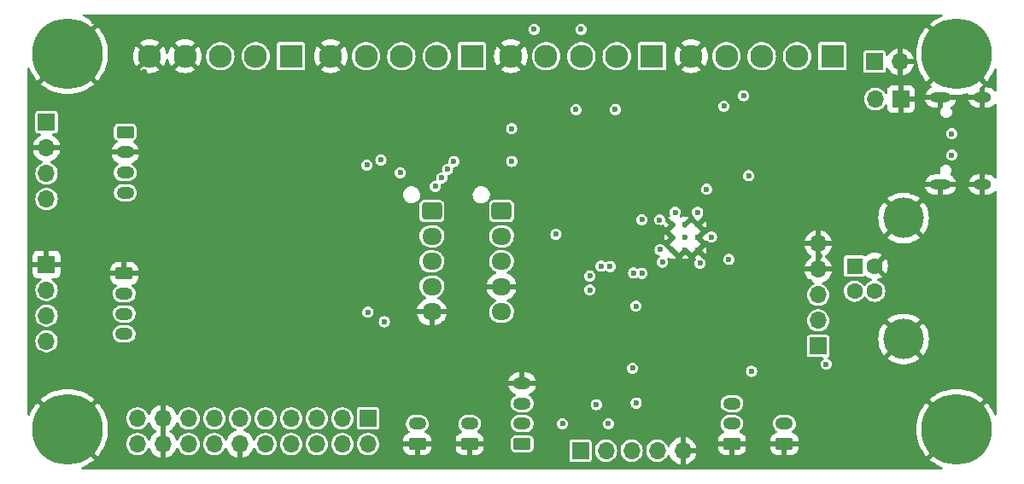
<source format=gbr>
%TF.GenerationSoftware,KiCad,Pcbnew,(7.0.0-0)*%
%TF.CreationDate,2023-05-07T02:23:39-06:00*%
%TF.ProjectId,ReflexFightingBoard,5265666c-6578-4466-9967-6874696e6742,rev?*%
%TF.SameCoordinates,Original*%
%TF.FileFunction,Copper,L3,Inr*%
%TF.FilePolarity,Positive*%
%FSLAX46Y46*%
G04 Gerber Fmt 4.6, Leading zero omitted, Abs format (unit mm)*
G04 Created by KiCad (PCBNEW (7.0.0-0)) date 2023-05-07 02:23:39*
%MOMM*%
%LPD*%
G01*
G04 APERTURE LIST*
G04 Aperture macros list*
%AMRoundRect*
0 Rectangle with rounded corners*
0 $1 Rounding radius*
0 $2 $3 $4 $5 $6 $7 $8 $9 X,Y pos of 4 corners*
0 Add a 4 corners polygon primitive as box body*
4,1,4,$2,$3,$4,$5,$6,$7,$8,$9,$2,$3,0*
0 Add four circle primitives for the rounded corners*
1,1,$1+$1,$2,$3*
1,1,$1+$1,$4,$5*
1,1,$1+$1,$6,$7*
1,1,$1+$1,$8,$9*
0 Add four rect primitives between the rounded corners*
20,1,$1+$1,$2,$3,$4,$5,0*
20,1,$1+$1,$4,$5,$6,$7,0*
20,1,$1+$1,$6,$7,$8,$9,0*
20,1,$1+$1,$8,$9,$2,$3,0*%
G04 Aperture macros list end*
%TA.AperFunction,ComponentPad*%
%ADD10R,1.700000X1.700000*%
%TD*%
%TA.AperFunction,ComponentPad*%
%ADD11O,1.700000X1.700000*%
%TD*%
%TA.AperFunction,ComponentPad*%
%ADD12RoundRect,0.249999X-0.625001X0.350001X-0.625001X-0.350001X0.625001X-0.350001X0.625001X0.350001X0*%
%TD*%
%TA.AperFunction,ComponentPad*%
%ADD13O,1.750000X1.200000*%
%TD*%
%TA.AperFunction,ComponentPad*%
%ADD14RoundRect,0.250000X0.625000X-0.350000X0.625000X0.350000X-0.625000X0.350000X-0.625000X-0.350000X0*%
%TD*%
%TA.AperFunction,ComponentPad*%
%ADD15R,2.300000X2.300000*%
%TD*%
%TA.AperFunction,ComponentPad*%
%ADD16C,2.300000*%
%TD*%
%TA.AperFunction,ComponentPad*%
%ADD17C,7.000000*%
%TD*%
%TA.AperFunction,ComponentPad*%
%ADD18R,1.600000X1.600000*%
%TD*%
%TA.AperFunction,ComponentPad*%
%ADD19C,1.600000*%
%TD*%
%TA.AperFunction,ComponentPad*%
%ADD20C,4.000000*%
%TD*%
%TA.AperFunction,ComponentPad*%
%ADD21C,0.600000*%
%TD*%
%TA.AperFunction,ComponentPad*%
%ADD22RoundRect,0.250000X-0.725000X0.600000X-0.725000X-0.600000X0.725000X-0.600000X0.725000X0.600000X0*%
%TD*%
%TA.AperFunction,ComponentPad*%
%ADD23O,1.950000X1.700000*%
%TD*%
%TA.AperFunction,ComponentPad*%
%ADD24O,2.100000X1.000000*%
%TD*%
%TA.AperFunction,ComponentPad*%
%ADD25O,1.800000X1.000000*%
%TD*%
%TA.AperFunction,ViaPad*%
%ADD26C,0.600000*%
%TD*%
G04 APERTURE END LIST*
D10*
%TO.N,/UP*%
%TO.C,J2*%
X137159999Y-119379999D03*
D11*
%TO.N,/DOWN*%
X137159999Y-121919999D03*
%TO.N,/RIGHT*%
X134619999Y-119379999D03*
%TO.N,/LEFT*%
X134619999Y-121919999D03*
%TO.N,/SELECT*%
X132079999Y-119379999D03*
%TO.N,/HOME*%
X132079999Y-121919999D03*
%TO.N,/START*%
X129539999Y-119379999D03*
%TO.N,/1P*%
X129539999Y-121919999D03*
%TO.N,/2P*%
X126999999Y-119379999D03*
%TO.N,/3P*%
X126999999Y-121919999D03*
%TO.N,/4P*%
X124459999Y-119379999D03*
%TO.N,GND*%
X124459999Y-121919999D03*
%TO.N,/1K*%
X121919999Y-119379999D03*
%TO.N,/2K*%
X121919999Y-121919999D03*
%TO.N,/3K*%
X119379999Y-119379999D03*
%TO.N,/4K*%
X119379999Y-121919999D03*
%TO.N,GND*%
X116839999Y-119379999D03*
X116839999Y-121919999D03*
%TO.N,/VBUS*%
X114299999Y-119379999D03*
X114299999Y-121919999D03*
%TD*%
D12*
%TO.N,Net-(J1-Pin_1)*%
%TO.C,J1*%
X113100000Y-90982800D03*
D13*
%TO.N,GND*%
X113099999Y-92982799D03*
%TO.N,/VBUS*%
X113099999Y-94982799D03*
X113099999Y-96982799D03*
%TD*%
D14*
%TO.N,GND*%
%TO.C,J3*%
X142050000Y-121900000D03*
D13*
%TO.N,/TURBO*%
X142049999Y-119899999D03*
%TD*%
D14*
%TO.N,GND*%
%TO.C,J4*%
X147250000Y-121900000D03*
D13*
%TO.N,Net-(J4-Pin_2)*%
X147249999Y-119899999D03*
%TD*%
D15*
%TO.N,/1K*%
%TO.C,J5*%
X165324999Y-83449999D03*
D16*
%TO.N,/2K*%
X161825000Y-83450000D03*
%TO.N,/3K*%
X158325000Y-83450000D03*
%TO.N,/4K*%
X154825000Y-83450000D03*
%TO.N,GND*%
X151325000Y-83450000D03*
%TD*%
D15*
%TO.N,/1P*%
%TO.C,J6*%
X147474999Y-83449999D03*
D16*
%TO.N,/2P*%
X143975000Y-83450000D03*
%TO.N,/3P*%
X140475000Y-83450000D03*
%TO.N,/4P*%
X136975000Y-83450000D03*
%TO.N,GND*%
X133475000Y-83450000D03*
%TD*%
D15*
%TO.N,/SELECT*%
%TO.C,J7*%
X129524999Y-83449999D03*
D16*
%TO.N,/START*%
X126025000Y-83450000D03*
%TO.N,/HOME*%
X122525000Y-83450000D03*
%TO.N,GND*%
X119025000Y-83450000D03*
X115525000Y-83450000D03*
%TD*%
D15*
%TO.N,/UP*%
%TO.C,J8*%
X183199999Y-83449999D03*
D16*
%TO.N,/DOWN*%
X179700000Y-83450000D03*
%TO.N,/RIGHT*%
X176200000Y-83450000D03*
%TO.N,/LEFT*%
X172700000Y-83450000D03*
%TO.N,GND*%
X169200000Y-83450000D03*
%TD*%
D12*
%TO.N,GND*%
%TO.C,J12*%
X113000000Y-105000000D03*
D13*
%TO.N,+3V3*%
X112999999Y-106999999D03*
%TO.N,/SDA*%
X112999999Y-108999999D03*
%TO.N,/SCL*%
X112999999Y-110999999D03*
%TD*%
D17*
%TO.N,GND*%
%TO.C,H1*%
X107378000Y-83200000D03*
%TD*%
%TO.N,GND*%
%TO.C,H3*%
X107378000Y-120460000D03*
%TD*%
%TO.N,GND*%
%TO.C,H4*%
X195517000Y-120460000D03*
%TD*%
%TO.N,GND*%
%TO.C,H2*%
X195517000Y-83248000D03*
%TD*%
D14*
%TO.N,GND*%
%TO.C,J26*%
X178450000Y-121900000D03*
D13*
%TO.N,/GPIO29_ADC3*%
X178449999Y-119899999D03*
%TD*%
D10*
%TO.N,/VBUS*%
%TO.C,J20*%
X187399999Y-84001951D03*
D11*
%TO.N,GND*%
X189939999Y-84001951D03*
%TD*%
D14*
%TO.N,/TP*%
%TO.C,J21*%
X152450000Y-121900000D03*
D13*
%TO.N,/LSB*%
X152449999Y-119899999D03*
%TO.N,/RSB*%
X152449999Y-117899999D03*
%TO.N,GND*%
X152449999Y-115899999D03*
%TD*%
D14*
%TO.N,GND*%
%TO.C,J11*%
X173250000Y-121900000D03*
D13*
%TO.N,/RS_TOGGLE*%
X173249999Y-119899999D03*
%TO.N,/LS_TOGGLE*%
X173249999Y-117899999D03*
%TD*%
D10*
%TO.N,GND*%
%TO.C,J14*%
X189999999Y-87699999D03*
D11*
%TO.N,/~{USB_BOOT}*%
X187459999Y-87699999D03*
%TD*%
D18*
%TO.N,/VBUS*%
%TO.C,J16*%
X185399999Y-104249999D03*
D19*
%TO.N,/USB_D-*%
X185400000Y-106750000D03*
%TO.N,/USB_D+*%
X187400000Y-106750000D03*
%TO.N,GND*%
X187400000Y-104250000D03*
D20*
X190260000Y-99500000D03*
X190260000Y-111500000D03*
%TD*%
D10*
%TO.N,Net-(J1-Pin_1)*%
%TO.C,J19*%
X105299999Y-89999999D03*
D11*
%TO.N,GND*%
X105299999Y-92539999D03*
%TO.N,/VBUS*%
X105299999Y-95079999D03*
X105299999Y-97619999D03*
%TD*%
D10*
%TO.N,/GPIO22_5V*%
%TO.C,J22*%
X158224999Y-122574999D03*
D11*
%TO.N,/GPIO23_5V*%
X160764999Y-122574999D03*
%TO.N,/GPIO24*%
X163304999Y-122574999D03*
%TO.N,/VBUS*%
X165844999Y-122574999D03*
%TO.N,GND*%
X168384999Y-122574999D03*
%TD*%
D21*
%TO.N,GND*%
%TO.C,U4*%
X169895000Y-100155000D03*
X168620000Y-100155000D03*
X167345000Y-100155000D03*
X169895000Y-101430000D03*
X168620000Y-101430000D03*
X167345000Y-101430000D03*
X169895000Y-102705000D03*
X168620000Y-102705000D03*
X167345000Y-102705000D03*
%TD*%
D10*
%TO.N,GND*%
%TO.C,J10*%
X105299999Y-104099999D03*
D11*
%TO.N,+3V3*%
X105299999Y-106639999D03*
%TO.N,/SDA*%
X105299999Y-109179999D03*
%TO.N,/SCL*%
X105299999Y-111719999D03*
%TD*%
D22*
%TO.N,/LEFT*%
%TO.C,J18*%
X150400000Y-98800000D03*
D23*
%TO.N,/UP*%
X150399999Y-101299999D03*
%TO.N,/RIGHT*%
X150399999Y-103799999D03*
%TO.N,GND*%
X150399999Y-106299999D03*
%TO.N,/DOWN*%
X150399999Y-108799999D03*
%TD*%
D22*
%TO.N,/UP*%
%TO.C,J17*%
X143500000Y-98800000D03*
D23*
%TO.N,/DOWN*%
X143499999Y-101299999D03*
%TO.N,/RIGHT*%
X143499999Y-103799999D03*
%TO.N,/LEFT*%
X143499999Y-106299999D03*
%TO.N,GND*%
X143499999Y-108799999D03*
%TD*%
D24*
%TO.N,GND*%
%TO.C,J15*%
X193943336Y-96193999D03*
D25*
X198093336Y-96193999D03*
D24*
X193943336Y-87553999D03*
D25*
X198093336Y-87553999D03*
%TD*%
D10*
%TO.N,/VBUS*%
%TO.C,J24*%
X181799999Y-112199999D03*
D11*
%TO.N,/USB_D-*%
X181799999Y-109659999D03*
%TO.N,/USB_D+*%
X181799999Y-107119999D03*
%TO.N,GND*%
X181799999Y-104579999D03*
X181799999Y-102039999D03*
%TD*%
D26*
%TO.N,GND*%
X110000000Y-80000000D03*
X182390000Y-95490000D03*
X196300000Y-102800000D03*
X187600000Y-92580000D03*
X120000000Y-100000000D03*
X173300000Y-94200000D03*
X115000000Y-80000000D03*
X177800000Y-104983011D03*
X165997502Y-100434757D03*
X115000000Y-105000000D03*
X133610000Y-100280000D03*
X176090000Y-100710000D03*
X120000000Y-80000000D03*
X189237740Y-106125500D03*
X131040000Y-90650000D03*
X161760000Y-102100000D03*
X182000000Y-103310000D03*
X186341645Y-108094411D03*
X137900000Y-112600000D03*
X184300000Y-88800000D03*
X124320000Y-92200000D03*
X160000000Y-80000000D03*
X141875000Y-85675000D03*
X154690000Y-94000000D03*
X192098011Y-105848011D03*
X152970000Y-89770000D03*
X182975500Y-106247664D03*
X193845260Y-100920760D03*
X115000000Y-95000000D03*
X130970000Y-107350000D03*
X155360000Y-89710000D03*
X178900000Y-99700000D03*
X140600000Y-108800000D03*
X155800000Y-100100000D03*
X147900000Y-101000000D03*
X110000000Y-95000000D03*
X179275500Y-106200000D03*
X148410000Y-108440000D03*
X173540000Y-89430000D03*
X160955000Y-97275000D03*
X144740000Y-110000000D03*
X171100000Y-107800000D03*
X189925908Y-95774092D03*
X177850000Y-109550000D03*
X184881854Y-107941735D03*
X178734183Y-104023166D03*
X118855500Y-113500000D03*
X166960264Y-111949011D03*
X138900000Y-85700000D03*
X159789989Y-87670000D03*
X165000000Y-80000000D03*
X189900000Y-114600000D03*
X165000000Y-85425000D03*
X128310000Y-100240000D03*
X171850000Y-113150000D03*
X144770000Y-100150000D03*
X148800000Y-105000000D03*
X130800000Y-115400000D03*
X164150000Y-113600000D03*
X180258411Y-109041589D03*
X130990000Y-103330000D03*
X105000000Y-100000000D03*
X110000000Y-100000000D03*
X195000000Y-115000000D03*
X113900000Y-113100000D03*
X115000000Y-90000000D03*
X190906989Y-104706989D03*
X196250000Y-90040000D03*
X125070000Y-103140000D03*
X181800000Y-88900000D03*
X156800000Y-85225000D03*
X121800000Y-89400000D03*
X171900000Y-95100000D03*
X188876383Y-107774500D03*
X188540000Y-122560000D03*
X134790000Y-105000000D03*
X169520000Y-114550000D03*
X110000000Y-90000000D03*
X179700000Y-85375000D03*
X190593613Y-92189500D03*
X115000000Y-100000000D03*
X144740000Y-105020000D03*
X115000000Y-85000000D03*
X111520000Y-85190000D03*
X170450000Y-90000000D03*
X188775500Y-93000000D03*
X110640000Y-117780000D03*
X170000000Y-80000000D03*
X191141589Y-94658411D03*
X189217330Y-91217330D03*
X117790000Y-98240000D03*
X127700000Y-87100000D03*
X145400000Y-112300000D03*
X139620000Y-120530000D03*
X105000000Y-115000000D03*
X130125000Y-85325000D03*
X190424500Y-93600000D03*
X171210000Y-110140000D03*
X156700000Y-97300000D03*
X192191589Y-95708411D03*
X120000000Y-95000000D03*
X177143675Y-103926276D03*
X168400000Y-91700000D03*
X115600000Y-116100000D03*
X193824500Y-98400000D03*
X165280000Y-91610000D03*
X164378114Y-89581655D03*
X183171589Y-109171589D03*
X174800000Y-85275000D03*
X140700000Y-112300000D03*
X151125000Y-85375000D03*
X167310000Y-107800000D03*
X192175500Y-102710000D03*
X165680000Y-94540000D03*
X110000000Y-115000000D03*
X125000000Y-115000000D03*
X167080537Y-95533640D03*
X190698011Y-107248011D03*
X168575000Y-85450000D03*
X158410000Y-111640000D03*
X132250000Y-86900000D03*
X175100000Y-101400000D03*
X180924500Y-105800000D03*
X158870000Y-101710000D03*
X139210000Y-100220000D03*
X135000000Y-90000000D03*
X159650000Y-85150000D03*
X193253011Y-104693011D03*
X196400000Y-108500000D03*
X188830500Y-94621269D03*
X191075908Y-96924092D03*
X120875000Y-84950000D03*
X175660000Y-115840000D03*
X140900000Y-105000000D03*
X172900000Y-111820000D03*
X142100000Y-88600000D03*
X120000000Y-105000000D03*
X184600000Y-101000000D03*
X104170000Y-117770000D03*
X185000000Y-114600000D03*
X125110000Y-107630000D03*
X190200000Y-90540500D03*
X186662553Y-105609786D03*
X182660000Y-121530000D03*
X191900000Y-92189500D03*
X138790000Y-89970000D03*
X174900000Y-104000000D03*
X185000000Y-120000000D03*
X184900000Y-90200000D03*
X182000000Y-114500000D03*
X104100000Y-86200000D03*
X155870000Y-79999989D03*
X150000000Y-90000000D03*
X155520000Y-110070000D03*
X135270000Y-110020000D03*
X125000000Y-100000000D03*
X125000000Y-80000000D03*
X145740000Y-88820000D03*
X180202048Y-102487561D03*
X193824500Y-102700000D03*
%TO.N,/UP*%
X137160000Y-108840000D03*
%TO.N,/DOWN*%
X138785600Y-109783600D03*
%TO.N,/RIGHT*%
X174399154Y-87349154D03*
%TO.N,/LEFT*%
X172460000Y-88410000D03*
%TO.N,/SELECT*%
X163505878Y-104955878D03*
X138450000Y-93725500D03*
X145680000Y-93870000D03*
%TO.N,/HOME*%
X144470000Y-95520000D03*
X166350000Y-103870000D03*
X140370000Y-95000000D03*
%TO.N,/START*%
X164330000Y-104980000D03*
X137060000Y-94250000D03*
X145050000Y-94670000D03*
%TO.N,/3K*%
X158300000Y-80775500D03*
%TO.N,/4K*%
X153640000Y-80775500D03*
%TO.N,/SDA*%
X159160000Y-105240000D03*
X169840000Y-98920500D03*
%TO.N,/SCL*%
X159170000Y-106630000D03*
X170730000Y-96650000D03*
%TO.N,/TURBO*%
X160280000Y-104274500D03*
X164330000Y-99674500D03*
%TO.N,/RUN*%
X182600000Y-114000000D03*
X163739122Y-108239122D03*
%TO.N,/RGB*%
X143840000Y-96360000D03*
X170091697Y-103980971D03*
%TO.N,/TURBO_LED*%
X166070988Y-99688866D03*
X161170000Y-104300000D03*
%TO.N,+3V3*%
X155800000Y-101100000D03*
X163750000Y-117850000D03*
X159800000Y-118000000D03*
X167620000Y-98930000D03*
X163400000Y-114400000D03*
X175200000Y-114700000D03*
%TO.N,+1V1*%
X171208590Y-101388684D03*
X166130000Y-102630000D03*
X172944500Y-103600000D03*
%TO.N,/VBUS*%
X195040000Y-91140000D03*
X156450000Y-119900000D03*
X151410000Y-90620000D03*
X157790000Y-88750000D03*
X151420000Y-93870000D03*
X195040000Y-93262740D03*
X161680000Y-88730000D03*
X161000000Y-119900000D03*
%TO.N,/~{USB_BOOT}*%
X174896720Y-95303280D03*
%TD*%
%TA.AperFunction,Conductor*%
%TO.N,GND*%
G36*
X194068648Y-79292719D02*
G01*
X194115130Y-79344512D01*
X194127028Y-79413080D01*
X194100712Y-79477506D01*
X194044210Y-79518134D01*
X193984280Y-79539577D01*
X193978562Y-79541945D01*
X193628144Y-79707680D01*
X193622722Y-79710578D01*
X193290239Y-79909861D01*
X193285103Y-79913293D01*
X192973775Y-80144190D01*
X192968988Y-80148118D01*
X192880608Y-80228221D01*
X192873246Y-80239846D01*
X192880029Y-80251819D01*
X198513181Y-85884971D01*
X198525152Y-85891752D01*
X198536777Y-85884391D01*
X198616882Y-85796010D01*
X198620808Y-85791226D01*
X198851706Y-85479896D01*
X198855138Y-85474760D01*
X199054421Y-85142277D01*
X199057319Y-85136855D01*
X199223054Y-84786437D01*
X199225422Y-84780719D01*
X199246866Y-84720790D01*
X199287494Y-84664288D01*
X199351920Y-84637972D01*
X199420488Y-84649870D01*
X199472281Y-84696352D01*
X199491500Y-84763238D01*
X199491500Y-86829201D01*
X199476622Y-86888597D01*
X199435502Y-86933966D01*
X199377850Y-86954594D01*
X199317282Y-86945610D01*
X199268101Y-86909134D01*
X199213475Y-86842572D01*
X199204764Y-86833861D01*
X199060851Y-86715755D01*
X199050598Y-86708904D01*
X198886406Y-86621141D01*
X198875023Y-86616426D01*
X198696868Y-86562383D01*
X198684774Y-86559977D01*
X198545935Y-86546303D01*
X198539763Y-86546000D01*
X198363927Y-86546000D01*
X198350843Y-86549506D01*
X198347337Y-86562590D01*
X198347337Y-88545410D01*
X198350843Y-88558493D01*
X198363927Y-88562000D01*
X198539763Y-88562000D01*
X198545935Y-88561696D01*
X198684774Y-88548022D01*
X198696868Y-88545616D01*
X198875023Y-88491573D01*
X198886406Y-88486858D01*
X199050598Y-88399095D01*
X199060851Y-88392244D01*
X199204764Y-88274138D01*
X199213475Y-88265427D01*
X199268101Y-88198866D01*
X199317282Y-88162390D01*
X199377850Y-88153406D01*
X199435502Y-88174034D01*
X199476622Y-88219403D01*
X199491500Y-88278799D01*
X199491500Y-95469201D01*
X199476622Y-95528597D01*
X199435502Y-95573966D01*
X199377850Y-95594594D01*
X199317282Y-95585610D01*
X199268101Y-95549134D01*
X199213475Y-95482572D01*
X199204764Y-95473861D01*
X199060851Y-95355755D01*
X199050598Y-95348904D01*
X198886406Y-95261141D01*
X198875023Y-95256426D01*
X198696868Y-95202383D01*
X198684774Y-95199977D01*
X198545935Y-95186303D01*
X198539763Y-95186000D01*
X198363927Y-95186000D01*
X198350843Y-95189506D01*
X198347337Y-95202590D01*
X198347337Y-97185410D01*
X198350843Y-97198493D01*
X198363927Y-97202000D01*
X198539763Y-97202000D01*
X198545935Y-97201696D01*
X198684774Y-97188022D01*
X198696868Y-97185616D01*
X198875023Y-97131573D01*
X198886406Y-97126858D01*
X199050598Y-97039095D01*
X199060851Y-97032244D01*
X199204764Y-96914138D01*
X199213475Y-96905427D01*
X199268101Y-96838866D01*
X199317282Y-96802390D01*
X199377850Y-96793406D01*
X199435502Y-96814034D01*
X199476622Y-96859403D01*
X199491500Y-96918799D01*
X199491500Y-118944762D01*
X199472281Y-119011648D01*
X199420488Y-119058130D01*
X199351920Y-119070028D01*
X199287494Y-119043712D01*
X199246866Y-118987210D01*
X199225422Y-118927280D01*
X199223054Y-118921562D01*
X199057319Y-118571144D01*
X199054421Y-118565722D01*
X198855138Y-118233239D01*
X198851706Y-118228103D01*
X198620808Y-117916773D01*
X198616881Y-117911988D01*
X198536776Y-117823607D01*
X198525152Y-117816246D01*
X198513181Y-117823027D01*
X195517000Y-120819210D01*
X192880027Y-123456181D01*
X192873246Y-123468152D01*
X192880607Y-123479776D01*
X192968988Y-123559881D01*
X192973773Y-123563808D01*
X193285103Y-123794706D01*
X193290239Y-123798138D01*
X193622722Y-123997421D01*
X193628144Y-124000319D01*
X193978562Y-124166054D01*
X193984280Y-124168422D01*
X194044210Y-124189866D01*
X194100712Y-124230494D01*
X194127028Y-124294920D01*
X194115130Y-124363488D01*
X194068648Y-124415281D01*
X194001762Y-124434500D01*
X108893238Y-124434500D01*
X108826352Y-124415281D01*
X108779870Y-124363488D01*
X108767972Y-124294920D01*
X108794288Y-124230494D01*
X108850790Y-124189866D01*
X108910719Y-124168422D01*
X108916437Y-124166054D01*
X109266855Y-124000319D01*
X109272277Y-123997421D01*
X109604760Y-123798138D01*
X109609896Y-123794706D01*
X109921226Y-123563808D01*
X109926010Y-123559882D01*
X110014391Y-123479777D01*
X110021752Y-123468152D01*
X110014971Y-123456181D01*
X110002677Y-123443887D01*
X157120500Y-123443887D01*
X157120501Y-123450066D01*
X157121707Y-123456132D01*
X157121708Y-123456137D01*
X157124098Y-123468152D01*
X157135266Y-123524301D01*
X157191516Y-123608484D01*
X157275699Y-123664734D01*
X157349933Y-123679500D01*
X159100066Y-123679499D01*
X159174301Y-123664734D01*
X159258484Y-123608484D01*
X159314734Y-123524301D01*
X159329500Y-123450067D01*
X159329499Y-122575000D01*
X159655768Y-122575000D01*
X159656306Y-122580806D01*
X159674116Y-122773015D01*
X159674117Y-122773025D01*
X159674655Y-122778821D01*
X159676249Y-122784426D01*
X159676250Y-122784427D01*
X159728955Y-122969669D01*
X159730672Y-122975701D01*
X159744378Y-123003226D01*
X159794434Y-123103753D01*
X159821912Y-123158935D01*
X159825421Y-123163582D01*
X159825422Y-123163583D01*
X159941755Y-123317634D01*
X159941759Y-123317638D01*
X159945268Y-123322285D01*
X159949570Y-123326207D01*
X159949573Y-123326210D01*
X160037466Y-123406335D01*
X160096538Y-123460186D01*
X160101489Y-123463251D01*
X160101491Y-123463253D01*
X160175992Y-123509382D01*
X160270573Y-123567944D01*
X160461444Y-123641888D01*
X160662653Y-123679500D01*
X160861519Y-123679500D01*
X160867347Y-123679500D01*
X161068556Y-123641888D01*
X161259427Y-123567944D01*
X161433462Y-123460186D01*
X161584732Y-123322285D01*
X161708088Y-123158935D01*
X161799328Y-122975701D01*
X161855345Y-122778821D01*
X161874232Y-122575000D01*
X162195768Y-122575000D01*
X162196306Y-122580806D01*
X162214116Y-122773015D01*
X162214117Y-122773025D01*
X162214655Y-122778821D01*
X162216249Y-122784426D01*
X162216250Y-122784427D01*
X162268955Y-122969669D01*
X162270672Y-122975701D01*
X162284378Y-123003226D01*
X162334434Y-123103753D01*
X162361912Y-123158935D01*
X162365421Y-123163582D01*
X162365422Y-123163583D01*
X162481755Y-123317634D01*
X162481759Y-123317638D01*
X162485268Y-123322285D01*
X162489570Y-123326207D01*
X162489573Y-123326210D01*
X162577466Y-123406335D01*
X162636538Y-123460186D01*
X162641489Y-123463251D01*
X162641491Y-123463253D01*
X162715992Y-123509382D01*
X162810573Y-123567944D01*
X163001444Y-123641888D01*
X163202653Y-123679500D01*
X163401519Y-123679500D01*
X163407347Y-123679500D01*
X163608556Y-123641888D01*
X163799427Y-123567944D01*
X163973462Y-123460186D01*
X164124732Y-123322285D01*
X164248088Y-123158935D01*
X164339328Y-122975701D01*
X164395345Y-122778821D01*
X164414232Y-122575000D01*
X164735768Y-122575000D01*
X164736306Y-122580806D01*
X164754116Y-122773015D01*
X164754117Y-122773025D01*
X164754655Y-122778821D01*
X164756249Y-122784426D01*
X164756250Y-122784427D01*
X164808955Y-122969669D01*
X164810672Y-122975701D01*
X164824378Y-123003226D01*
X164874434Y-123103753D01*
X164901912Y-123158935D01*
X164905421Y-123163582D01*
X164905422Y-123163583D01*
X165021755Y-123317634D01*
X165021759Y-123317638D01*
X165025268Y-123322285D01*
X165029570Y-123326207D01*
X165029573Y-123326210D01*
X165117466Y-123406335D01*
X165176538Y-123460186D01*
X165181489Y-123463251D01*
X165181491Y-123463253D01*
X165255992Y-123509382D01*
X165350573Y-123567944D01*
X165541444Y-123641888D01*
X165742653Y-123679500D01*
X165941519Y-123679500D01*
X165947347Y-123679500D01*
X166148556Y-123641888D01*
X166339427Y-123567944D01*
X166513462Y-123460186D01*
X166664732Y-123322285D01*
X166788088Y-123158935D01*
X166865270Y-123003932D01*
X166902907Y-122958965D01*
X166956830Y-122935903D01*
X167015352Y-122939748D01*
X167065793Y-122969669D01*
X167096139Y-123017470D01*
X167096178Y-123017453D01*
X167096288Y-123017706D01*
X167097226Y-123019182D01*
X167098269Y-123022221D01*
X167184488Y-123218778D01*
X167189431Y-123227913D01*
X167306822Y-123407593D01*
X167313210Y-123415799D01*
X167458567Y-123573700D01*
X167466211Y-123580737D01*
X167635588Y-123712568D01*
X167644281Y-123718247D01*
X167833042Y-123820400D01*
X167842559Y-123824575D01*
X168045557Y-123894264D01*
X168055627Y-123896814D01*
X168117461Y-123907132D01*
X168128598Y-123906556D01*
X168131000Y-123895664D01*
X168639000Y-123895664D01*
X168641401Y-123906556D01*
X168652538Y-123907132D01*
X168714372Y-123896814D01*
X168724442Y-123894264D01*
X168927440Y-123824575D01*
X168936957Y-123820400D01*
X169125718Y-123718247D01*
X169134411Y-123712568D01*
X169303788Y-123580737D01*
X169311432Y-123573700D01*
X169456789Y-123415799D01*
X169463177Y-123407593D01*
X169580568Y-123227913D01*
X169585511Y-123218778D01*
X169671729Y-123022223D01*
X169675099Y-123012408D01*
X169718013Y-122842943D01*
X169718248Y-122831565D01*
X169707160Y-122829000D01*
X168655590Y-122829000D01*
X168642506Y-122832506D01*
X168639000Y-122845590D01*
X168639000Y-123895664D01*
X168131000Y-123895664D01*
X168131000Y-122304410D01*
X168639000Y-122304410D01*
X168642506Y-122317493D01*
X168655590Y-122321000D01*
X169707160Y-122321000D01*
X169718248Y-122318434D01*
X169718013Y-122307056D01*
X169715543Y-122297303D01*
X171867000Y-122297303D01*
X171867325Y-122303692D01*
X171876907Y-122397488D01*
X171879767Y-122410846D01*
X171931035Y-122565564D01*
X171937192Y-122578767D01*
X172022511Y-122717091D01*
X172031558Y-122728532D01*
X172146467Y-122843441D01*
X172157908Y-122852488D01*
X172296232Y-122937807D01*
X172309435Y-122943964D01*
X172464153Y-122995232D01*
X172477511Y-122998092D01*
X172571307Y-123007674D01*
X172577697Y-123008000D01*
X172979410Y-123008000D01*
X172992493Y-123004493D01*
X172996000Y-122991410D01*
X173504000Y-122991410D01*
X173507506Y-123004493D01*
X173520590Y-123008000D01*
X173922303Y-123008000D01*
X173928692Y-123007674D01*
X174022488Y-122998092D01*
X174035846Y-122995232D01*
X174190564Y-122943964D01*
X174203767Y-122937807D01*
X174342091Y-122852488D01*
X174353532Y-122843441D01*
X174468441Y-122728532D01*
X174477488Y-122717091D01*
X174562807Y-122578767D01*
X174568964Y-122565564D01*
X174620232Y-122410846D01*
X174623092Y-122397488D01*
X174632674Y-122303692D01*
X174633000Y-122297303D01*
X177067000Y-122297303D01*
X177067325Y-122303692D01*
X177076907Y-122397488D01*
X177079767Y-122410846D01*
X177131035Y-122565564D01*
X177137192Y-122578767D01*
X177222511Y-122717091D01*
X177231558Y-122728532D01*
X177346467Y-122843441D01*
X177357908Y-122852488D01*
X177496232Y-122937807D01*
X177509435Y-122943964D01*
X177664153Y-122995232D01*
X177677511Y-122998092D01*
X177771307Y-123007674D01*
X177777697Y-123008000D01*
X178179410Y-123008000D01*
X178192493Y-123004493D01*
X178196000Y-122991410D01*
X178704000Y-122991410D01*
X178707506Y-123004493D01*
X178720590Y-123008000D01*
X179122303Y-123008000D01*
X179128692Y-123007674D01*
X179222488Y-122998092D01*
X179235846Y-122995232D01*
X179390564Y-122943964D01*
X179403767Y-122937807D01*
X179542091Y-122852488D01*
X179553532Y-122843441D01*
X179668441Y-122728532D01*
X179677488Y-122717091D01*
X179762807Y-122578767D01*
X179768964Y-122565564D01*
X179820232Y-122410846D01*
X179823092Y-122397488D01*
X179832674Y-122303692D01*
X179833000Y-122297303D01*
X179833000Y-122170590D01*
X179829493Y-122157506D01*
X179816410Y-122154000D01*
X178720590Y-122154000D01*
X178707506Y-122157506D01*
X178704000Y-122170590D01*
X178704000Y-122991410D01*
X178196000Y-122991410D01*
X178196000Y-122170590D01*
X178192493Y-122157506D01*
X178179410Y-122154000D01*
X177083590Y-122154000D01*
X177070506Y-122157506D01*
X177067000Y-122170590D01*
X177067000Y-122297303D01*
X174633000Y-122297303D01*
X174633000Y-122170590D01*
X174629493Y-122157506D01*
X174616410Y-122154000D01*
X173520590Y-122154000D01*
X173507506Y-122157506D01*
X173504000Y-122170590D01*
X173504000Y-122991410D01*
X172996000Y-122991410D01*
X172996000Y-122170590D01*
X172992493Y-122157506D01*
X172979410Y-122154000D01*
X171883590Y-122154000D01*
X171870506Y-122157506D01*
X171867000Y-122170590D01*
X171867000Y-122297303D01*
X169715543Y-122297303D01*
X169675099Y-122137591D01*
X169671729Y-122127776D01*
X169585511Y-121931221D01*
X169580568Y-121922086D01*
X169463177Y-121742406D01*
X169456789Y-121734200D01*
X169360324Y-121629410D01*
X171867000Y-121629410D01*
X171870506Y-121642493D01*
X171883590Y-121646000D01*
X174616410Y-121646000D01*
X174629493Y-121642493D01*
X174633000Y-121629410D01*
X177067000Y-121629410D01*
X177070506Y-121642493D01*
X177083590Y-121646000D01*
X179816410Y-121646000D01*
X179829493Y-121642493D01*
X179833000Y-121629410D01*
X179833000Y-121502698D01*
X179832674Y-121496307D01*
X179823092Y-121402511D01*
X179820232Y-121389153D01*
X179768964Y-121234435D01*
X179762807Y-121221232D01*
X179677488Y-121082908D01*
X179668441Y-121071467D01*
X179553532Y-120956558D01*
X179542091Y-120947511D01*
X179403767Y-120862192D01*
X179390557Y-120856032D01*
X179265774Y-120814683D01*
X179207497Y-120774387D01*
X179180180Y-120709013D01*
X179192459Y-120639233D01*
X179234844Y-120593203D01*
X179233877Y-120591931D01*
X179239315Y-120587796D01*
X179245171Y-120584273D01*
X179373098Y-120463094D01*
X191504318Y-120463094D01*
X191523337Y-120850237D01*
X191523942Y-120856387D01*
X191580816Y-121239798D01*
X191582023Y-121245867D01*
X191676206Y-121621869D01*
X191677996Y-121627768D01*
X191808584Y-121992737D01*
X191810945Y-121998437D01*
X191976680Y-122348855D01*
X191979578Y-122354277D01*
X192178861Y-122686760D01*
X192182293Y-122691896D01*
X192413191Y-123003226D01*
X192417118Y-123008011D01*
X192497224Y-123096394D01*
X192508845Y-123103753D01*
X192520817Y-123096971D01*
X195146060Y-120471729D01*
X195152832Y-120459999D01*
X195146060Y-120448270D01*
X192520819Y-117823029D01*
X192508846Y-117816246D01*
X192497221Y-117823608D01*
X192417118Y-117911988D01*
X192413190Y-117916775D01*
X192182293Y-118228103D01*
X192178861Y-118233239D01*
X191979578Y-118565722D01*
X191976680Y-118571144D01*
X191810945Y-118921562D01*
X191808584Y-118927262D01*
X191677996Y-119292231D01*
X191676206Y-119298130D01*
X191582023Y-119674132D01*
X191580816Y-119680201D01*
X191523942Y-120063612D01*
X191523337Y-120069762D01*
X191504318Y-120456906D01*
X191504318Y-120463094D01*
X179373098Y-120463094D01*
X179380108Y-120456454D01*
X179484413Y-120302615D01*
X179553209Y-120129951D01*
X179583278Y-119946535D01*
X179573216Y-119760942D01*
X179523492Y-119581852D01*
X179436431Y-119417638D01*
X179404461Y-119380000D01*
X179320529Y-119281187D01*
X179320527Y-119281185D01*
X179316105Y-119275979D01*
X179168139Y-119163498D01*
X179161935Y-119160628D01*
X179161934Y-119160627D01*
X179005656Y-119088325D01*
X179005653Y-119088324D01*
X178999452Y-119085455D01*
X178992783Y-119083987D01*
X178992777Y-119083985D01*
X178824603Y-119046968D01*
X178824601Y-119046967D01*
X178817933Y-119045500D01*
X178128668Y-119045500D01*
X178125280Y-119045868D01*
X178125270Y-119045869D01*
X177997017Y-119059818D01*
X177997014Y-119059818D01*
X177990225Y-119060557D01*
X177983755Y-119062736D01*
X177983750Y-119062738D01*
X177820564Y-119117722D01*
X177820561Y-119117723D01*
X177814089Y-119119904D01*
X177808236Y-119123425D01*
X177808235Y-119123426D01*
X177660681Y-119212205D01*
X177660674Y-119212209D01*
X177654829Y-119215727D01*
X177649869Y-119220424D01*
X177649868Y-119220426D01*
X177524853Y-119338846D01*
X177524849Y-119338849D01*
X177519892Y-119343546D01*
X177516061Y-119349196D01*
X177516057Y-119349201D01*
X177419422Y-119491728D01*
X177419420Y-119491731D01*
X177415587Y-119497385D01*
X177413061Y-119503723D01*
X177413057Y-119503732D01*
X177349320Y-119663700D01*
X177349318Y-119663705D01*
X177346791Y-119670049D01*
X177345685Y-119676791D01*
X177345685Y-119676794D01*
X177321523Y-119824182D01*
X177316722Y-119853465D01*
X177317091Y-119860278D01*
X177317091Y-119860286D01*
X177326414Y-120032236D01*
X177326784Y-120039058D01*
X177328610Y-120045635D01*
X177328611Y-120045640D01*
X177374679Y-120211562D01*
X177376508Y-120218148D01*
X177379708Y-120224184D01*
X177379709Y-120224186D01*
X177440908Y-120339620D01*
X177463569Y-120382362D01*
X177467992Y-120387569D01*
X177467994Y-120387572D01*
X177578413Y-120517568D01*
X177583895Y-120524021D01*
X177675108Y-120593359D01*
X177715964Y-120647175D01*
X177723144Y-120714362D01*
X177694580Y-120775597D01*
X177638489Y-120813270D01*
X177509440Y-120856033D01*
X177496232Y-120862192D01*
X177357908Y-120947511D01*
X177346467Y-120956558D01*
X177231558Y-121071467D01*
X177222511Y-121082908D01*
X177137192Y-121221232D01*
X177131035Y-121234435D01*
X177079767Y-121389153D01*
X177076907Y-121402511D01*
X177067325Y-121496307D01*
X177067000Y-121502698D01*
X177067000Y-121629410D01*
X174633000Y-121629410D01*
X174633000Y-121502698D01*
X174632674Y-121496307D01*
X174623092Y-121402511D01*
X174620232Y-121389153D01*
X174568964Y-121234435D01*
X174562807Y-121221232D01*
X174477488Y-121082908D01*
X174468441Y-121071467D01*
X174353532Y-120956558D01*
X174342091Y-120947511D01*
X174203767Y-120862192D01*
X174190557Y-120856032D01*
X174065774Y-120814683D01*
X174007497Y-120774387D01*
X173980180Y-120709013D01*
X173992459Y-120639233D01*
X174034844Y-120593203D01*
X174033877Y-120591931D01*
X174039315Y-120587796D01*
X174045171Y-120584273D01*
X174180108Y-120456454D01*
X174284413Y-120302615D01*
X174353209Y-120129951D01*
X174383278Y-119946535D01*
X174373216Y-119760942D01*
X174323492Y-119581852D01*
X174236431Y-119417638D01*
X174204461Y-119380000D01*
X174120529Y-119281187D01*
X174120527Y-119281185D01*
X174116105Y-119275979D01*
X173968139Y-119163498D01*
X173961935Y-119160628D01*
X173961934Y-119160627D01*
X173805656Y-119088325D01*
X173805653Y-119088324D01*
X173799452Y-119085455D01*
X173792783Y-119083987D01*
X173792777Y-119083985D01*
X173624603Y-119046968D01*
X173624601Y-119046967D01*
X173617933Y-119045500D01*
X172928668Y-119045500D01*
X172925280Y-119045868D01*
X172925270Y-119045869D01*
X172797017Y-119059818D01*
X172797014Y-119059818D01*
X172790225Y-119060557D01*
X172783755Y-119062736D01*
X172783750Y-119062738D01*
X172620564Y-119117722D01*
X172620561Y-119117723D01*
X172614089Y-119119904D01*
X172608236Y-119123425D01*
X172608235Y-119123426D01*
X172460681Y-119212205D01*
X172460674Y-119212209D01*
X172454829Y-119215727D01*
X172449869Y-119220424D01*
X172449868Y-119220426D01*
X172324853Y-119338846D01*
X172324849Y-119338849D01*
X172319892Y-119343546D01*
X172316061Y-119349196D01*
X172316057Y-119349201D01*
X172219422Y-119491728D01*
X172219420Y-119491731D01*
X172215587Y-119497385D01*
X172213061Y-119503723D01*
X172213057Y-119503732D01*
X172149320Y-119663700D01*
X172149318Y-119663705D01*
X172146791Y-119670049D01*
X172145685Y-119676791D01*
X172145685Y-119676794D01*
X172121523Y-119824182D01*
X172116722Y-119853465D01*
X172117091Y-119860278D01*
X172117091Y-119860286D01*
X172126414Y-120032236D01*
X172126784Y-120039058D01*
X172128610Y-120045635D01*
X172128611Y-120045640D01*
X172174679Y-120211562D01*
X172176508Y-120218148D01*
X172179708Y-120224184D01*
X172179709Y-120224186D01*
X172240908Y-120339620D01*
X172263569Y-120382362D01*
X172267992Y-120387569D01*
X172267994Y-120387572D01*
X172378413Y-120517568D01*
X172383895Y-120524021D01*
X172475108Y-120593359D01*
X172515964Y-120647175D01*
X172523144Y-120714362D01*
X172494580Y-120775597D01*
X172438489Y-120813270D01*
X172309440Y-120856033D01*
X172296232Y-120862192D01*
X172157908Y-120947511D01*
X172146467Y-120956558D01*
X172031558Y-121071467D01*
X172022511Y-121082908D01*
X171937192Y-121221232D01*
X171931035Y-121234435D01*
X171879767Y-121389153D01*
X171876907Y-121402511D01*
X171867325Y-121496307D01*
X171867000Y-121502698D01*
X171867000Y-121629410D01*
X169360324Y-121629410D01*
X169311432Y-121576299D01*
X169303788Y-121569262D01*
X169134411Y-121437431D01*
X169125718Y-121431752D01*
X168936957Y-121329599D01*
X168927440Y-121325424D01*
X168724442Y-121255735D01*
X168714372Y-121253185D01*
X168652538Y-121242867D01*
X168641401Y-121243443D01*
X168639000Y-121254336D01*
X168639000Y-122304410D01*
X168131000Y-122304410D01*
X168131000Y-121254336D01*
X168128598Y-121243443D01*
X168117461Y-121242867D01*
X168055627Y-121253185D01*
X168045557Y-121255735D01*
X167842559Y-121325424D01*
X167833042Y-121329599D01*
X167644281Y-121431752D01*
X167635588Y-121437431D01*
X167466211Y-121569262D01*
X167458567Y-121576299D01*
X167313210Y-121734200D01*
X167306822Y-121742406D01*
X167189431Y-121922086D01*
X167184488Y-121931221D01*
X167098272Y-122127772D01*
X167097225Y-122130822D01*
X167096285Y-122132301D01*
X167096178Y-122132547D01*
X167096140Y-122132530D01*
X167065790Y-122180333D01*
X167015349Y-122210252D01*
X166956828Y-122214096D01*
X166902906Y-122191033D01*
X166865268Y-122146064D01*
X166788088Y-121991065D01*
X166730038Y-121914194D01*
X166668244Y-121832365D01*
X166668241Y-121832361D01*
X166664732Y-121827715D01*
X166660429Y-121823792D01*
X166660426Y-121823789D01*
X166521340Y-121696996D01*
X166513462Y-121689814D01*
X166508512Y-121686749D01*
X166508508Y-121686746D01*
X166344387Y-121585127D01*
X166344386Y-121585126D01*
X166339427Y-121582056D01*
X166306402Y-121569262D01*
X166153989Y-121510216D01*
X166153981Y-121510213D01*
X166148556Y-121508112D01*
X166142839Y-121507043D01*
X166142831Y-121507041D01*
X165953073Y-121471570D01*
X165953069Y-121471569D01*
X165947347Y-121470500D01*
X165742653Y-121470500D01*
X165736931Y-121471569D01*
X165736926Y-121471570D01*
X165547168Y-121507041D01*
X165547157Y-121507043D01*
X165541444Y-121508112D01*
X165536021Y-121510212D01*
X165536010Y-121510216D01*
X165356011Y-121579949D01*
X165356008Y-121579950D01*
X165350573Y-121582056D01*
X165345617Y-121585124D01*
X165345612Y-121585127D01*
X165181491Y-121686746D01*
X165181481Y-121686752D01*
X165176538Y-121689814D01*
X165172239Y-121693732D01*
X165172235Y-121693736D01*
X165029573Y-121823789D01*
X165029565Y-121823797D01*
X165025268Y-121827715D01*
X165021763Y-121832355D01*
X165021755Y-121832365D01*
X164905422Y-121986416D01*
X164905418Y-121986421D01*
X164901912Y-121991065D01*
X164899319Y-121996273D01*
X164899314Y-121996281D01*
X164819034Y-122157506D01*
X164810672Y-122174299D01*
X164809078Y-122179899D01*
X164809076Y-122179906D01*
X164756642Y-122364195D01*
X164754655Y-122371179D01*
X164754118Y-122376972D01*
X164754116Y-122376984D01*
X164736808Y-122563778D01*
X164735768Y-122575000D01*
X164414232Y-122575000D01*
X164409320Y-122521996D01*
X164395883Y-122376984D01*
X164395882Y-122376983D01*
X164395345Y-122371179D01*
X164339328Y-122174299D01*
X164248088Y-121991065D01*
X164190038Y-121914194D01*
X164128244Y-121832365D01*
X164128241Y-121832361D01*
X164124732Y-121827715D01*
X164120429Y-121823792D01*
X164120426Y-121823789D01*
X163981340Y-121696996D01*
X163973462Y-121689814D01*
X163968512Y-121686749D01*
X163968508Y-121686746D01*
X163804387Y-121585127D01*
X163804386Y-121585126D01*
X163799427Y-121582056D01*
X163766402Y-121569262D01*
X163613989Y-121510216D01*
X163613981Y-121510213D01*
X163608556Y-121508112D01*
X163602839Y-121507043D01*
X163602831Y-121507041D01*
X163413073Y-121471570D01*
X163413069Y-121471569D01*
X163407347Y-121470500D01*
X163202653Y-121470500D01*
X163196931Y-121471569D01*
X163196926Y-121471570D01*
X163007168Y-121507041D01*
X163007157Y-121507043D01*
X163001444Y-121508112D01*
X162996021Y-121510212D01*
X162996010Y-121510216D01*
X162816011Y-121579949D01*
X162816008Y-121579950D01*
X162810573Y-121582056D01*
X162805617Y-121585124D01*
X162805612Y-121585127D01*
X162641491Y-121686746D01*
X162641481Y-121686752D01*
X162636538Y-121689814D01*
X162632239Y-121693732D01*
X162632235Y-121693736D01*
X162489573Y-121823789D01*
X162489565Y-121823797D01*
X162485268Y-121827715D01*
X162481763Y-121832355D01*
X162481755Y-121832365D01*
X162365422Y-121986416D01*
X162365418Y-121986421D01*
X162361912Y-121991065D01*
X162359319Y-121996273D01*
X162359314Y-121996281D01*
X162279034Y-122157506D01*
X162270672Y-122174299D01*
X162269078Y-122179899D01*
X162269076Y-122179906D01*
X162216642Y-122364195D01*
X162214655Y-122371179D01*
X162214118Y-122376972D01*
X162214116Y-122376984D01*
X162196808Y-122563778D01*
X162195768Y-122575000D01*
X161874232Y-122575000D01*
X161869320Y-122521996D01*
X161855883Y-122376984D01*
X161855882Y-122376983D01*
X161855345Y-122371179D01*
X161799328Y-122174299D01*
X161708088Y-121991065D01*
X161650038Y-121914194D01*
X161588244Y-121832365D01*
X161588241Y-121832361D01*
X161584732Y-121827715D01*
X161580429Y-121823792D01*
X161580426Y-121823789D01*
X161441340Y-121696996D01*
X161433462Y-121689814D01*
X161428512Y-121686749D01*
X161428508Y-121686746D01*
X161264387Y-121585127D01*
X161264386Y-121585126D01*
X161259427Y-121582056D01*
X161226402Y-121569262D01*
X161073989Y-121510216D01*
X161073981Y-121510213D01*
X161068556Y-121508112D01*
X161062839Y-121507043D01*
X161062831Y-121507041D01*
X160873073Y-121471570D01*
X160873069Y-121471569D01*
X160867347Y-121470500D01*
X160662653Y-121470500D01*
X160656931Y-121471569D01*
X160656926Y-121471570D01*
X160467168Y-121507041D01*
X160467157Y-121507043D01*
X160461444Y-121508112D01*
X160456021Y-121510212D01*
X160456010Y-121510216D01*
X160276011Y-121579949D01*
X160276008Y-121579950D01*
X160270573Y-121582056D01*
X160265617Y-121585124D01*
X160265612Y-121585127D01*
X160101491Y-121686746D01*
X160101481Y-121686752D01*
X160096538Y-121689814D01*
X160092239Y-121693732D01*
X160092235Y-121693736D01*
X159949573Y-121823789D01*
X159949565Y-121823797D01*
X159945268Y-121827715D01*
X159941763Y-121832355D01*
X159941755Y-121832365D01*
X159825422Y-121986416D01*
X159825418Y-121986421D01*
X159821912Y-121991065D01*
X159819319Y-121996273D01*
X159819314Y-121996281D01*
X159739034Y-122157506D01*
X159730672Y-122174299D01*
X159729078Y-122179899D01*
X159729076Y-122179906D01*
X159676642Y-122364195D01*
X159674655Y-122371179D01*
X159674118Y-122376972D01*
X159674116Y-122376984D01*
X159656808Y-122563778D01*
X159655768Y-122575000D01*
X159329499Y-122575000D01*
X159329499Y-121699934D01*
X159314734Y-121625699D01*
X159258484Y-121541516D01*
X159225234Y-121519299D01*
X159184620Y-121492161D01*
X159184619Y-121492160D01*
X159174301Y-121485266D01*
X159162131Y-121482845D01*
X159162128Y-121482844D01*
X159106135Y-121471707D01*
X159100067Y-121470500D01*
X159093880Y-121470500D01*
X157356122Y-121470500D01*
X157356111Y-121470500D01*
X157349934Y-121470501D01*
X157343868Y-121471707D01*
X157343862Y-121471708D01*
X157287874Y-121482844D01*
X157287871Y-121482844D01*
X157275699Y-121485266D01*
X157265379Y-121492161D01*
X157265378Y-121492162D01*
X157201832Y-121534622D01*
X157201829Y-121534624D01*
X157191516Y-121541516D01*
X157184624Y-121551829D01*
X157184622Y-121551832D01*
X157142161Y-121615379D01*
X157142159Y-121615381D01*
X157135266Y-121625699D01*
X157132845Y-121637867D01*
X157132844Y-121637871D01*
X157121707Y-121693864D01*
X157120500Y-121699933D01*
X157120500Y-121706118D01*
X157120500Y-121706119D01*
X157120500Y-123443877D01*
X157120500Y-123443887D01*
X110002677Y-123443887D01*
X107018790Y-120460000D01*
X107742167Y-120460000D01*
X107748939Y-120471729D01*
X110374181Y-123096971D01*
X110386152Y-123103752D01*
X110397777Y-123096391D01*
X110477882Y-123008010D01*
X110481808Y-123003226D01*
X110712706Y-122691896D01*
X110716138Y-122686760D01*
X110915421Y-122354277D01*
X110918319Y-122348855D01*
X111084054Y-121998437D01*
X111086415Y-121992737D01*
X111112441Y-121920000D01*
X113190768Y-121920000D01*
X113191306Y-121925806D01*
X113209116Y-122118015D01*
X113209117Y-122118025D01*
X113209655Y-122123821D01*
X113211249Y-122129426D01*
X113211250Y-122129427D01*
X113263955Y-122314669D01*
X113265672Y-122320701D01*
X113356912Y-122503935D01*
X113360421Y-122508582D01*
X113360422Y-122508583D01*
X113476755Y-122662634D01*
X113476759Y-122662638D01*
X113480268Y-122667285D01*
X113484570Y-122671207D01*
X113484573Y-122671210D01*
X113547453Y-122728532D01*
X113631538Y-122805186D01*
X113636489Y-122808251D01*
X113636491Y-122808253D01*
X113675661Y-122832506D01*
X113805573Y-122912944D01*
X113996444Y-122986888D01*
X114197653Y-123024500D01*
X114396519Y-123024500D01*
X114402347Y-123024500D01*
X114603556Y-122986888D01*
X114794427Y-122912944D01*
X114968462Y-122805186D01*
X115119732Y-122667285D01*
X115243088Y-122503935D01*
X115320270Y-122348932D01*
X115357907Y-122303965D01*
X115411830Y-122280903D01*
X115470352Y-122284748D01*
X115520793Y-122314669D01*
X115551139Y-122362470D01*
X115551178Y-122362453D01*
X115551288Y-122362706D01*
X115552226Y-122364182D01*
X115553269Y-122367221D01*
X115639488Y-122563778D01*
X115644431Y-122572913D01*
X115761822Y-122752593D01*
X115768210Y-122760799D01*
X115913567Y-122918700D01*
X115921211Y-122925737D01*
X116090588Y-123057568D01*
X116099281Y-123063247D01*
X116288042Y-123165400D01*
X116297559Y-123169575D01*
X116500557Y-123239264D01*
X116510627Y-123241814D01*
X116572461Y-123252132D01*
X116583598Y-123251556D01*
X116586000Y-123240664D01*
X117094000Y-123240664D01*
X117096401Y-123251556D01*
X117107538Y-123252132D01*
X117169372Y-123241814D01*
X117179442Y-123239264D01*
X117382440Y-123169575D01*
X117391957Y-123165400D01*
X117580718Y-123063247D01*
X117589411Y-123057568D01*
X117758788Y-122925737D01*
X117766432Y-122918700D01*
X117911789Y-122760799D01*
X117918177Y-122752593D01*
X118035568Y-122572913D01*
X118040511Y-122563778D01*
X118126724Y-122367233D01*
X118127768Y-122364195D01*
X118128706Y-122362716D01*
X118128822Y-122362453D01*
X118128862Y-122362470D01*
X118159198Y-122314677D01*
X118209639Y-122284751D01*
X118268163Y-122280902D01*
X118322089Y-122303963D01*
X118359731Y-122348935D01*
X118436912Y-122503935D01*
X118440421Y-122508582D01*
X118440422Y-122508583D01*
X118556755Y-122662634D01*
X118556759Y-122662638D01*
X118560268Y-122667285D01*
X118564570Y-122671207D01*
X118564573Y-122671210D01*
X118627453Y-122728532D01*
X118711538Y-122805186D01*
X118716489Y-122808251D01*
X118716491Y-122808253D01*
X118755661Y-122832506D01*
X118885573Y-122912944D01*
X119076444Y-122986888D01*
X119277653Y-123024500D01*
X119476519Y-123024500D01*
X119482347Y-123024500D01*
X119683556Y-122986888D01*
X119874427Y-122912944D01*
X120048462Y-122805186D01*
X120199732Y-122667285D01*
X120323088Y-122503935D01*
X120414328Y-122320701D01*
X120470345Y-122123821D01*
X120489232Y-121920000D01*
X120810768Y-121920000D01*
X120811306Y-121925806D01*
X120829116Y-122118015D01*
X120829117Y-122118025D01*
X120829655Y-122123821D01*
X120831249Y-122129426D01*
X120831250Y-122129427D01*
X120883955Y-122314669D01*
X120885672Y-122320701D01*
X120976912Y-122503935D01*
X120980421Y-122508582D01*
X120980422Y-122508583D01*
X121096755Y-122662634D01*
X121096759Y-122662638D01*
X121100268Y-122667285D01*
X121104570Y-122671207D01*
X121104573Y-122671210D01*
X121167453Y-122728532D01*
X121251538Y-122805186D01*
X121256489Y-122808251D01*
X121256491Y-122808253D01*
X121295661Y-122832506D01*
X121425573Y-122912944D01*
X121616444Y-122986888D01*
X121817653Y-123024500D01*
X122016519Y-123024500D01*
X122022347Y-123024500D01*
X122223556Y-122986888D01*
X122414427Y-122912944D01*
X122588462Y-122805186D01*
X122739732Y-122667285D01*
X122863088Y-122503935D01*
X122940270Y-122348932D01*
X122977907Y-122303965D01*
X123031830Y-122280903D01*
X123090352Y-122284748D01*
X123140793Y-122314669D01*
X123171139Y-122362470D01*
X123171178Y-122362453D01*
X123171288Y-122362706D01*
X123172226Y-122364182D01*
X123173269Y-122367221D01*
X123259488Y-122563778D01*
X123264431Y-122572913D01*
X123381822Y-122752593D01*
X123388210Y-122760799D01*
X123533567Y-122918700D01*
X123541211Y-122925737D01*
X123710588Y-123057568D01*
X123719281Y-123063247D01*
X123908042Y-123165400D01*
X123917559Y-123169575D01*
X124120557Y-123239264D01*
X124130627Y-123241814D01*
X124192461Y-123252132D01*
X124203598Y-123251556D01*
X124206000Y-123240664D01*
X124206000Y-121792000D01*
X124222881Y-121729000D01*
X124269000Y-121682881D01*
X124332000Y-121666000D01*
X124588000Y-121666000D01*
X124651000Y-121682881D01*
X124697119Y-121729000D01*
X124714000Y-121792000D01*
X124714000Y-123240664D01*
X124716401Y-123251556D01*
X124727538Y-123252132D01*
X124789372Y-123241814D01*
X124799442Y-123239264D01*
X125002440Y-123169575D01*
X125011957Y-123165400D01*
X125200718Y-123063247D01*
X125209411Y-123057568D01*
X125378788Y-122925737D01*
X125386432Y-122918700D01*
X125531789Y-122760799D01*
X125538177Y-122752593D01*
X125655568Y-122572913D01*
X125660511Y-122563778D01*
X125746724Y-122367233D01*
X125747768Y-122364195D01*
X125748706Y-122362716D01*
X125748822Y-122362453D01*
X125748862Y-122362470D01*
X125779198Y-122314677D01*
X125829639Y-122284751D01*
X125888163Y-122280902D01*
X125942089Y-122303963D01*
X125979731Y-122348935D01*
X126056912Y-122503935D01*
X126060421Y-122508582D01*
X126060422Y-122508583D01*
X126176755Y-122662634D01*
X126176759Y-122662638D01*
X126180268Y-122667285D01*
X126184570Y-122671207D01*
X126184573Y-122671210D01*
X126247453Y-122728532D01*
X126331538Y-122805186D01*
X126336489Y-122808251D01*
X126336491Y-122808253D01*
X126375661Y-122832506D01*
X126505573Y-122912944D01*
X126696444Y-122986888D01*
X126897653Y-123024500D01*
X127096519Y-123024500D01*
X127102347Y-123024500D01*
X127303556Y-122986888D01*
X127494427Y-122912944D01*
X127668462Y-122805186D01*
X127819732Y-122667285D01*
X127943088Y-122503935D01*
X128034328Y-122320701D01*
X128090345Y-122123821D01*
X128109232Y-121920000D01*
X128430768Y-121920000D01*
X128431306Y-121925806D01*
X128449116Y-122118015D01*
X128449117Y-122118025D01*
X128449655Y-122123821D01*
X128451249Y-122129426D01*
X128451250Y-122129427D01*
X128503955Y-122314669D01*
X128505672Y-122320701D01*
X128596912Y-122503935D01*
X128600421Y-122508582D01*
X128600422Y-122508583D01*
X128716755Y-122662634D01*
X128716759Y-122662638D01*
X128720268Y-122667285D01*
X128724570Y-122671207D01*
X128724573Y-122671210D01*
X128787453Y-122728532D01*
X128871538Y-122805186D01*
X128876489Y-122808251D01*
X128876491Y-122808253D01*
X128915661Y-122832506D01*
X129045573Y-122912944D01*
X129236444Y-122986888D01*
X129437653Y-123024500D01*
X129636519Y-123024500D01*
X129642347Y-123024500D01*
X129843556Y-122986888D01*
X130034427Y-122912944D01*
X130208462Y-122805186D01*
X130359732Y-122667285D01*
X130483088Y-122503935D01*
X130574328Y-122320701D01*
X130630345Y-122123821D01*
X130649232Y-121920000D01*
X130970768Y-121920000D01*
X130971306Y-121925806D01*
X130989116Y-122118015D01*
X130989117Y-122118025D01*
X130989655Y-122123821D01*
X130991249Y-122129426D01*
X130991250Y-122129427D01*
X131043955Y-122314669D01*
X131045672Y-122320701D01*
X131136912Y-122503935D01*
X131140421Y-122508582D01*
X131140422Y-122508583D01*
X131256755Y-122662634D01*
X131256759Y-122662638D01*
X131260268Y-122667285D01*
X131264570Y-122671207D01*
X131264573Y-122671210D01*
X131327453Y-122728532D01*
X131411538Y-122805186D01*
X131416489Y-122808251D01*
X131416491Y-122808253D01*
X131455661Y-122832506D01*
X131585573Y-122912944D01*
X131776444Y-122986888D01*
X131977653Y-123024500D01*
X132176519Y-123024500D01*
X132182347Y-123024500D01*
X132383556Y-122986888D01*
X132574427Y-122912944D01*
X132748462Y-122805186D01*
X132899732Y-122667285D01*
X133023088Y-122503935D01*
X133114328Y-122320701D01*
X133170345Y-122123821D01*
X133189232Y-121920000D01*
X133510768Y-121920000D01*
X133511306Y-121925806D01*
X133529116Y-122118015D01*
X133529117Y-122118025D01*
X133529655Y-122123821D01*
X133531249Y-122129426D01*
X133531250Y-122129427D01*
X133583955Y-122314669D01*
X133585672Y-122320701D01*
X133676912Y-122503935D01*
X133680421Y-122508582D01*
X133680422Y-122508583D01*
X133796755Y-122662634D01*
X133796759Y-122662638D01*
X133800268Y-122667285D01*
X133804570Y-122671207D01*
X133804573Y-122671210D01*
X133867453Y-122728532D01*
X133951538Y-122805186D01*
X133956489Y-122808251D01*
X133956491Y-122808253D01*
X133995661Y-122832506D01*
X134125573Y-122912944D01*
X134316444Y-122986888D01*
X134517653Y-123024500D01*
X134716519Y-123024500D01*
X134722347Y-123024500D01*
X134923556Y-122986888D01*
X135114427Y-122912944D01*
X135288462Y-122805186D01*
X135439732Y-122667285D01*
X135563088Y-122503935D01*
X135654328Y-122320701D01*
X135710345Y-122123821D01*
X135729232Y-121920000D01*
X136050768Y-121920000D01*
X136051306Y-121925806D01*
X136069116Y-122118015D01*
X136069117Y-122118025D01*
X136069655Y-122123821D01*
X136071249Y-122129426D01*
X136071250Y-122129427D01*
X136123955Y-122314669D01*
X136125672Y-122320701D01*
X136216912Y-122503935D01*
X136220421Y-122508582D01*
X136220422Y-122508583D01*
X136336755Y-122662634D01*
X136336759Y-122662638D01*
X136340268Y-122667285D01*
X136344570Y-122671207D01*
X136344573Y-122671210D01*
X136407453Y-122728532D01*
X136491538Y-122805186D01*
X136496489Y-122808251D01*
X136496491Y-122808253D01*
X136535661Y-122832506D01*
X136665573Y-122912944D01*
X136856444Y-122986888D01*
X137057653Y-123024500D01*
X137256519Y-123024500D01*
X137262347Y-123024500D01*
X137463556Y-122986888D01*
X137654427Y-122912944D01*
X137828462Y-122805186D01*
X137979732Y-122667285D01*
X138103088Y-122503935D01*
X138194328Y-122320701D01*
X138200985Y-122297303D01*
X140667000Y-122297303D01*
X140667325Y-122303692D01*
X140676907Y-122397488D01*
X140679767Y-122410846D01*
X140731035Y-122565564D01*
X140737192Y-122578767D01*
X140822511Y-122717091D01*
X140831558Y-122728532D01*
X140946467Y-122843441D01*
X140957908Y-122852488D01*
X141096232Y-122937807D01*
X141109435Y-122943964D01*
X141264153Y-122995232D01*
X141277511Y-122998092D01*
X141371307Y-123007674D01*
X141377697Y-123008000D01*
X141779410Y-123008000D01*
X141792493Y-123004493D01*
X141796000Y-122991410D01*
X142304000Y-122991410D01*
X142307506Y-123004493D01*
X142320590Y-123008000D01*
X142722303Y-123008000D01*
X142728692Y-123007674D01*
X142822488Y-122998092D01*
X142835846Y-122995232D01*
X142990564Y-122943964D01*
X143003767Y-122937807D01*
X143142091Y-122852488D01*
X143153532Y-122843441D01*
X143268441Y-122728532D01*
X143277488Y-122717091D01*
X143362807Y-122578767D01*
X143368964Y-122565564D01*
X143420232Y-122410846D01*
X143423092Y-122397488D01*
X143432674Y-122303692D01*
X143433000Y-122297303D01*
X145867000Y-122297303D01*
X145867325Y-122303692D01*
X145876907Y-122397488D01*
X145879767Y-122410846D01*
X145931035Y-122565564D01*
X145937192Y-122578767D01*
X146022511Y-122717091D01*
X146031558Y-122728532D01*
X146146467Y-122843441D01*
X146157908Y-122852488D01*
X146296232Y-122937807D01*
X146309435Y-122943964D01*
X146464153Y-122995232D01*
X146477511Y-122998092D01*
X146571307Y-123007674D01*
X146577697Y-123008000D01*
X146979410Y-123008000D01*
X146992493Y-123004493D01*
X146996000Y-122991410D01*
X147504000Y-122991410D01*
X147507506Y-123004493D01*
X147520590Y-123008000D01*
X147922303Y-123008000D01*
X147928692Y-123007674D01*
X148022488Y-122998092D01*
X148035846Y-122995232D01*
X148190564Y-122943964D01*
X148203767Y-122937807D01*
X148342091Y-122852488D01*
X148353532Y-122843441D01*
X148468441Y-122728532D01*
X148477488Y-122717091D01*
X148562807Y-122578767D01*
X148568964Y-122565564D01*
X148620232Y-122410846D01*
X148623092Y-122397488D01*
X148632674Y-122303692D01*
X148633000Y-122297303D01*
X148633000Y-122294901D01*
X151320500Y-122294901D01*
X151320501Y-122298254D01*
X151320860Y-122301599D01*
X151320861Y-122301607D01*
X151321447Y-122307056D01*
X151326960Y-122358342D01*
X151377658Y-122494267D01*
X151383058Y-122501481D01*
X151383060Y-122501484D01*
X151433747Y-122569194D01*
X151464596Y-122610404D01*
X151580733Y-122697342D01*
X151660400Y-122727056D01*
X151709271Y-122745285D01*
X151709272Y-122745285D01*
X151716658Y-122748040D01*
X151776745Y-122754500D01*
X153123254Y-122754499D01*
X153183342Y-122748040D01*
X153319267Y-122697342D01*
X153435404Y-122610404D01*
X153522342Y-122494267D01*
X153573040Y-122358342D01*
X153579500Y-122298255D01*
X153579499Y-121501746D01*
X153573040Y-121441658D01*
X153522342Y-121305733D01*
X153484914Y-121255735D01*
X153440802Y-121196807D01*
X153435404Y-121189596D01*
X153419065Y-121177365D01*
X153326484Y-121108060D01*
X153326481Y-121108058D01*
X153319267Y-121102658D01*
X153310818Y-121099506D01*
X153310817Y-121099506D01*
X153190728Y-121054714D01*
X153190721Y-121054712D01*
X153183342Y-121051960D01*
X153175508Y-121051117D01*
X153175505Y-121051117D01*
X153131962Y-121046436D01*
X153123255Y-121045500D01*
X153119887Y-121045500D01*
X151780116Y-121045500D01*
X151780097Y-121045500D01*
X151776746Y-121045501D01*
X151773401Y-121045860D01*
X151773392Y-121045861D01*
X151724499Y-121051117D01*
X151724497Y-121051117D01*
X151716658Y-121051960D01*
X151709270Y-121054715D01*
X151709268Y-121054716D01*
X151589182Y-121099506D01*
X151589178Y-121099508D01*
X151580733Y-121102658D01*
X151573521Y-121108056D01*
X151573515Y-121108060D01*
X151471807Y-121184197D01*
X151471803Y-121184200D01*
X151464596Y-121189596D01*
X151459200Y-121196803D01*
X151459197Y-121196807D01*
X151383060Y-121298515D01*
X151383056Y-121298521D01*
X151377658Y-121305733D01*
X151374508Y-121314178D01*
X151374506Y-121314182D01*
X151329714Y-121434271D01*
X151329711Y-121434280D01*
X151326960Y-121441658D01*
X151326118Y-121449489D01*
X151326117Y-121449494D01*
X151321649Y-121491060D01*
X151320500Y-121501745D01*
X151320500Y-121505111D01*
X151320500Y-121505112D01*
X151320500Y-122294883D01*
X151320500Y-122294901D01*
X148633000Y-122294901D01*
X148633000Y-122170590D01*
X148629493Y-122157506D01*
X148616410Y-122154000D01*
X147520590Y-122154000D01*
X147507506Y-122157506D01*
X147504000Y-122170590D01*
X147504000Y-122991410D01*
X146996000Y-122991410D01*
X146996000Y-122170590D01*
X146992493Y-122157506D01*
X146979410Y-122154000D01*
X145883590Y-122154000D01*
X145870506Y-122157506D01*
X145867000Y-122170590D01*
X145867000Y-122297303D01*
X143433000Y-122297303D01*
X143433000Y-122170590D01*
X143429493Y-122157506D01*
X143416410Y-122154000D01*
X142320590Y-122154000D01*
X142307506Y-122157506D01*
X142304000Y-122170590D01*
X142304000Y-122991410D01*
X141796000Y-122991410D01*
X141796000Y-122170590D01*
X141792493Y-122157506D01*
X141779410Y-122154000D01*
X140683590Y-122154000D01*
X140670506Y-122157506D01*
X140667000Y-122170590D01*
X140667000Y-122297303D01*
X138200985Y-122297303D01*
X138250345Y-122123821D01*
X138269232Y-121920000D01*
X138250345Y-121716179D01*
X138225657Y-121629410D01*
X140667000Y-121629410D01*
X140670506Y-121642493D01*
X140683590Y-121646000D01*
X143416410Y-121646000D01*
X143429493Y-121642493D01*
X143433000Y-121629410D01*
X145867000Y-121629410D01*
X145870506Y-121642493D01*
X145883590Y-121646000D01*
X148616410Y-121646000D01*
X148629493Y-121642493D01*
X148633000Y-121629410D01*
X148633000Y-121502698D01*
X148632674Y-121496307D01*
X148623092Y-121402511D01*
X148620232Y-121389153D01*
X148568964Y-121234435D01*
X148562807Y-121221232D01*
X148477488Y-121082908D01*
X148468441Y-121071467D01*
X148353532Y-120956558D01*
X148342091Y-120947511D01*
X148203767Y-120862192D01*
X148190557Y-120856032D01*
X148065774Y-120814683D01*
X148007497Y-120774387D01*
X147980180Y-120709013D01*
X147992459Y-120639233D01*
X148034844Y-120593203D01*
X148033877Y-120591931D01*
X148039315Y-120587796D01*
X148045171Y-120584273D01*
X148180108Y-120456454D01*
X148284413Y-120302615D01*
X148353209Y-120129951D01*
X148383278Y-119946535D01*
X148378232Y-119853465D01*
X151316722Y-119853465D01*
X151317091Y-119860278D01*
X151317091Y-119860286D01*
X151326414Y-120032236D01*
X151326784Y-120039058D01*
X151328610Y-120045635D01*
X151328611Y-120045640D01*
X151374679Y-120211562D01*
X151376508Y-120218148D01*
X151379708Y-120224184D01*
X151379709Y-120224186D01*
X151440908Y-120339620D01*
X151463569Y-120382362D01*
X151467992Y-120387569D01*
X151467994Y-120387572D01*
X151578413Y-120517568D01*
X151583895Y-120524021D01*
X151731861Y-120636502D01*
X151900548Y-120714545D01*
X152082067Y-120754500D01*
X152767917Y-120754500D01*
X152771332Y-120754500D01*
X152909775Y-120739443D01*
X153085911Y-120680096D01*
X153245171Y-120584273D01*
X153380108Y-120456454D01*
X153484413Y-120302615D01*
X153553209Y-120129951D01*
X153583278Y-119946535D01*
X153580755Y-119900000D01*
X155890715Y-119900000D01*
X155891793Y-119908188D01*
X155908693Y-120036565D01*
X155908694Y-120036571D01*
X155909772Y-120044754D01*
X155912931Y-120052382D01*
X155912932Y-120052383D01*
X155962484Y-120172013D01*
X155962485Y-120172016D01*
X155965645Y-120179643D01*
X155970671Y-120186194D01*
X155970673Y-120186196D01*
X156028178Y-120261137D01*
X156054526Y-120295474D01*
X156061076Y-120300500D01*
X156158230Y-120375050D01*
X156170357Y-120384355D01*
X156305246Y-120440228D01*
X156450000Y-120459285D01*
X156594754Y-120440228D01*
X156729643Y-120384355D01*
X156845474Y-120295474D01*
X156934355Y-120179643D01*
X156990228Y-120044754D01*
X157009285Y-119900000D01*
X160440715Y-119900000D01*
X160441793Y-119908188D01*
X160458693Y-120036565D01*
X160458694Y-120036571D01*
X160459772Y-120044754D01*
X160462931Y-120052382D01*
X160462932Y-120052383D01*
X160512484Y-120172013D01*
X160512485Y-120172016D01*
X160515645Y-120179643D01*
X160520671Y-120186194D01*
X160520673Y-120186196D01*
X160578178Y-120261137D01*
X160604526Y-120295474D01*
X160611076Y-120300500D01*
X160708230Y-120375050D01*
X160720357Y-120384355D01*
X160855246Y-120440228D01*
X161000000Y-120459285D01*
X161144754Y-120440228D01*
X161279643Y-120384355D01*
X161395474Y-120295474D01*
X161484355Y-120179643D01*
X161540228Y-120044754D01*
X161559285Y-119900000D01*
X161540228Y-119755246D01*
X161484355Y-119620358D01*
X161395474Y-119504526D01*
X161279643Y-119415645D01*
X161272016Y-119412485D01*
X161272013Y-119412484D01*
X161152383Y-119362932D01*
X161152382Y-119362931D01*
X161144754Y-119359772D01*
X161136571Y-119358694D01*
X161136565Y-119358693D01*
X161008188Y-119341793D01*
X161000000Y-119340715D01*
X160991812Y-119341793D01*
X160863431Y-119358694D01*
X160863427Y-119358694D01*
X160855246Y-119359772D01*
X160847627Y-119362927D01*
X160847619Y-119362930D01*
X160727986Y-119412485D01*
X160727983Y-119412486D01*
X160720358Y-119415645D01*
X160713810Y-119420668D01*
X160713807Y-119420671D01*
X160611071Y-119499503D01*
X160611067Y-119499506D01*
X160604526Y-119504526D01*
X160599506Y-119511067D01*
X160599503Y-119511071D01*
X160520671Y-119613807D01*
X160520668Y-119613810D01*
X160515645Y-119620358D01*
X160512486Y-119627983D01*
X160512485Y-119627986D01*
X160465713Y-119740903D01*
X160459772Y-119755246D01*
X160458694Y-119763427D01*
X160458694Y-119763431D01*
X160450695Y-119824195D01*
X160440715Y-119900000D01*
X157009285Y-119900000D01*
X156990228Y-119755246D01*
X156934355Y-119620358D01*
X156845474Y-119504526D01*
X156729643Y-119415645D01*
X156722016Y-119412485D01*
X156722013Y-119412484D01*
X156602383Y-119362932D01*
X156602382Y-119362931D01*
X156594754Y-119359772D01*
X156586571Y-119358694D01*
X156586565Y-119358693D01*
X156458188Y-119341793D01*
X156450000Y-119340715D01*
X156441812Y-119341793D01*
X156313431Y-119358694D01*
X156313427Y-119358694D01*
X156305246Y-119359772D01*
X156297627Y-119362927D01*
X156297619Y-119362930D01*
X156177986Y-119412485D01*
X156177983Y-119412486D01*
X156170358Y-119415645D01*
X156163810Y-119420668D01*
X156163807Y-119420671D01*
X156061071Y-119499503D01*
X156061067Y-119499506D01*
X156054526Y-119504526D01*
X156049506Y-119511067D01*
X156049503Y-119511071D01*
X155970671Y-119613807D01*
X155970668Y-119613810D01*
X155965645Y-119620358D01*
X155962486Y-119627983D01*
X155962485Y-119627986D01*
X155915713Y-119740903D01*
X155909772Y-119755246D01*
X155908694Y-119763427D01*
X155908694Y-119763431D01*
X155900695Y-119824195D01*
X155890715Y-119900000D01*
X153580755Y-119900000D01*
X153573216Y-119760942D01*
X153523492Y-119581852D01*
X153436431Y-119417638D01*
X153404461Y-119380000D01*
X153320529Y-119281187D01*
X153320527Y-119281185D01*
X153316105Y-119275979D01*
X153168139Y-119163498D01*
X153161935Y-119160628D01*
X153161934Y-119160627D01*
X153005656Y-119088325D01*
X153005653Y-119088324D01*
X152999452Y-119085455D01*
X152992783Y-119083987D01*
X152992777Y-119083985D01*
X152824603Y-119046968D01*
X152824601Y-119046967D01*
X152817933Y-119045500D01*
X152128668Y-119045500D01*
X152125280Y-119045868D01*
X152125270Y-119045869D01*
X151997017Y-119059818D01*
X151997014Y-119059818D01*
X151990225Y-119060557D01*
X151983755Y-119062736D01*
X151983750Y-119062738D01*
X151820564Y-119117722D01*
X151820561Y-119117723D01*
X151814089Y-119119904D01*
X151808236Y-119123425D01*
X151808235Y-119123426D01*
X151660681Y-119212205D01*
X151660674Y-119212209D01*
X151654829Y-119215727D01*
X151649869Y-119220424D01*
X151649868Y-119220426D01*
X151524853Y-119338846D01*
X151524849Y-119338849D01*
X151519892Y-119343546D01*
X151516061Y-119349196D01*
X151516057Y-119349201D01*
X151419422Y-119491728D01*
X151419420Y-119491731D01*
X151415587Y-119497385D01*
X151413061Y-119503723D01*
X151413057Y-119503732D01*
X151349320Y-119663700D01*
X151349318Y-119663705D01*
X151346791Y-119670049D01*
X151345685Y-119676791D01*
X151345685Y-119676794D01*
X151321523Y-119824182D01*
X151316722Y-119853465D01*
X148378232Y-119853465D01*
X148373216Y-119760942D01*
X148323492Y-119581852D01*
X148236431Y-119417638D01*
X148204461Y-119380000D01*
X148120529Y-119281187D01*
X148120527Y-119281185D01*
X148116105Y-119275979D01*
X147968139Y-119163498D01*
X147961935Y-119160628D01*
X147961934Y-119160627D01*
X147805656Y-119088325D01*
X147805653Y-119088324D01*
X147799452Y-119085455D01*
X147792783Y-119083987D01*
X147792777Y-119083985D01*
X147624603Y-119046968D01*
X147624601Y-119046967D01*
X147617933Y-119045500D01*
X146928668Y-119045500D01*
X146925280Y-119045868D01*
X146925270Y-119045869D01*
X146797017Y-119059818D01*
X146797014Y-119059818D01*
X146790225Y-119060557D01*
X146783755Y-119062736D01*
X146783750Y-119062738D01*
X146620564Y-119117722D01*
X146620561Y-119117723D01*
X146614089Y-119119904D01*
X146608236Y-119123425D01*
X146608235Y-119123426D01*
X146460681Y-119212205D01*
X146460674Y-119212209D01*
X146454829Y-119215727D01*
X146449869Y-119220424D01*
X146449868Y-119220426D01*
X146324853Y-119338846D01*
X146324849Y-119338849D01*
X146319892Y-119343546D01*
X146316061Y-119349196D01*
X146316057Y-119349201D01*
X146219422Y-119491728D01*
X146219420Y-119491731D01*
X146215587Y-119497385D01*
X146213061Y-119503723D01*
X146213057Y-119503732D01*
X146149320Y-119663700D01*
X146149318Y-119663705D01*
X146146791Y-119670049D01*
X146145685Y-119676791D01*
X146145685Y-119676794D01*
X146121523Y-119824182D01*
X146116722Y-119853465D01*
X146117091Y-119860278D01*
X146117091Y-119860286D01*
X146126414Y-120032236D01*
X146126784Y-120039058D01*
X146128610Y-120045635D01*
X146128611Y-120045640D01*
X146174679Y-120211562D01*
X146176508Y-120218148D01*
X146179708Y-120224184D01*
X146179709Y-120224186D01*
X146240908Y-120339620D01*
X146263569Y-120382362D01*
X146267992Y-120387569D01*
X146267994Y-120387572D01*
X146378413Y-120517568D01*
X146383895Y-120524021D01*
X146475108Y-120593359D01*
X146515964Y-120647175D01*
X146523144Y-120714362D01*
X146494580Y-120775597D01*
X146438489Y-120813270D01*
X146309440Y-120856033D01*
X146296232Y-120862192D01*
X146157908Y-120947511D01*
X146146467Y-120956558D01*
X146031558Y-121071467D01*
X146022511Y-121082908D01*
X145937192Y-121221232D01*
X145931035Y-121234435D01*
X145879767Y-121389153D01*
X145876907Y-121402511D01*
X145867325Y-121496307D01*
X145867000Y-121502698D01*
X145867000Y-121629410D01*
X143433000Y-121629410D01*
X143433000Y-121502698D01*
X143432674Y-121496307D01*
X143423092Y-121402511D01*
X143420232Y-121389153D01*
X143368964Y-121234435D01*
X143362807Y-121221232D01*
X143277488Y-121082908D01*
X143268441Y-121071467D01*
X143153532Y-120956558D01*
X143142091Y-120947511D01*
X143003767Y-120862192D01*
X142990557Y-120856032D01*
X142865774Y-120814683D01*
X142807497Y-120774387D01*
X142780180Y-120709013D01*
X142792459Y-120639233D01*
X142834844Y-120593203D01*
X142833877Y-120591931D01*
X142839315Y-120587796D01*
X142845171Y-120584273D01*
X142980108Y-120456454D01*
X143084413Y-120302615D01*
X143153209Y-120129951D01*
X143183278Y-119946535D01*
X143173216Y-119760942D01*
X143123492Y-119581852D01*
X143036431Y-119417638D01*
X143004461Y-119380000D01*
X142920529Y-119281187D01*
X142920527Y-119281185D01*
X142916105Y-119275979D01*
X142768139Y-119163498D01*
X142761935Y-119160628D01*
X142761934Y-119160627D01*
X142605656Y-119088325D01*
X142605653Y-119088324D01*
X142599452Y-119085455D01*
X142592783Y-119083987D01*
X142592777Y-119083985D01*
X142424603Y-119046968D01*
X142424601Y-119046967D01*
X142417933Y-119045500D01*
X141728668Y-119045500D01*
X141725280Y-119045868D01*
X141725270Y-119045869D01*
X141597017Y-119059818D01*
X141597014Y-119059818D01*
X141590225Y-119060557D01*
X141583755Y-119062736D01*
X141583750Y-119062738D01*
X141420564Y-119117722D01*
X141420561Y-119117723D01*
X141414089Y-119119904D01*
X141408236Y-119123425D01*
X141408235Y-119123426D01*
X141260681Y-119212205D01*
X141260674Y-119212209D01*
X141254829Y-119215727D01*
X141249869Y-119220424D01*
X141249868Y-119220426D01*
X141124853Y-119338846D01*
X141124849Y-119338849D01*
X141119892Y-119343546D01*
X141116061Y-119349196D01*
X141116057Y-119349201D01*
X141019422Y-119491728D01*
X141019420Y-119491731D01*
X141015587Y-119497385D01*
X141013061Y-119503723D01*
X141013057Y-119503732D01*
X140949320Y-119663700D01*
X140949318Y-119663705D01*
X140946791Y-119670049D01*
X140945685Y-119676791D01*
X140945685Y-119676794D01*
X140921523Y-119824182D01*
X140916722Y-119853465D01*
X140917091Y-119860278D01*
X140917091Y-119860286D01*
X140926414Y-120032236D01*
X140926784Y-120039058D01*
X140928610Y-120045635D01*
X140928611Y-120045640D01*
X140974679Y-120211562D01*
X140976508Y-120218148D01*
X140979708Y-120224184D01*
X140979709Y-120224186D01*
X141040908Y-120339620D01*
X141063569Y-120382362D01*
X141067992Y-120387569D01*
X141067994Y-120387572D01*
X141178413Y-120517568D01*
X141183895Y-120524021D01*
X141275108Y-120593359D01*
X141315964Y-120647175D01*
X141323144Y-120714362D01*
X141294580Y-120775597D01*
X141238489Y-120813270D01*
X141109440Y-120856033D01*
X141096232Y-120862192D01*
X140957908Y-120947511D01*
X140946467Y-120956558D01*
X140831558Y-121071467D01*
X140822511Y-121082908D01*
X140737192Y-121221232D01*
X140731035Y-121234435D01*
X140679767Y-121389153D01*
X140676907Y-121402511D01*
X140667325Y-121496307D01*
X140667000Y-121502698D01*
X140667000Y-121629410D01*
X138225657Y-121629410D01*
X138194328Y-121519299D01*
X138103088Y-121336065D01*
X138026341Y-121234435D01*
X137983244Y-121177365D01*
X137983241Y-121177361D01*
X137979732Y-121172715D01*
X137975429Y-121168792D01*
X137975426Y-121168789D01*
X137847270Y-121051960D01*
X137828462Y-121034814D01*
X137823512Y-121031749D01*
X137823508Y-121031746D01*
X137659387Y-120930127D01*
X137659386Y-120930126D01*
X137654427Y-120927056D01*
X137621402Y-120914262D01*
X137468989Y-120855216D01*
X137468981Y-120855213D01*
X137463556Y-120853112D01*
X137457839Y-120852043D01*
X137457831Y-120852041D01*
X137268073Y-120816570D01*
X137268069Y-120816569D01*
X137262347Y-120815500D01*
X137057653Y-120815500D01*
X137051931Y-120816569D01*
X137051926Y-120816570D01*
X136862168Y-120852041D01*
X136862157Y-120852043D01*
X136856444Y-120853112D01*
X136851021Y-120855212D01*
X136851010Y-120855216D01*
X136671011Y-120924949D01*
X136671008Y-120924950D01*
X136665573Y-120927056D01*
X136660617Y-120930124D01*
X136660612Y-120930127D01*
X136496491Y-121031746D01*
X136496481Y-121031752D01*
X136491538Y-121034814D01*
X136487239Y-121038732D01*
X136487235Y-121038736D01*
X136344573Y-121168789D01*
X136344565Y-121168797D01*
X136340268Y-121172715D01*
X136336763Y-121177355D01*
X136336755Y-121177365D01*
X136220422Y-121331416D01*
X136220418Y-121331421D01*
X136216912Y-121336065D01*
X136214319Y-121341273D01*
X136214314Y-121341281D01*
X136136082Y-121498392D01*
X136125672Y-121519299D01*
X136124078Y-121524899D01*
X136124076Y-121524906D01*
X136076004Y-121693864D01*
X136069655Y-121716179D01*
X136069118Y-121721972D01*
X136069116Y-121721984D01*
X136056803Y-121854874D01*
X136050768Y-121920000D01*
X135729232Y-121920000D01*
X135710345Y-121716179D01*
X135654328Y-121519299D01*
X135563088Y-121336065D01*
X135486341Y-121234435D01*
X135443244Y-121177365D01*
X135443241Y-121177361D01*
X135439732Y-121172715D01*
X135435429Y-121168792D01*
X135435426Y-121168789D01*
X135307270Y-121051960D01*
X135288462Y-121034814D01*
X135283512Y-121031749D01*
X135283508Y-121031746D01*
X135119387Y-120930127D01*
X135119386Y-120930126D01*
X135114427Y-120927056D01*
X135081402Y-120914262D01*
X134928989Y-120855216D01*
X134928981Y-120855213D01*
X134923556Y-120853112D01*
X134917839Y-120852043D01*
X134917831Y-120852041D01*
X134728073Y-120816570D01*
X134728069Y-120816569D01*
X134722347Y-120815500D01*
X134517653Y-120815500D01*
X134511931Y-120816569D01*
X134511926Y-120816570D01*
X134322168Y-120852041D01*
X134322157Y-120852043D01*
X134316444Y-120853112D01*
X134311021Y-120855212D01*
X134311010Y-120855216D01*
X134131011Y-120924949D01*
X134131008Y-120924950D01*
X134125573Y-120927056D01*
X134120617Y-120930124D01*
X134120612Y-120930127D01*
X133956491Y-121031746D01*
X133956481Y-121031752D01*
X133951538Y-121034814D01*
X133947239Y-121038732D01*
X133947235Y-121038736D01*
X133804573Y-121168789D01*
X133804565Y-121168797D01*
X133800268Y-121172715D01*
X133796763Y-121177355D01*
X133796755Y-121177365D01*
X133680422Y-121331416D01*
X133680418Y-121331421D01*
X133676912Y-121336065D01*
X133674319Y-121341273D01*
X133674314Y-121341281D01*
X133596082Y-121498392D01*
X133585672Y-121519299D01*
X133584078Y-121524899D01*
X133584076Y-121524906D01*
X133536004Y-121693864D01*
X133529655Y-121716179D01*
X133529118Y-121721972D01*
X133529116Y-121721984D01*
X133516803Y-121854874D01*
X133510768Y-121920000D01*
X133189232Y-121920000D01*
X133170345Y-121716179D01*
X133114328Y-121519299D01*
X133023088Y-121336065D01*
X132946341Y-121234435D01*
X132903244Y-121177365D01*
X132903241Y-121177361D01*
X132899732Y-121172715D01*
X132895429Y-121168792D01*
X132895426Y-121168789D01*
X132767270Y-121051960D01*
X132748462Y-121034814D01*
X132743512Y-121031749D01*
X132743508Y-121031746D01*
X132579387Y-120930127D01*
X132579386Y-120930126D01*
X132574427Y-120927056D01*
X132541402Y-120914262D01*
X132388989Y-120855216D01*
X132388981Y-120855213D01*
X132383556Y-120853112D01*
X132377839Y-120852043D01*
X132377831Y-120852041D01*
X132188073Y-120816570D01*
X132188069Y-120816569D01*
X132182347Y-120815500D01*
X131977653Y-120815500D01*
X131971931Y-120816569D01*
X131971926Y-120816570D01*
X131782168Y-120852041D01*
X131782157Y-120852043D01*
X131776444Y-120853112D01*
X131771021Y-120855212D01*
X131771010Y-120855216D01*
X131591011Y-120924949D01*
X131591008Y-120924950D01*
X131585573Y-120927056D01*
X131580617Y-120930124D01*
X131580612Y-120930127D01*
X131416491Y-121031746D01*
X131416481Y-121031752D01*
X131411538Y-121034814D01*
X131407239Y-121038732D01*
X131407235Y-121038736D01*
X131264573Y-121168789D01*
X131264565Y-121168797D01*
X131260268Y-121172715D01*
X131256763Y-121177355D01*
X131256755Y-121177365D01*
X131140422Y-121331416D01*
X131140418Y-121331421D01*
X131136912Y-121336065D01*
X131134319Y-121341273D01*
X131134314Y-121341281D01*
X131056082Y-121498392D01*
X131045672Y-121519299D01*
X131044078Y-121524899D01*
X131044076Y-121524906D01*
X130996004Y-121693864D01*
X130989655Y-121716179D01*
X130989118Y-121721972D01*
X130989116Y-121721984D01*
X130976803Y-121854874D01*
X130970768Y-121920000D01*
X130649232Y-121920000D01*
X130630345Y-121716179D01*
X130574328Y-121519299D01*
X130483088Y-121336065D01*
X130406341Y-121234435D01*
X130363244Y-121177365D01*
X130363241Y-121177361D01*
X130359732Y-121172715D01*
X130355429Y-121168792D01*
X130355426Y-121168789D01*
X130227270Y-121051960D01*
X130208462Y-121034814D01*
X130203512Y-121031749D01*
X130203508Y-121031746D01*
X130039387Y-120930127D01*
X130039386Y-120930126D01*
X130034427Y-120927056D01*
X130001402Y-120914262D01*
X129848989Y-120855216D01*
X129848981Y-120855213D01*
X129843556Y-120853112D01*
X129837839Y-120852043D01*
X129837831Y-120852041D01*
X129648073Y-120816570D01*
X129648069Y-120816569D01*
X129642347Y-120815500D01*
X129437653Y-120815500D01*
X129431931Y-120816569D01*
X129431926Y-120816570D01*
X129242168Y-120852041D01*
X129242157Y-120852043D01*
X129236444Y-120853112D01*
X129231021Y-120855212D01*
X129231010Y-120855216D01*
X129051011Y-120924949D01*
X129051008Y-120924950D01*
X129045573Y-120927056D01*
X129040617Y-120930124D01*
X129040612Y-120930127D01*
X128876491Y-121031746D01*
X128876481Y-121031752D01*
X128871538Y-121034814D01*
X128867239Y-121038732D01*
X128867235Y-121038736D01*
X128724573Y-121168789D01*
X128724565Y-121168797D01*
X128720268Y-121172715D01*
X128716763Y-121177355D01*
X128716755Y-121177365D01*
X128600422Y-121331416D01*
X128600418Y-121331421D01*
X128596912Y-121336065D01*
X128594319Y-121341273D01*
X128594314Y-121341281D01*
X128516082Y-121498392D01*
X128505672Y-121519299D01*
X128504078Y-121524899D01*
X128504076Y-121524906D01*
X128456004Y-121693864D01*
X128449655Y-121716179D01*
X128449118Y-121721972D01*
X128449116Y-121721984D01*
X128436803Y-121854874D01*
X128430768Y-121920000D01*
X128109232Y-121920000D01*
X128090345Y-121716179D01*
X128034328Y-121519299D01*
X127943088Y-121336065D01*
X127866341Y-121234435D01*
X127823244Y-121177365D01*
X127823241Y-121177361D01*
X127819732Y-121172715D01*
X127815429Y-121168792D01*
X127815426Y-121168789D01*
X127687270Y-121051960D01*
X127668462Y-121034814D01*
X127663512Y-121031749D01*
X127663508Y-121031746D01*
X127499387Y-120930127D01*
X127499386Y-120930126D01*
X127494427Y-120927056D01*
X127461402Y-120914262D01*
X127308989Y-120855216D01*
X127308981Y-120855213D01*
X127303556Y-120853112D01*
X127297839Y-120852043D01*
X127297831Y-120852041D01*
X127108073Y-120816570D01*
X127108069Y-120816569D01*
X127102347Y-120815500D01*
X126897653Y-120815500D01*
X126891931Y-120816569D01*
X126891926Y-120816570D01*
X126702168Y-120852041D01*
X126702157Y-120852043D01*
X126696444Y-120853112D01*
X126691021Y-120855212D01*
X126691010Y-120855216D01*
X126511011Y-120924949D01*
X126511008Y-120924950D01*
X126505573Y-120927056D01*
X126500617Y-120930124D01*
X126500612Y-120930127D01*
X126336491Y-121031746D01*
X126336481Y-121031752D01*
X126331538Y-121034814D01*
X126327239Y-121038732D01*
X126327235Y-121038736D01*
X126184573Y-121168789D01*
X126184565Y-121168797D01*
X126180268Y-121172715D01*
X126176763Y-121177355D01*
X126176755Y-121177365D01*
X126060422Y-121331416D01*
X126060418Y-121331421D01*
X126056912Y-121336065D01*
X126054319Y-121341273D01*
X126054314Y-121341281D01*
X125979733Y-121491060D01*
X125942090Y-121536035D01*
X125888165Y-121559097D01*
X125829642Y-121555249D01*
X125779200Y-121525325D01*
X125748862Y-121477529D01*
X125748822Y-121477547D01*
X125748707Y-121477285D01*
X125747770Y-121475809D01*
X125746727Y-121472771D01*
X125660511Y-121276221D01*
X125655568Y-121267086D01*
X125538177Y-121087406D01*
X125531789Y-121079200D01*
X125386432Y-120921299D01*
X125378788Y-120914262D01*
X125209411Y-120782431D01*
X125200718Y-120776752D01*
X125011957Y-120674599D01*
X125002440Y-120670424D01*
X124896195Y-120633951D01*
X124845073Y-120600834D01*
X124815459Y-120547606D01*
X124814274Y-120486706D01*
X124841795Y-120432366D01*
X124891588Y-120397287D01*
X124954427Y-120372944D01*
X125128462Y-120265186D01*
X125279732Y-120127285D01*
X125403088Y-119963935D01*
X125494328Y-119780701D01*
X125550345Y-119583821D01*
X125569232Y-119380000D01*
X125890768Y-119380000D01*
X125891306Y-119385806D01*
X125909116Y-119578015D01*
X125909117Y-119578025D01*
X125909655Y-119583821D01*
X125911249Y-119589426D01*
X125911250Y-119589427D01*
X125963955Y-119774669D01*
X125965672Y-119780701D01*
X126056912Y-119963935D01*
X126060421Y-119968582D01*
X126060422Y-119968583D01*
X126176755Y-120122634D01*
X126176759Y-120122638D01*
X126180268Y-120127285D01*
X126184570Y-120131207D01*
X126184573Y-120131210D01*
X126229332Y-120172013D01*
X126331538Y-120265186D01*
X126336489Y-120268251D01*
X126336491Y-120268253D01*
X126380455Y-120295474D01*
X126505573Y-120372944D01*
X126658958Y-120432366D01*
X126679252Y-120440228D01*
X126696444Y-120446888D01*
X126897653Y-120484500D01*
X127096519Y-120484500D01*
X127102347Y-120484500D01*
X127303556Y-120446888D01*
X127494427Y-120372944D01*
X127668462Y-120265186D01*
X127819732Y-120127285D01*
X127943088Y-119963935D01*
X128034328Y-119780701D01*
X128090345Y-119583821D01*
X128109232Y-119380000D01*
X128430768Y-119380000D01*
X128431306Y-119385806D01*
X128449116Y-119578015D01*
X128449117Y-119578025D01*
X128449655Y-119583821D01*
X128451249Y-119589426D01*
X128451250Y-119589427D01*
X128503955Y-119774669D01*
X128505672Y-119780701D01*
X128596912Y-119963935D01*
X128600421Y-119968582D01*
X128600422Y-119968583D01*
X128716755Y-120122634D01*
X128716759Y-120122638D01*
X128720268Y-120127285D01*
X128724570Y-120131207D01*
X128724573Y-120131210D01*
X128769332Y-120172013D01*
X128871538Y-120265186D01*
X128876489Y-120268251D01*
X128876491Y-120268253D01*
X128920455Y-120295474D01*
X129045573Y-120372944D01*
X129198958Y-120432366D01*
X129219252Y-120440228D01*
X129236444Y-120446888D01*
X129437653Y-120484500D01*
X129636519Y-120484500D01*
X129642347Y-120484500D01*
X129843556Y-120446888D01*
X130034427Y-120372944D01*
X130208462Y-120265186D01*
X130359732Y-120127285D01*
X130483088Y-119963935D01*
X130574328Y-119780701D01*
X130630345Y-119583821D01*
X130649232Y-119380000D01*
X130970768Y-119380000D01*
X130971306Y-119385806D01*
X130989116Y-119578015D01*
X130989117Y-119578025D01*
X130989655Y-119583821D01*
X130991249Y-119589426D01*
X130991250Y-119589427D01*
X131043955Y-119774669D01*
X131045672Y-119780701D01*
X131136912Y-119963935D01*
X131140421Y-119968582D01*
X131140422Y-119968583D01*
X131256755Y-120122634D01*
X131256759Y-120122638D01*
X131260268Y-120127285D01*
X131264570Y-120131207D01*
X131264573Y-120131210D01*
X131309332Y-120172013D01*
X131411538Y-120265186D01*
X131416489Y-120268251D01*
X131416491Y-120268253D01*
X131460455Y-120295474D01*
X131585573Y-120372944D01*
X131738958Y-120432366D01*
X131759252Y-120440228D01*
X131776444Y-120446888D01*
X131977653Y-120484500D01*
X132176519Y-120484500D01*
X132182347Y-120484500D01*
X132383556Y-120446888D01*
X132574427Y-120372944D01*
X132748462Y-120265186D01*
X132899732Y-120127285D01*
X133023088Y-119963935D01*
X133114328Y-119780701D01*
X133170345Y-119583821D01*
X133189232Y-119380000D01*
X133510768Y-119380000D01*
X133511306Y-119385806D01*
X133529116Y-119578015D01*
X133529117Y-119578025D01*
X133529655Y-119583821D01*
X133531249Y-119589426D01*
X133531250Y-119589427D01*
X133583955Y-119774669D01*
X133585672Y-119780701D01*
X133676912Y-119963935D01*
X133680421Y-119968582D01*
X133680422Y-119968583D01*
X133796755Y-120122634D01*
X133796759Y-120122638D01*
X133800268Y-120127285D01*
X133804570Y-120131207D01*
X133804573Y-120131210D01*
X133849332Y-120172013D01*
X133951538Y-120265186D01*
X133956489Y-120268251D01*
X133956491Y-120268253D01*
X134000455Y-120295474D01*
X134125573Y-120372944D01*
X134278958Y-120432366D01*
X134299252Y-120440228D01*
X134316444Y-120446888D01*
X134517653Y-120484500D01*
X134716519Y-120484500D01*
X134722347Y-120484500D01*
X134923556Y-120446888D01*
X135114427Y-120372944D01*
X135288462Y-120265186D01*
X135306341Y-120248887D01*
X136055500Y-120248887D01*
X136055501Y-120255066D01*
X136056707Y-120261132D01*
X136056708Y-120261137D01*
X136064958Y-120302615D01*
X136070266Y-120329301D01*
X136077162Y-120339621D01*
X136115692Y-120397286D01*
X136126516Y-120413484D01*
X136210699Y-120469734D01*
X136284933Y-120484500D01*
X138035066Y-120484499D01*
X138109301Y-120469734D01*
X138193484Y-120413484D01*
X138249734Y-120329301D01*
X138264500Y-120255067D01*
X138264499Y-118504934D01*
X138249734Y-118430699D01*
X138193484Y-118346516D01*
X138180013Y-118337515D01*
X138119620Y-118297161D01*
X138119619Y-118297160D01*
X138109301Y-118290266D01*
X138097131Y-118287845D01*
X138097128Y-118287844D01*
X138041135Y-118276707D01*
X138035067Y-118275500D01*
X138028880Y-118275500D01*
X136291122Y-118275500D01*
X136291111Y-118275500D01*
X136284934Y-118275501D01*
X136278868Y-118276707D01*
X136278862Y-118276708D01*
X136222874Y-118287844D01*
X136222871Y-118287844D01*
X136210699Y-118290266D01*
X136200379Y-118297161D01*
X136200378Y-118297162D01*
X136136832Y-118339622D01*
X136136829Y-118339624D01*
X136126516Y-118346516D01*
X136119624Y-118356829D01*
X136119622Y-118356832D01*
X136077161Y-118420379D01*
X136077159Y-118420381D01*
X136070266Y-118430699D01*
X136067845Y-118442867D01*
X136067844Y-118442871D01*
X136056707Y-118498864D01*
X136055500Y-118504933D01*
X136055500Y-118511118D01*
X136055500Y-118511119D01*
X136055500Y-120248877D01*
X136055500Y-120248887D01*
X135306341Y-120248887D01*
X135439732Y-120127285D01*
X135563088Y-119963935D01*
X135654328Y-119780701D01*
X135710345Y-119583821D01*
X135729232Y-119380000D01*
X135725592Y-119340715D01*
X135710883Y-119181984D01*
X135710882Y-119181983D01*
X135710345Y-119176179D01*
X135654328Y-118979299D01*
X135563088Y-118796065D01*
X135510998Y-118727086D01*
X135443244Y-118637365D01*
X135443241Y-118637361D01*
X135439732Y-118632715D01*
X135435429Y-118628792D01*
X135435426Y-118628789D01*
X135325035Y-118528155D01*
X135288462Y-118494814D01*
X135283512Y-118491749D01*
X135283508Y-118491746D01*
X135119387Y-118390127D01*
X135119386Y-118390126D01*
X135114427Y-118387056D01*
X135081402Y-118374262D01*
X134928989Y-118315216D01*
X134928981Y-118315213D01*
X134923556Y-118313112D01*
X134917839Y-118312043D01*
X134917831Y-118312041D01*
X134728073Y-118276570D01*
X134728069Y-118276569D01*
X134722347Y-118275500D01*
X134517653Y-118275500D01*
X134511931Y-118276569D01*
X134511926Y-118276570D01*
X134322168Y-118312041D01*
X134322157Y-118312043D01*
X134316444Y-118313112D01*
X134311021Y-118315212D01*
X134311010Y-118315216D01*
X134131011Y-118384949D01*
X134131008Y-118384950D01*
X134125573Y-118387056D01*
X134120617Y-118390124D01*
X134120612Y-118390127D01*
X133956491Y-118491746D01*
X133956481Y-118491752D01*
X133951538Y-118494814D01*
X133947239Y-118498732D01*
X133947235Y-118498736D01*
X133804573Y-118628789D01*
X133804565Y-118628797D01*
X133800268Y-118632715D01*
X133796763Y-118637355D01*
X133796755Y-118637365D01*
X133680422Y-118791416D01*
X133680418Y-118791421D01*
X133676912Y-118796065D01*
X133674319Y-118801273D01*
X133674314Y-118801281D01*
X133606462Y-118937547D01*
X133585672Y-118979299D01*
X133584078Y-118984899D01*
X133584076Y-118984906D01*
X133531250Y-119170572D01*
X133529655Y-119176179D01*
X133529118Y-119181972D01*
X133529116Y-119181984D01*
X133514408Y-119340715D01*
X133510768Y-119380000D01*
X133189232Y-119380000D01*
X133185592Y-119340715D01*
X133170883Y-119181984D01*
X133170882Y-119181983D01*
X133170345Y-119176179D01*
X133114328Y-118979299D01*
X133023088Y-118796065D01*
X132970998Y-118727086D01*
X132903244Y-118637365D01*
X132903241Y-118637361D01*
X132899732Y-118632715D01*
X132895429Y-118628792D01*
X132895426Y-118628789D01*
X132785035Y-118528155D01*
X132748462Y-118494814D01*
X132743512Y-118491749D01*
X132743508Y-118491746D01*
X132579387Y-118390127D01*
X132579386Y-118390126D01*
X132574427Y-118387056D01*
X132541402Y-118374262D01*
X132388989Y-118315216D01*
X132388981Y-118315213D01*
X132383556Y-118313112D01*
X132377839Y-118312043D01*
X132377831Y-118312041D01*
X132188073Y-118276570D01*
X132188069Y-118276569D01*
X132182347Y-118275500D01*
X131977653Y-118275500D01*
X131971931Y-118276569D01*
X131971926Y-118276570D01*
X131782168Y-118312041D01*
X131782157Y-118312043D01*
X131776444Y-118313112D01*
X131771021Y-118315212D01*
X131771010Y-118315216D01*
X131591011Y-118384949D01*
X131591008Y-118384950D01*
X131585573Y-118387056D01*
X131580617Y-118390124D01*
X131580612Y-118390127D01*
X131416491Y-118491746D01*
X131416481Y-118491752D01*
X131411538Y-118494814D01*
X131407239Y-118498732D01*
X131407235Y-118498736D01*
X131264573Y-118628789D01*
X131264565Y-118628797D01*
X131260268Y-118632715D01*
X131256763Y-118637355D01*
X131256755Y-118637365D01*
X131140422Y-118791416D01*
X131140418Y-118791421D01*
X131136912Y-118796065D01*
X131134319Y-118801273D01*
X131134314Y-118801281D01*
X131066462Y-118937547D01*
X131045672Y-118979299D01*
X131044078Y-118984899D01*
X131044076Y-118984906D01*
X130991250Y-119170572D01*
X130989655Y-119176179D01*
X130989118Y-119181972D01*
X130989116Y-119181984D01*
X130974408Y-119340715D01*
X130970768Y-119380000D01*
X130649232Y-119380000D01*
X130645592Y-119340715D01*
X130630883Y-119181984D01*
X130630882Y-119181983D01*
X130630345Y-119176179D01*
X130574328Y-118979299D01*
X130483088Y-118796065D01*
X130430998Y-118727086D01*
X130363244Y-118637365D01*
X130363241Y-118637361D01*
X130359732Y-118632715D01*
X130355429Y-118628792D01*
X130355426Y-118628789D01*
X130245035Y-118528155D01*
X130208462Y-118494814D01*
X130203512Y-118491749D01*
X130203508Y-118491746D01*
X130039387Y-118390127D01*
X130039386Y-118390126D01*
X130034427Y-118387056D01*
X130001402Y-118374262D01*
X129848989Y-118315216D01*
X129848981Y-118315213D01*
X129843556Y-118313112D01*
X129837839Y-118312043D01*
X129837831Y-118312041D01*
X129648073Y-118276570D01*
X129648069Y-118276569D01*
X129642347Y-118275500D01*
X129437653Y-118275500D01*
X129431931Y-118276569D01*
X129431926Y-118276570D01*
X129242168Y-118312041D01*
X129242157Y-118312043D01*
X129236444Y-118313112D01*
X129231021Y-118315212D01*
X129231010Y-118315216D01*
X129051011Y-118384949D01*
X129051008Y-118384950D01*
X129045573Y-118387056D01*
X129040617Y-118390124D01*
X129040612Y-118390127D01*
X128876491Y-118491746D01*
X128876481Y-118491752D01*
X128871538Y-118494814D01*
X128867239Y-118498732D01*
X128867235Y-118498736D01*
X128724573Y-118628789D01*
X128724565Y-118628797D01*
X128720268Y-118632715D01*
X128716763Y-118637355D01*
X128716755Y-118637365D01*
X128600422Y-118791416D01*
X128600418Y-118791421D01*
X128596912Y-118796065D01*
X128594319Y-118801273D01*
X128594314Y-118801281D01*
X128526462Y-118937547D01*
X128505672Y-118979299D01*
X128504078Y-118984899D01*
X128504076Y-118984906D01*
X128451250Y-119170572D01*
X128449655Y-119176179D01*
X128449118Y-119181972D01*
X128449116Y-119181984D01*
X128434408Y-119340715D01*
X128430768Y-119380000D01*
X128109232Y-119380000D01*
X128105592Y-119340715D01*
X128090883Y-119181984D01*
X128090882Y-119181983D01*
X128090345Y-119176179D01*
X128034328Y-118979299D01*
X127943088Y-118796065D01*
X127890998Y-118727086D01*
X127823244Y-118637365D01*
X127823241Y-118637361D01*
X127819732Y-118632715D01*
X127815429Y-118628792D01*
X127815426Y-118628789D01*
X127705035Y-118528155D01*
X127668462Y-118494814D01*
X127663512Y-118491749D01*
X127663508Y-118491746D01*
X127499387Y-118390127D01*
X127499386Y-118390126D01*
X127494427Y-118387056D01*
X127461402Y-118374262D01*
X127308989Y-118315216D01*
X127308981Y-118315213D01*
X127303556Y-118313112D01*
X127297839Y-118312043D01*
X127297831Y-118312041D01*
X127108073Y-118276570D01*
X127108069Y-118276569D01*
X127102347Y-118275500D01*
X126897653Y-118275500D01*
X126891931Y-118276569D01*
X126891926Y-118276570D01*
X126702168Y-118312041D01*
X126702157Y-118312043D01*
X126696444Y-118313112D01*
X126691021Y-118315212D01*
X126691010Y-118315216D01*
X126511011Y-118384949D01*
X126511008Y-118384950D01*
X126505573Y-118387056D01*
X126500617Y-118390124D01*
X126500612Y-118390127D01*
X126336491Y-118491746D01*
X126336481Y-118491752D01*
X126331538Y-118494814D01*
X126327239Y-118498732D01*
X126327235Y-118498736D01*
X126184573Y-118628789D01*
X126184565Y-118628797D01*
X126180268Y-118632715D01*
X126176763Y-118637355D01*
X126176755Y-118637365D01*
X126060422Y-118791416D01*
X126060418Y-118791421D01*
X126056912Y-118796065D01*
X126054319Y-118801273D01*
X126054314Y-118801281D01*
X125986462Y-118937547D01*
X125965672Y-118979299D01*
X125964078Y-118984899D01*
X125964076Y-118984906D01*
X125911250Y-119170572D01*
X125909655Y-119176179D01*
X125909118Y-119181972D01*
X125909116Y-119181984D01*
X125894408Y-119340715D01*
X125890768Y-119380000D01*
X125569232Y-119380000D01*
X125565592Y-119340715D01*
X125550883Y-119181984D01*
X125550882Y-119181983D01*
X125550345Y-119176179D01*
X125494328Y-118979299D01*
X125403088Y-118796065D01*
X125350998Y-118727086D01*
X125283244Y-118637365D01*
X125283241Y-118637361D01*
X125279732Y-118632715D01*
X125275429Y-118628792D01*
X125275426Y-118628789D01*
X125165035Y-118528155D01*
X125128462Y-118494814D01*
X125123512Y-118491749D01*
X125123508Y-118491746D01*
X124959387Y-118390127D01*
X124959386Y-118390126D01*
X124954427Y-118387056D01*
X124921402Y-118374262D01*
X124768989Y-118315216D01*
X124768981Y-118315213D01*
X124763556Y-118313112D01*
X124757839Y-118312043D01*
X124757831Y-118312041D01*
X124568073Y-118276570D01*
X124568069Y-118276569D01*
X124562347Y-118275500D01*
X124357653Y-118275500D01*
X124351931Y-118276569D01*
X124351926Y-118276570D01*
X124162168Y-118312041D01*
X124162157Y-118312043D01*
X124156444Y-118313112D01*
X124151021Y-118315212D01*
X124151010Y-118315216D01*
X123971011Y-118384949D01*
X123971008Y-118384950D01*
X123965573Y-118387056D01*
X123960617Y-118390124D01*
X123960612Y-118390127D01*
X123796491Y-118491746D01*
X123796481Y-118491752D01*
X123791538Y-118494814D01*
X123787239Y-118498732D01*
X123787235Y-118498736D01*
X123644573Y-118628789D01*
X123644565Y-118628797D01*
X123640268Y-118632715D01*
X123636763Y-118637355D01*
X123636755Y-118637365D01*
X123520422Y-118791416D01*
X123520418Y-118791421D01*
X123516912Y-118796065D01*
X123514319Y-118801273D01*
X123514314Y-118801281D01*
X123446462Y-118937547D01*
X123425672Y-118979299D01*
X123424078Y-118984899D01*
X123424076Y-118984906D01*
X123371250Y-119170572D01*
X123369655Y-119176179D01*
X123369118Y-119181972D01*
X123369116Y-119181984D01*
X123354408Y-119340715D01*
X123350768Y-119380000D01*
X123351306Y-119385806D01*
X123369116Y-119578015D01*
X123369117Y-119578025D01*
X123369655Y-119583821D01*
X123371249Y-119589426D01*
X123371250Y-119589427D01*
X123423955Y-119774669D01*
X123425672Y-119780701D01*
X123516912Y-119963935D01*
X123520421Y-119968582D01*
X123520422Y-119968583D01*
X123636755Y-120122634D01*
X123636759Y-120122638D01*
X123640268Y-120127285D01*
X123644570Y-120131207D01*
X123644573Y-120131210D01*
X123689332Y-120172013D01*
X123791538Y-120265186D01*
X123796489Y-120268251D01*
X123796491Y-120268253D01*
X123840455Y-120295474D01*
X123965573Y-120372944D01*
X124018562Y-120393472D01*
X124028409Y-120397287D01*
X124078204Y-120432367D01*
X124105725Y-120486706D01*
X124104540Y-120547606D01*
X124074926Y-120600834D01*
X124023804Y-120633951D01*
X123917560Y-120670424D01*
X123908042Y-120674599D01*
X123719281Y-120776752D01*
X123710588Y-120782431D01*
X123541211Y-120914262D01*
X123533567Y-120921299D01*
X123388210Y-121079200D01*
X123381822Y-121087406D01*
X123264431Y-121267086D01*
X123259488Y-121276221D01*
X123173272Y-121472772D01*
X123172225Y-121475822D01*
X123171285Y-121477301D01*
X123171178Y-121477547D01*
X123171140Y-121477530D01*
X123140790Y-121525333D01*
X123090349Y-121555252D01*
X123031828Y-121559096D01*
X122977906Y-121536033D01*
X122940268Y-121491064D01*
X122863088Y-121336065D01*
X122786341Y-121234435D01*
X122743244Y-121177365D01*
X122743241Y-121177361D01*
X122739732Y-121172715D01*
X122735429Y-121168792D01*
X122735426Y-121168789D01*
X122607270Y-121051960D01*
X122588462Y-121034814D01*
X122583512Y-121031749D01*
X122583508Y-121031746D01*
X122419387Y-120930127D01*
X122419386Y-120930126D01*
X122414427Y-120927056D01*
X122381402Y-120914262D01*
X122228989Y-120855216D01*
X122228981Y-120855213D01*
X122223556Y-120853112D01*
X122217839Y-120852043D01*
X122217831Y-120852041D01*
X122028073Y-120816570D01*
X122028069Y-120816569D01*
X122022347Y-120815500D01*
X121817653Y-120815500D01*
X121811931Y-120816569D01*
X121811926Y-120816570D01*
X121622168Y-120852041D01*
X121622157Y-120852043D01*
X121616444Y-120853112D01*
X121611021Y-120855212D01*
X121611010Y-120855216D01*
X121431011Y-120924949D01*
X121431008Y-120924950D01*
X121425573Y-120927056D01*
X121420617Y-120930124D01*
X121420612Y-120930127D01*
X121256491Y-121031746D01*
X121256481Y-121031752D01*
X121251538Y-121034814D01*
X121247239Y-121038732D01*
X121247235Y-121038736D01*
X121104573Y-121168789D01*
X121104565Y-121168797D01*
X121100268Y-121172715D01*
X121096763Y-121177355D01*
X121096755Y-121177365D01*
X120980422Y-121331416D01*
X120980418Y-121331421D01*
X120976912Y-121336065D01*
X120974319Y-121341273D01*
X120974314Y-121341281D01*
X120896082Y-121498392D01*
X120885672Y-121519299D01*
X120884078Y-121524899D01*
X120884076Y-121524906D01*
X120836004Y-121693864D01*
X120829655Y-121716179D01*
X120829118Y-121721972D01*
X120829116Y-121721984D01*
X120816803Y-121854874D01*
X120810768Y-121920000D01*
X120489232Y-121920000D01*
X120470345Y-121716179D01*
X120414328Y-121519299D01*
X120323088Y-121336065D01*
X120246341Y-121234435D01*
X120203244Y-121177365D01*
X120203241Y-121177361D01*
X120199732Y-121172715D01*
X120195429Y-121168792D01*
X120195426Y-121168789D01*
X120067270Y-121051960D01*
X120048462Y-121034814D01*
X120043512Y-121031749D01*
X120043508Y-121031746D01*
X119879387Y-120930127D01*
X119879386Y-120930126D01*
X119874427Y-120927056D01*
X119841402Y-120914262D01*
X119688989Y-120855216D01*
X119688981Y-120855213D01*
X119683556Y-120853112D01*
X119677839Y-120852043D01*
X119677831Y-120852041D01*
X119488073Y-120816570D01*
X119488069Y-120816569D01*
X119482347Y-120815500D01*
X119277653Y-120815500D01*
X119271931Y-120816569D01*
X119271926Y-120816570D01*
X119082168Y-120852041D01*
X119082157Y-120852043D01*
X119076444Y-120853112D01*
X119071021Y-120855212D01*
X119071010Y-120855216D01*
X118891011Y-120924949D01*
X118891008Y-120924950D01*
X118885573Y-120927056D01*
X118880617Y-120930124D01*
X118880612Y-120930127D01*
X118716491Y-121031746D01*
X118716481Y-121031752D01*
X118711538Y-121034814D01*
X118707239Y-121038732D01*
X118707235Y-121038736D01*
X118564573Y-121168789D01*
X118564565Y-121168797D01*
X118560268Y-121172715D01*
X118556763Y-121177355D01*
X118556755Y-121177365D01*
X118440422Y-121331416D01*
X118440418Y-121331421D01*
X118436912Y-121336065D01*
X118434319Y-121341273D01*
X118434314Y-121341281D01*
X118359733Y-121491060D01*
X118322090Y-121536035D01*
X118268165Y-121559097D01*
X118209642Y-121555249D01*
X118159200Y-121525325D01*
X118128862Y-121477529D01*
X118128822Y-121477547D01*
X118128707Y-121477285D01*
X118127770Y-121475809D01*
X118126727Y-121472771D01*
X118040511Y-121276221D01*
X118035568Y-121267086D01*
X117918177Y-121087406D01*
X117911789Y-121079200D01*
X117766432Y-120921299D01*
X117758788Y-120914262D01*
X117589411Y-120782431D01*
X117580718Y-120776752D01*
X117551267Y-120760814D01*
X117502995Y-120714498D01*
X117485236Y-120650000D01*
X117502995Y-120585502D01*
X117551267Y-120539186D01*
X117580718Y-120523247D01*
X117589411Y-120517568D01*
X117758788Y-120385737D01*
X117766432Y-120378700D01*
X117911789Y-120220799D01*
X117918177Y-120212593D01*
X118035568Y-120032913D01*
X118040511Y-120023778D01*
X118126724Y-119827233D01*
X118127768Y-119824195D01*
X118128706Y-119822716D01*
X118128822Y-119822453D01*
X118128862Y-119822470D01*
X118159198Y-119774677D01*
X118209639Y-119744751D01*
X118268163Y-119740902D01*
X118322089Y-119763963D01*
X118359731Y-119808935D01*
X118436912Y-119963935D01*
X118440421Y-119968582D01*
X118440422Y-119968583D01*
X118556755Y-120122634D01*
X118556759Y-120122638D01*
X118560268Y-120127285D01*
X118564570Y-120131207D01*
X118564573Y-120131210D01*
X118609332Y-120172013D01*
X118711538Y-120265186D01*
X118716489Y-120268251D01*
X118716491Y-120268253D01*
X118760455Y-120295474D01*
X118885573Y-120372944D01*
X119038958Y-120432366D01*
X119059252Y-120440228D01*
X119076444Y-120446888D01*
X119277653Y-120484500D01*
X119476519Y-120484500D01*
X119482347Y-120484500D01*
X119683556Y-120446888D01*
X119874427Y-120372944D01*
X120048462Y-120265186D01*
X120199732Y-120127285D01*
X120323088Y-119963935D01*
X120414328Y-119780701D01*
X120470345Y-119583821D01*
X120489232Y-119380000D01*
X120810768Y-119380000D01*
X120811306Y-119385806D01*
X120829116Y-119578015D01*
X120829117Y-119578025D01*
X120829655Y-119583821D01*
X120831249Y-119589426D01*
X120831250Y-119589427D01*
X120883955Y-119774669D01*
X120885672Y-119780701D01*
X120976912Y-119963935D01*
X120980421Y-119968582D01*
X120980422Y-119968583D01*
X121096755Y-120122634D01*
X121096759Y-120122638D01*
X121100268Y-120127285D01*
X121104570Y-120131207D01*
X121104573Y-120131210D01*
X121149332Y-120172013D01*
X121251538Y-120265186D01*
X121256489Y-120268251D01*
X121256491Y-120268253D01*
X121300455Y-120295474D01*
X121425573Y-120372944D01*
X121578958Y-120432366D01*
X121599252Y-120440228D01*
X121616444Y-120446888D01*
X121817653Y-120484500D01*
X122016519Y-120484500D01*
X122022347Y-120484500D01*
X122223556Y-120446888D01*
X122414427Y-120372944D01*
X122588462Y-120265186D01*
X122739732Y-120127285D01*
X122863088Y-119963935D01*
X122954328Y-119780701D01*
X123010345Y-119583821D01*
X123029232Y-119380000D01*
X123025592Y-119340715D01*
X123010883Y-119181984D01*
X123010882Y-119181983D01*
X123010345Y-119176179D01*
X122954328Y-118979299D01*
X122863088Y-118796065D01*
X122810998Y-118727086D01*
X122743244Y-118637365D01*
X122743241Y-118637361D01*
X122739732Y-118632715D01*
X122735429Y-118628792D01*
X122735426Y-118628789D01*
X122625035Y-118528155D01*
X122588462Y-118494814D01*
X122583512Y-118491749D01*
X122583508Y-118491746D01*
X122419387Y-118390127D01*
X122419386Y-118390126D01*
X122414427Y-118387056D01*
X122381402Y-118374262D01*
X122228989Y-118315216D01*
X122228981Y-118315213D01*
X122223556Y-118313112D01*
X122217839Y-118312043D01*
X122217831Y-118312041D01*
X122028073Y-118276570D01*
X122028069Y-118276569D01*
X122022347Y-118275500D01*
X121817653Y-118275500D01*
X121811931Y-118276569D01*
X121811926Y-118276570D01*
X121622168Y-118312041D01*
X121622157Y-118312043D01*
X121616444Y-118313112D01*
X121611021Y-118315212D01*
X121611010Y-118315216D01*
X121431011Y-118384949D01*
X121431008Y-118384950D01*
X121425573Y-118387056D01*
X121420617Y-118390124D01*
X121420612Y-118390127D01*
X121256491Y-118491746D01*
X121256481Y-118491752D01*
X121251538Y-118494814D01*
X121247239Y-118498732D01*
X121247235Y-118498736D01*
X121104573Y-118628789D01*
X121104565Y-118628797D01*
X121100268Y-118632715D01*
X121096763Y-118637355D01*
X121096755Y-118637365D01*
X120980422Y-118791416D01*
X120980418Y-118791421D01*
X120976912Y-118796065D01*
X120974319Y-118801273D01*
X120974314Y-118801281D01*
X120906462Y-118937547D01*
X120885672Y-118979299D01*
X120884078Y-118984899D01*
X120884076Y-118984906D01*
X120831250Y-119170572D01*
X120829655Y-119176179D01*
X120829118Y-119181972D01*
X120829116Y-119181984D01*
X120814408Y-119340715D01*
X120810768Y-119380000D01*
X120489232Y-119380000D01*
X120485592Y-119340715D01*
X120470883Y-119181984D01*
X120470882Y-119181983D01*
X120470345Y-119176179D01*
X120414328Y-118979299D01*
X120323088Y-118796065D01*
X120270998Y-118727086D01*
X120203244Y-118637365D01*
X120203241Y-118637361D01*
X120199732Y-118632715D01*
X120195429Y-118628792D01*
X120195426Y-118628789D01*
X120085035Y-118528155D01*
X120048462Y-118494814D01*
X120043512Y-118491749D01*
X120043508Y-118491746D01*
X119879387Y-118390127D01*
X119879386Y-118390126D01*
X119874427Y-118387056D01*
X119841402Y-118374262D01*
X119688989Y-118315216D01*
X119688981Y-118315213D01*
X119683556Y-118313112D01*
X119677839Y-118312043D01*
X119677831Y-118312041D01*
X119488073Y-118276570D01*
X119488069Y-118276569D01*
X119482347Y-118275500D01*
X119277653Y-118275500D01*
X119271931Y-118276569D01*
X119271926Y-118276570D01*
X119082168Y-118312041D01*
X119082157Y-118312043D01*
X119076444Y-118313112D01*
X119071021Y-118315212D01*
X119071010Y-118315216D01*
X118891011Y-118384949D01*
X118891008Y-118384950D01*
X118885573Y-118387056D01*
X118880617Y-118390124D01*
X118880612Y-118390127D01*
X118716491Y-118491746D01*
X118716481Y-118491752D01*
X118711538Y-118494814D01*
X118707239Y-118498732D01*
X118707235Y-118498736D01*
X118564573Y-118628789D01*
X118564565Y-118628797D01*
X118560268Y-118632715D01*
X118556763Y-118637355D01*
X118556755Y-118637365D01*
X118440422Y-118791416D01*
X118440418Y-118791421D01*
X118436912Y-118796065D01*
X118434319Y-118801273D01*
X118434314Y-118801281D01*
X118359733Y-118951060D01*
X118322090Y-118996035D01*
X118268165Y-119019097D01*
X118209642Y-119015249D01*
X118159200Y-118985325D01*
X118128862Y-118937529D01*
X118128822Y-118937547D01*
X118128707Y-118937285D01*
X118127770Y-118935809D01*
X118126727Y-118932771D01*
X118040511Y-118736221D01*
X118035568Y-118727086D01*
X117918177Y-118547406D01*
X117911789Y-118539200D01*
X117766432Y-118381299D01*
X117758788Y-118374262D01*
X117589411Y-118242431D01*
X117580718Y-118236752D01*
X117391957Y-118134599D01*
X117382440Y-118130424D01*
X117179442Y-118060735D01*
X117169372Y-118058185D01*
X117107538Y-118047867D01*
X117096401Y-118048443D01*
X117094000Y-118059336D01*
X117094000Y-123240664D01*
X116586000Y-123240664D01*
X116586000Y-118059336D01*
X116583598Y-118048443D01*
X116572461Y-118047867D01*
X116510627Y-118058185D01*
X116500557Y-118060735D01*
X116297559Y-118130424D01*
X116288042Y-118134599D01*
X116099281Y-118236752D01*
X116090588Y-118242431D01*
X115921211Y-118374262D01*
X115913567Y-118381299D01*
X115768210Y-118539200D01*
X115761822Y-118547406D01*
X115644431Y-118727086D01*
X115639488Y-118736221D01*
X115553272Y-118932772D01*
X115552225Y-118935822D01*
X115551285Y-118937301D01*
X115551178Y-118937547D01*
X115551140Y-118937530D01*
X115520790Y-118985333D01*
X115470349Y-119015252D01*
X115411828Y-119019096D01*
X115357906Y-118996033D01*
X115320268Y-118951064D01*
X115243088Y-118796065D01*
X115190998Y-118727086D01*
X115123244Y-118637365D01*
X115123241Y-118637361D01*
X115119732Y-118632715D01*
X115115429Y-118628792D01*
X115115426Y-118628789D01*
X115005035Y-118528155D01*
X114968462Y-118494814D01*
X114963512Y-118491749D01*
X114963508Y-118491746D01*
X114799387Y-118390127D01*
X114799386Y-118390126D01*
X114794427Y-118387056D01*
X114761402Y-118374262D01*
X114608989Y-118315216D01*
X114608981Y-118315213D01*
X114603556Y-118313112D01*
X114597839Y-118312043D01*
X114597831Y-118312041D01*
X114408073Y-118276570D01*
X114408069Y-118276569D01*
X114402347Y-118275500D01*
X114197653Y-118275500D01*
X114191931Y-118276569D01*
X114191926Y-118276570D01*
X114002168Y-118312041D01*
X114002157Y-118312043D01*
X113996444Y-118313112D01*
X113991021Y-118315212D01*
X113991010Y-118315216D01*
X113811011Y-118384949D01*
X113811008Y-118384950D01*
X113805573Y-118387056D01*
X113800617Y-118390124D01*
X113800612Y-118390127D01*
X113636491Y-118491746D01*
X113636481Y-118491752D01*
X113631538Y-118494814D01*
X113627239Y-118498732D01*
X113627235Y-118498736D01*
X113484573Y-118628789D01*
X113484565Y-118628797D01*
X113480268Y-118632715D01*
X113476763Y-118637355D01*
X113476755Y-118637365D01*
X113360422Y-118791416D01*
X113360418Y-118791421D01*
X113356912Y-118796065D01*
X113354319Y-118801273D01*
X113354314Y-118801281D01*
X113286462Y-118937547D01*
X113265672Y-118979299D01*
X113264078Y-118984899D01*
X113264076Y-118984906D01*
X113211250Y-119170572D01*
X113209655Y-119176179D01*
X113209118Y-119181972D01*
X113209116Y-119181984D01*
X113194408Y-119340715D01*
X113190768Y-119380000D01*
X113191306Y-119385806D01*
X113209116Y-119578015D01*
X113209117Y-119578025D01*
X113209655Y-119583821D01*
X113211249Y-119589426D01*
X113211250Y-119589427D01*
X113263955Y-119774669D01*
X113265672Y-119780701D01*
X113356912Y-119963935D01*
X113360421Y-119968582D01*
X113360422Y-119968583D01*
X113476755Y-120122634D01*
X113476759Y-120122638D01*
X113480268Y-120127285D01*
X113484570Y-120131207D01*
X113484573Y-120131210D01*
X113529332Y-120172013D01*
X113631538Y-120265186D01*
X113636489Y-120268251D01*
X113636491Y-120268253D01*
X113680455Y-120295474D01*
X113805573Y-120372944D01*
X113958958Y-120432366D01*
X113979252Y-120440228D01*
X113996444Y-120446888D01*
X114197653Y-120484500D01*
X114396519Y-120484500D01*
X114402347Y-120484500D01*
X114603556Y-120446888D01*
X114794427Y-120372944D01*
X114968462Y-120265186D01*
X115119732Y-120127285D01*
X115243088Y-119963935D01*
X115320270Y-119808932D01*
X115357907Y-119763965D01*
X115411830Y-119740903D01*
X115470352Y-119744748D01*
X115520793Y-119774669D01*
X115551139Y-119822470D01*
X115551178Y-119822453D01*
X115551288Y-119822706D01*
X115552226Y-119824182D01*
X115553269Y-119827221D01*
X115639488Y-120023778D01*
X115644431Y-120032913D01*
X115761822Y-120212593D01*
X115768210Y-120220799D01*
X115913567Y-120378700D01*
X115921211Y-120385737D01*
X116090588Y-120517568D01*
X116099285Y-120523250D01*
X116128733Y-120539187D01*
X116177004Y-120585503D01*
X116194763Y-120650000D01*
X116177004Y-120714497D01*
X116128733Y-120760813D01*
X116099285Y-120776749D01*
X116090588Y-120782431D01*
X115921211Y-120914262D01*
X115913567Y-120921299D01*
X115768210Y-121079200D01*
X115761822Y-121087406D01*
X115644431Y-121267086D01*
X115639488Y-121276221D01*
X115553272Y-121472772D01*
X115552225Y-121475822D01*
X115551285Y-121477301D01*
X115551178Y-121477547D01*
X115551140Y-121477530D01*
X115520790Y-121525333D01*
X115470349Y-121555252D01*
X115411828Y-121559096D01*
X115357906Y-121536033D01*
X115320268Y-121491064D01*
X115243088Y-121336065D01*
X115166341Y-121234435D01*
X115123244Y-121177365D01*
X115123241Y-121177361D01*
X115119732Y-121172715D01*
X115115429Y-121168792D01*
X115115426Y-121168789D01*
X114987270Y-121051960D01*
X114968462Y-121034814D01*
X114963512Y-121031749D01*
X114963508Y-121031746D01*
X114799387Y-120930127D01*
X114799386Y-120930126D01*
X114794427Y-120927056D01*
X114761402Y-120914262D01*
X114608989Y-120855216D01*
X114608981Y-120855213D01*
X114603556Y-120853112D01*
X114597839Y-120852043D01*
X114597831Y-120852041D01*
X114408073Y-120816570D01*
X114408069Y-120816569D01*
X114402347Y-120815500D01*
X114197653Y-120815500D01*
X114191931Y-120816569D01*
X114191926Y-120816570D01*
X114002168Y-120852041D01*
X114002157Y-120852043D01*
X113996444Y-120853112D01*
X113991021Y-120855212D01*
X113991010Y-120855216D01*
X113811011Y-120924949D01*
X113811008Y-120924950D01*
X113805573Y-120927056D01*
X113800617Y-120930124D01*
X113800612Y-120930127D01*
X113636491Y-121031746D01*
X113636481Y-121031752D01*
X113631538Y-121034814D01*
X113627239Y-121038732D01*
X113627235Y-121038736D01*
X113484573Y-121168789D01*
X113484565Y-121168797D01*
X113480268Y-121172715D01*
X113476763Y-121177355D01*
X113476755Y-121177365D01*
X113360422Y-121331416D01*
X113360418Y-121331421D01*
X113356912Y-121336065D01*
X113354319Y-121341273D01*
X113354314Y-121341281D01*
X113276082Y-121498392D01*
X113265672Y-121519299D01*
X113264078Y-121524899D01*
X113264076Y-121524906D01*
X113216004Y-121693864D01*
X113209655Y-121716179D01*
X113209118Y-121721972D01*
X113209116Y-121721984D01*
X113196803Y-121854874D01*
X113190768Y-121920000D01*
X111112441Y-121920000D01*
X111217003Y-121627768D01*
X111218793Y-121621869D01*
X111312976Y-121245867D01*
X111314183Y-121239798D01*
X111371057Y-120856387D01*
X111371662Y-120850237D01*
X111390682Y-120463094D01*
X111390682Y-120456906D01*
X111371662Y-120069762D01*
X111371057Y-120063612D01*
X111314183Y-119680201D01*
X111312976Y-119674132D01*
X111218793Y-119298130D01*
X111217003Y-119292231D01*
X111086415Y-118927262D01*
X111084054Y-118921562D01*
X110918319Y-118571144D01*
X110915421Y-118565722D01*
X110716138Y-118233239D01*
X110712706Y-118228103D01*
X110481808Y-117916773D01*
X110477881Y-117911988D01*
X110397776Y-117823607D01*
X110386152Y-117816246D01*
X110374181Y-117823027D01*
X107748939Y-120448270D01*
X107742167Y-120460000D01*
X107018790Y-120460000D01*
X104381819Y-117823029D01*
X104369846Y-117816246D01*
X104358221Y-117823608D01*
X104278118Y-117911988D01*
X104274190Y-117916775D01*
X104043293Y-118228103D01*
X104039861Y-118233239D01*
X103840578Y-118565722D01*
X103837680Y-118571144D01*
X103671945Y-118921562D01*
X103669577Y-118927280D01*
X103648134Y-118987210D01*
X103607506Y-119043712D01*
X103543080Y-119070028D01*
X103474512Y-119058130D01*
X103422719Y-119011648D01*
X103403500Y-118944762D01*
X103403500Y-117451846D01*
X104734246Y-117451846D01*
X104741029Y-117463819D01*
X107366270Y-120089060D01*
X107378000Y-120095832D01*
X107389729Y-120089060D01*
X110014971Y-117463817D01*
X110021753Y-117451845D01*
X110014394Y-117440224D01*
X109926011Y-117360118D01*
X109921226Y-117356191D01*
X109609896Y-117125293D01*
X109604760Y-117121861D01*
X109272277Y-116922578D01*
X109266855Y-116919680D01*
X108916437Y-116753945D01*
X108910737Y-116751584D01*
X108545768Y-116620996D01*
X108539869Y-116619206D01*
X108163867Y-116525023D01*
X108157798Y-116523816D01*
X107774387Y-116466942D01*
X107768237Y-116466337D01*
X107381094Y-116447318D01*
X107374906Y-116447318D01*
X106987762Y-116466337D01*
X106981612Y-116466942D01*
X106598201Y-116523816D01*
X106592132Y-116525023D01*
X106216130Y-116619206D01*
X106210231Y-116620996D01*
X105845262Y-116751584D01*
X105839562Y-116753945D01*
X105489144Y-116919680D01*
X105483722Y-116922578D01*
X105151239Y-117121861D01*
X105146103Y-117125293D01*
X104834775Y-117356190D01*
X104829988Y-117360118D01*
X104741608Y-117440221D01*
X104734246Y-117451846D01*
X103403500Y-117451846D01*
X103403500Y-116156545D01*
X151099718Y-116156545D01*
X151099853Y-116167903D01*
X151121761Y-116258207D01*
X151125667Y-116269495D01*
X151208585Y-116451060D01*
X151214560Y-116461408D01*
X151330339Y-116623998D01*
X151338164Y-116633028D01*
X151482615Y-116770762D01*
X151492018Y-116778157D01*
X151659920Y-116886060D01*
X151670557Y-116891543D01*
X151749271Y-116923056D01*
X151803865Y-116965268D01*
X151828035Y-117029907D01*
X151814530Y-117097583D01*
X151767402Y-117147994D01*
X151660681Y-117212205D01*
X151660674Y-117212209D01*
X151654829Y-117215727D01*
X151649869Y-117220424D01*
X151649868Y-117220426D01*
X151524853Y-117338846D01*
X151524849Y-117338849D01*
X151519892Y-117343546D01*
X151516061Y-117349196D01*
X151516057Y-117349201D01*
X151419422Y-117491728D01*
X151419420Y-117491731D01*
X151415587Y-117497385D01*
X151413061Y-117503723D01*
X151413057Y-117503732D01*
X151349320Y-117663700D01*
X151349318Y-117663705D01*
X151346791Y-117670049D01*
X151345685Y-117676791D01*
X151345685Y-117676794D01*
X151321617Y-117823608D01*
X151316722Y-117853465D01*
X151317091Y-117860278D01*
X151317091Y-117860286D01*
X151325110Y-118008188D01*
X151326784Y-118039058D01*
X151328610Y-118045635D01*
X151328611Y-118045640D01*
X151356130Y-118144754D01*
X151376508Y-118218148D01*
X151379708Y-118224184D01*
X151379709Y-118224186D01*
X151459274Y-118374262D01*
X151463569Y-118382362D01*
X151467992Y-118387569D01*
X151467994Y-118387572D01*
X151572938Y-118511122D01*
X151583895Y-118524021D01*
X151731861Y-118636502D01*
X151900548Y-118714545D01*
X152082067Y-118754500D01*
X152767917Y-118754500D01*
X152771332Y-118754500D01*
X152909775Y-118739443D01*
X153085911Y-118680096D01*
X153245171Y-118584273D01*
X153380108Y-118456454D01*
X153484413Y-118302615D01*
X153553209Y-118129951D01*
X153574513Y-118000000D01*
X159240715Y-118000000D01*
X159241793Y-118008188D01*
X159258693Y-118136565D01*
X159258694Y-118136571D01*
X159259772Y-118144754D01*
X159262931Y-118152382D01*
X159262932Y-118152383D01*
X159312484Y-118272013D01*
X159312485Y-118272016D01*
X159315645Y-118279643D01*
X159320671Y-118286194D01*
X159320673Y-118286196D01*
X159399499Y-118388923D01*
X159404526Y-118395474D01*
X159520357Y-118484355D01*
X159655246Y-118540228D01*
X159800000Y-118559285D01*
X159944754Y-118540228D01*
X160079643Y-118484355D01*
X160195474Y-118395474D01*
X160284355Y-118279643D01*
X160340228Y-118144754D01*
X160359285Y-118000000D01*
X160340228Y-117855246D01*
X160338055Y-117850000D01*
X163190715Y-117850000D01*
X163191793Y-117858188D01*
X163208693Y-117986565D01*
X163208694Y-117986571D01*
X163209772Y-117994754D01*
X163212931Y-118002382D01*
X163212932Y-118002383D01*
X163262484Y-118122013D01*
X163262485Y-118122016D01*
X163265645Y-118129643D01*
X163270671Y-118136194D01*
X163270673Y-118136196D01*
X163347833Y-118236752D01*
X163354526Y-118245474D01*
X163361076Y-118250500D01*
X163421886Y-118297162D01*
X163470357Y-118334355D01*
X163605246Y-118390228D01*
X163750000Y-118409285D01*
X163894754Y-118390228D01*
X164029643Y-118334355D01*
X164145474Y-118245474D01*
X164234355Y-118129643D01*
X164290228Y-117994754D01*
X164308829Y-117853465D01*
X172116722Y-117853465D01*
X172117091Y-117860278D01*
X172117091Y-117860286D01*
X172125110Y-118008188D01*
X172126784Y-118039058D01*
X172128610Y-118045635D01*
X172128611Y-118045640D01*
X172156130Y-118144754D01*
X172176508Y-118218148D01*
X172179708Y-118224184D01*
X172179709Y-118224186D01*
X172259274Y-118374262D01*
X172263569Y-118382362D01*
X172267992Y-118387569D01*
X172267994Y-118387572D01*
X172372938Y-118511122D01*
X172383895Y-118524021D01*
X172531861Y-118636502D01*
X172700548Y-118714545D01*
X172882067Y-118754500D01*
X173567917Y-118754500D01*
X173571332Y-118754500D01*
X173709775Y-118739443D01*
X173885911Y-118680096D01*
X174045171Y-118584273D01*
X174180108Y-118456454D01*
X174284413Y-118302615D01*
X174353209Y-118129951D01*
X174383278Y-117946535D01*
X174373216Y-117760942D01*
X174323492Y-117581852D01*
X174254567Y-117451846D01*
X192873246Y-117451846D01*
X192880029Y-117463819D01*
X195505270Y-120089060D01*
X195517000Y-120095832D01*
X195528729Y-120089060D01*
X198153971Y-117463817D01*
X198160753Y-117451845D01*
X198153394Y-117440224D01*
X198065011Y-117360118D01*
X198060226Y-117356191D01*
X197748896Y-117125293D01*
X197743760Y-117121861D01*
X197411277Y-116922578D01*
X197405855Y-116919680D01*
X197055437Y-116753945D01*
X197049737Y-116751584D01*
X196684768Y-116620996D01*
X196678869Y-116619206D01*
X196302867Y-116525023D01*
X196296798Y-116523816D01*
X195913387Y-116466942D01*
X195907237Y-116466337D01*
X195520094Y-116447318D01*
X195513906Y-116447318D01*
X195126762Y-116466337D01*
X195120612Y-116466942D01*
X194737201Y-116523816D01*
X194731132Y-116525023D01*
X194355130Y-116619206D01*
X194349231Y-116620996D01*
X193984262Y-116751584D01*
X193978562Y-116753945D01*
X193628144Y-116919680D01*
X193622722Y-116922578D01*
X193290239Y-117121861D01*
X193285103Y-117125293D01*
X192973775Y-117356190D01*
X192968988Y-117360118D01*
X192880608Y-117440221D01*
X192873246Y-117451846D01*
X174254567Y-117451846D01*
X174236431Y-117417638D01*
X174147493Y-117312932D01*
X174120529Y-117281187D01*
X174120527Y-117281185D01*
X174116105Y-117275979D01*
X173968139Y-117163498D01*
X173961935Y-117160628D01*
X173961934Y-117160627D01*
X173805656Y-117088325D01*
X173805653Y-117088324D01*
X173799452Y-117085455D01*
X173792783Y-117083987D01*
X173792777Y-117083985D01*
X173624603Y-117046968D01*
X173624601Y-117046967D01*
X173617933Y-117045500D01*
X172928668Y-117045500D01*
X172925280Y-117045868D01*
X172925270Y-117045869D01*
X172797017Y-117059818D01*
X172797014Y-117059818D01*
X172790225Y-117060557D01*
X172783755Y-117062736D01*
X172783750Y-117062738D01*
X172620564Y-117117722D01*
X172620561Y-117117723D01*
X172614089Y-117119904D01*
X172608236Y-117123425D01*
X172608235Y-117123426D01*
X172460681Y-117212205D01*
X172460674Y-117212209D01*
X172454829Y-117215727D01*
X172449869Y-117220424D01*
X172449868Y-117220426D01*
X172324853Y-117338846D01*
X172324849Y-117338849D01*
X172319892Y-117343546D01*
X172316061Y-117349196D01*
X172316057Y-117349201D01*
X172219422Y-117491728D01*
X172219420Y-117491731D01*
X172215587Y-117497385D01*
X172213061Y-117503723D01*
X172213057Y-117503732D01*
X172149320Y-117663700D01*
X172149318Y-117663705D01*
X172146791Y-117670049D01*
X172145685Y-117676791D01*
X172145685Y-117676794D01*
X172121617Y-117823608D01*
X172116722Y-117853465D01*
X164308829Y-117853465D01*
X164309285Y-117850000D01*
X164290228Y-117705246D01*
X164234355Y-117570358D01*
X164145474Y-117454526D01*
X164029643Y-117365645D01*
X164022016Y-117362485D01*
X164022013Y-117362484D01*
X163902383Y-117312932D01*
X163902382Y-117312931D01*
X163894754Y-117309772D01*
X163886571Y-117308694D01*
X163886565Y-117308693D01*
X163758188Y-117291793D01*
X163750000Y-117290715D01*
X163741812Y-117291793D01*
X163613431Y-117308694D01*
X163613427Y-117308694D01*
X163605246Y-117309772D01*
X163597627Y-117312927D01*
X163597619Y-117312930D01*
X163477986Y-117362485D01*
X163477983Y-117362486D01*
X163470358Y-117365645D01*
X163463810Y-117370668D01*
X163463807Y-117370671D01*
X163361071Y-117449503D01*
X163361067Y-117449506D01*
X163354526Y-117454526D01*
X163349506Y-117461067D01*
X163349503Y-117461071D01*
X163270671Y-117563807D01*
X163270668Y-117563810D01*
X163265645Y-117570358D01*
X163262486Y-117577983D01*
X163262485Y-117577986D01*
X163212930Y-117697619D01*
X163212927Y-117697627D01*
X163209772Y-117705246D01*
X163208694Y-117713427D01*
X163208694Y-117713431D01*
X163195159Y-117816246D01*
X163190715Y-117850000D01*
X160338055Y-117850000D01*
X160334663Y-117841812D01*
X160303991Y-117767763D01*
X160284355Y-117720358D01*
X160195474Y-117604526D01*
X160150946Y-117570358D01*
X160086196Y-117520673D01*
X160086194Y-117520671D01*
X160079643Y-117515645D01*
X160072016Y-117512485D01*
X160072013Y-117512484D01*
X159952383Y-117462932D01*
X159952382Y-117462931D01*
X159944754Y-117459772D01*
X159936571Y-117458694D01*
X159936565Y-117458693D01*
X159808188Y-117441793D01*
X159800000Y-117440715D01*
X159791812Y-117441793D01*
X159663431Y-117458694D01*
X159663427Y-117458694D01*
X159655246Y-117459772D01*
X159647627Y-117462927D01*
X159647619Y-117462930D01*
X159527986Y-117512485D01*
X159527983Y-117512486D01*
X159520358Y-117515645D01*
X159513810Y-117520668D01*
X159513807Y-117520671D01*
X159411071Y-117599503D01*
X159411067Y-117599506D01*
X159404526Y-117604526D01*
X159399506Y-117611067D01*
X159399503Y-117611071D01*
X159320671Y-117713807D01*
X159320668Y-117713810D01*
X159315645Y-117720358D01*
X159312486Y-117727983D01*
X159312485Y-117727986D01*
X159262930Y-117847619D01*
X159262927Y-117847627D01*
X159259772Y-117855246D01*
X159258694Y-117863427D01*
X159258694Y-117863431D01*
X159248652Y-117939713D01*
X159240715Y-118000000D01*
X153574513Y-118000000D01*
X153583278Y-117946535D01*
X153573216Y-117760942D01*
X153523492Y-117581852D01*
X153436431Y-117417638D01*
X153347493Y-117312932D01*
X153320529Y-117281187D01*
X153320527Y-117281185D01*
X153316105Y-117275979D01*
X153168139Y-117163498D01*
X153161935Y-117160628D01*
X153161934Y-117160627D01*
X153151230Y-117155675D01*
X153098700Y-117110309D01*
X153078165Y-117044009D01*
X153095854Y-116976893D01*
X153146400Y-116929327D01*
X153321420Y-116839098D01*
X153331475Y-116832636D01*
X153488372Y-116709252D01*
X153497013Y-116701012D01*
X153627723Y-116550165D01*
X153634659Y-116540425D01*
X153734453Y-116367575D01*
X153739421Y-116356697D01*
X153804700Y-116168085D01*
X153804727Y-116167973D01*
X153803289Y-116157973D01*
X153789759Y-116154000D01*
X151110784Y-116154000D01*
X151099718Y-116156545D01*
X103403500Y-116156545D01*
X103403500Y-115632026D01*
X151095272Y-115632026D01*
X151096710Y-115642026D01*
X151110241Y-115646000D01*
X152179410Y-115646000D01*
X152192493Y-115642493D01*
X152196000Y-115629410D01*
X152704000Y-115629410D01*
X152707506Y-115642493D01*
X152720590Y-115646000D01*
X153789216Y-115646000D01*
X153800281Y-115643454D01*
X153800146Y-115632096D01*
X153778238Y-115541792D01*
X153774332Y-115530504D01*
X153691414Y-115348939D01*
X153685439Y-115338591D01*
X153569660Y-115176001D01*
X153561835Y-115166971D01*
X153417384Y-115029237D01*
X153407981Y-115021842D01*
X153240079Y-114913939D01*
X153229446Y-114908457D01*
X153044156Y-114834278D01*
X153032682Y-114830909D01*
X152836689Y-114793134D01*
X152824804Y-114792000D01*
X152720590Y-114792000D01*
X152707506Y-114795506D01*
X152704000Y-114808590D01*
X152704000Y-115629410D01*
X152196000Y-115629410D01*
X152196000Y-114808590D01*
X152192493Y-114795506D01*
X152179410Y-114792000D01*
X152125220Y-114792000D01*
X152119227Y-114792285D01*
X151970331Y-114806503D01*
X151958597Y-114808764D01*
X151767090Y-114864996D01*
X151755985Y-114869441D01*
X151578583Y-114960898D01*
X151568524Y-114967363D01*
X151411627Y-115090747D01*
X151402986Y-115098987D01*
X151272276Y-115249834D01*
X151265340Y-115259574D01*
X151165546Y-115432424D01*
X151160578Y-115443302D01*
X151095299Y-115631914D01*
X151095272Y-115632026D01*
X103403500Y-115632026D01*
X103403500Y-114400000D01*
X162840715Y-114400000D01*
X162841793Y-114408188D01*
X162858693Y-114536565D01*
X162858694Y-114536571D01*
X162859772Y-114544754D01*
X162862931Y-114552382D01*
X162862932Y-114552383D01*
X162912484Y-114672013D01*
X162912485Y-114672016D01*
X162915645Y-114679643D01*
X162920671Y-114686194D01*
X162920673Y-114686196D01*
X162999499Y-114788923D01*
X163004526Y-114795474D01*
X163120357Y-114884355D01*
X163255246Y-114940228D01*
X163400000Y-114959285D01*
X163544754Y-114940228D01*
X163679643Y-114884355D01*
X163795474Y-114795474D01*
X163868734Y-114700000D01*
X174640715Y-114700000D01*
X174641793Y-114708188D01*
X174658693Y-114836565D01*
X174658694Y-114836571D01*
X174659772Y-114844754D01*
X174662931Y-114852382D01*
X174662932Y-114852383D01*
X174712484Y-114972013D01*
X174712485Y-114972016D01*
X174715645Y-114979643D01*
X174720671Y-114986194D01*
X174720673Y-114986196D01*
X174753700Y-115029237D01*
X174804526Y-115095474D01*
X174920357Y-115184355D01*
X175055246Y-115240228D01*
X175200000Y-115259285D01*
X175344754Y-115240228D01*
X175479643Y-115184355D01*
X175595474Y-115095474D01*
X175684355Y-114979643D01*
X175740228Y-114844754D01*
X175759285Y-114700000D01*
X175740228Y-114555246D01*
X175684355Y-114420358D01*
X175595474Y-114304526D01*
X175553103Y-114272013D01*
X175486196Y-114220673D01*
X175486194Y-114220671D01*
X175479643Y-114215645D01*
X175472016Y-114212485D01*
X175472013Y-114212484D01*
X175352383Y-114162932D01*
X175352382Y-114162931D01*
X175344754Y-114159772D01*
X175336571Y-114158694D01*
X175336565Y-114158693D01*
X175208188Y-114141793D01*
X175200000Y-114140715D01*
X175191812Y-114141793D01*
X175063431Y-114158694D01*
X175063427Y-114158694D01*
X175055246Y-114159772D01*
X175047627Y-114162927D01*
X175047619Y-114162930D01*
X174927986Y-114212485D01*
X174927983Y-114212486D01*
X174920358Y-114215645D01*
X174913810Y-114220668D01*
X174913807Y-114220671D01*
X174811071Y-114299503D01*
X174811067Y-114299506D01*
X174804526Y-114304526D01*
X174799506Y-114311067D01*
X174799503Y-114311071D01*
X174720671Y-114413807D01*
X174720668Y-114413810D01*
X174715645Y-114420358D01*
X174712486Y-114427983D01*
X174712485Y-114427986D01*
X174662930Y-114547619D01*
X174662927Y-114547627D01*
X174659772Y-114555246D01*
X174658694Y-114563427D01*
X174658694Y-114563431D01*
X174643395Y-114679643D01*
X174640715Y-114700000D01*
X163868734Y-114700000D01*
X163884355Y-114679643D01*
X163940228Y-114544754D01*
X163959285Y-114400000D01*
X163940228Y-114255246D01*
X163884355Y-114120358D01*
X163795474Y-114004526D01*
X163679643Y-113915645D01*
X163672016Y-113912485D01*
X163672013Y-113912484D01*
X163552383Y-113862932D01*
X163552382Y-113862931D01*
X163544754Y-113859772D01*
X163536571Y-113858694D01*
X163536565Y-113858693D01*
X163408188Y-113841793D01*
X163400000Y-113840715D01*
X163391812Y-113841793D01*
X163263431Y-113858694D01*
X163263427Y-113858694D01*
X163255246Y-113859772D01*
X163247627Y-113862927D01*
X163247619Y-113862930D01*
X163127986Y-113912485D01*
X163127983Y-113912486D01*
X163120358Y-113915645D01*
X163113810Y-113920668D01*
X163113807Y-113920671D01*
X163011071Y-113999503D01*
X163011067Y-113999506D01*
X163004526Y-114004526D01*
X162999506Y-114011067D01*
X162999503Y-114011071D01*
X162920671Y-114113807D01*
X162920668Y-114113810D01*
X162915645Y-114120358D01*
X162912486Y-114127983D01*
X162912485Y-114127986D01*
X162862930Y-114247619D01*
X162862927Y-114247627D01*
X162859772Y-114255246D01*
X162858694Y-114263427D01*
X162858694Y-114263431D01*
X162852422Y-114311077D01*
X162840715Y-114400000D01*
X103403500Y-114400000D01*
X103403500Y-113068887D01*
X180695500Y-113068887D01*
X180695501Y-113075066D01*
X180710266Y-113149301D01*
X180766516Y-113233484D01*
X180850699Y-113289734D01*
X180924933Y-113304500D01*
X182224344Y-113304499D01*
X182284465Y-113319768D01*
X182330015Y-113361874D01*
X182349955Y-113420613D01*
X182339450Y-113481747D01*
X182301047Y-113530461D01*
X182211076Y-113599498D01*
X182211067Y-113599506D01*
X182204526Y-113604526D01*
X182199506Y-113611067D01*
X182199503Y-113611071D01*
X182120671Y-113713807D01*
X182120668Y-113713810D01*
X182115645Y-113720358D01*
X182112486Y-113727983D01*
X182112485Y-113727986D01*
X182062930Y-113847619D01*
X182062927Y-113847627D01*
X182059772Y-113855246D01*
X182058694Y-113863427D01*
X182058694Y-113863431D01*
X182052236Y-113912485D01*
X182040715Y-114000000D01*
X182041793Y-114008188D01*
X182058693Y-114136565D01*
X182058694Y-114136571D01*
X182059772Y-114144754D01*
X182062931Y-114152382D01*
X182062932Y-114152383D01*
X182112484Y-114272013D01*
X182112485Y-114272016D01*
X182115645Y-114279643D01*
X182120671Y-114286194D01*
X182120673Y-114286196D01*
X182139765Y-114311077D01*
X182204526Y-114395474D01*
X182320357Y-114484355D01*
X182455246Y-114540228D01*
X182600000Y-114559285D01*
X182744754Y-114540228D01*
X182879643Y-114484355D01*
X182995474Y-114395474D01*
X183084355Y-114279643D01*
X183140228Y-114144754D01*
X183159285Y-114000000D01*
X183140228Y-113855246D01*
X183084355Y-113720358D01*
X182995474Y-113604526D01*
X182964752Y-113580952D01*
X182886196Y-113520673D01*
X182886194Y-113520671D01*
X182879643Y-113515645D01*
X182872017Y-113512486D01*
X182872015Y-113512485D01*
X182808250Y-113486073D01*
X182757415Y-113446400D01*
X188676182Y-113446400D01*
X188683573Y-113454718D01*
X188910280Y-113619429D01*
X188916961Y-113623669D01*
X189186572Y-113771889D01*
X189193707Y-113775247D01*
X189479769Y-113888507D01*
X189487295Y-113890952D01*
X189785278Y-113967462D01*
X189793050Y-113968944D01*
X190098278Y-114007503D01*
X190106169Y-114008000D01*
X190413831Y-114008000D01*
X190421721Y-114007503D01*
X190726949Y-113968944D01*
X190734721Y-113967462D01*
X191032704Y-113890952D01*
X191040230Y-113888507D01*
X191326292Y-113775247D01*
X191333427Y-113771889D01*
X191603038Y-113623669D01*
X191609719Y-113619429D01*
X191836426Y-113454717D01*
X191843817Y-113446400D01*
X191837815Y-113437025D01*
X190271729Y-111870939D01*
X190260000Y-111864167D01*
X190248270Y-111870939D01*
X188682183Y-113437025D01*
X188676182Y-113446400D01*
X182757415Y-113446400D01*
X182755264Y-113444721D01*
X182731076Y-113382013D01*
X182742567Y-113315791D01*
X182786464Y-113264901D01*
X182833484Y-113233484D01*
X182889734Y-113149301D01*
X182904500Y-113075067D01*
X182904499Y-111503958D01*
X187747290Y-111503958D01*
X187766606Y-111810994D01*
X187767599Y-111818855D01*
X187825245Y-112121046D01*
X187827216Y-112128723D01*
X187922284Y-112421309D01*
X187925199Y-112428672D01*
X188056189Y-112707040D01*
X188060001Y-112713974D01*
X188224847Y-112973730D01*
X188229500Y-112980135D01*
X188304826Y-113071187D01*
X188316309Y-113079079D01*
X188328486Y-113072302D01*
X189889060Y-111511729D01*
X189895832Y-111500000D01*
X190624167Y-111500000D01*
X190630939Y-111511729D01*
X192191513Y-113072303D01*
X192203688Y-113079080D01*
X192215172Y-113071187D01*
X192290499Y-112980135D01*
X192295152Y-112973730D01*
X192459998Y-112713974D01*
X192463810Y-112707040D01*
X192594800Y-112428672D01*
X192597715Y-112421309D01*
X192692783Y-112128723D01*
X192694754Y-112121046D01*
X192752400Y-111818855D01*
X192753393Y-111810994D01*
X192772710Y-111503958D01*
X192772710Y-111496042D01*
X192753393Y-111189005D01*
X192752400Y-111181144D01*
X192694754Y-110878953D01*
X192692783Y-110871276D01*
X192597715Y-110578690D01*
X192594800Y-110571327D01*
X192463810Y-110292959D01*
X192459998Y-110286025D01*
X192295152Y-110026269D01*
X192290499Y-110019864D01*
X192215172Y-109928811D01*
X192203689Y-109920919D01*
X192191512Y-109927696D01*
X190630939Y-111488270D01*
X190624167Y-111500000D01*
X189895832Y-111500000D01*
X189889060Y-111488270D01*
X188328486Y-109927696D01*
X188316310Y-109920919D01*
X188304825Y-109928812D01*
X188229495Y-110019870D01*
X188224850Y-110026263D01*
X188060001Y-110286025D01*
X188056189Y-110292959D01*
X187925199Y-110571327D01*
X187922284Y-110578690D01*
X187827216Y-110871276D01*
X187825245Y-110878953D01*
X187767599Y-111181144D01*
X187766606Y-111189005D01*
X187747290Y-111496042D01*
X187747290Y-111503958D01*
X182904499Y-111503958D01*
X182904499Y-111324934D01*
X182889734Y-111250699D01*
X182833484Y-111166516D01*
X182802241Y-111145640D01*
X182759620Y-111117161D01*
X182759619Y-111117160D01*
X182749301Y-111110266D01*
X182737131Y-111107845D01*
X182737128Y-111107844D01*
X182681135Y-111096707D01*
X182675067Y-111095500D01*
X182668880Y-111095500D01*
X180931122Y-111095500D01*
X180931111Y-111095500D01*
X180924934Y-111095501D01*
X180918868Y-111096707D01*
X180918862Y-111096708D01*
X180862874Y-111107844D01*
X180862871Y-111107844D01*
X180850699Y-111110266D01*
X180840379Y-111117161D01*
X180840378Y-111117162D01*
X180776832Y-111159622D01*
X180776829Y-111159624D01*
X180766516Y-111166516D01*
X180759624Y-111176829D01*
X180759622Y-111176832D01*
X180717161Y-111240379D01*
X180717159Y-111240381D01*
X180710266Y-111250699D01*
X180707845Y-111262867D01*
X180707844Y-111262871D01*
X180696707Y-111318864D01*
X180695500Y-111324933D01*
X180695500Y-111331118D01*
X180695500Y-111331119D01*
X180695500Y-113068877D01*
X180695500Y-113068887D01*
X103403500Y-113068887D01*
X103403500Y-111720000D01*
X104190768Y-111720000D01*
X104191306Y-111725806D01*
X104209116Y-111918015D01*
X104209117Y-111918025D01*
X104209655Y-111923821D01*
X104265672Y-112120701D01*
X104356912Y-112303935D01*
X104360421Y-112308582D01*
X104360422Y-112308583D01*
X104476755Y-112462634D01*
X104476759Y-112462638D01*
X104480268Y-112467285D01*
X104484570Y-112471207D01*
X104484573Y-112471210D01*
X104572466Y-112551335D01*
X104631538Y-112605186D01*
X104805573Y-112712944D01*
X104996444Y-112786888D01*
X105197653Y-112824500D01*
X105396519Y-112824500D01*
X105402347Y-112824500D01*
X105603556Y-112786888D01*
X105794427Y-112712944D01*
X105968462Y-112605186D01*
X106119732Y-112467285D01*
X106243088Y-112303935D01*
X106334328Y-112120701D01*
X106390345Y-111923821D01*
X106409232Y-111720000D01*
X106399855Y-111618812D01*
X106390883Y-111521984D01*
X106390882Y-111521983D01*
X106390345Y-111516179D01*
X106334328Y-111319299D01*
X106243088Y-111136065D01*
X106175478Y-111046535D01*
X106123244Y-110977365D01*
X106123241Y-110977361D01*
X106119732Y-110972715D01*
X106115429Y-110968792D01*
X106115426Y-110968789D01*
X106098616Y-110953465D01*
X111866722Y-110953465D01*
X111867091Y-110960278D01*
X111867091Y-110960286D01*
X111875223Y-111110266D01*
X111876784Y-111139058D01*
X111878610Y-111145635D01*
X111878611Y-111145640D01*
X111911160Y-111262871D01*
X111926508Y-111318148D01*
X111929708Y-111324184D01*
X111929709Y-111324186D01*
X111971289Y-111402615D01*
X112013569Y-111482362D01*
X112017992Y-111487569D01*
X112017994Y-111487572D01*
X112080494Y-111561153D01*
X112133895Y-111624021D01*
X112281861Y-111736502D01*
X112450548Y-111814545D01*
X112632067Y-111854500D01*
X113317917Y-111854500D01*
X113321332Y-111854500D01*
X113459775Y-111839443D01*
X113635911Y-111780096D01*
X113795171Y-111684273D01*
X113930108Y-111556454D01*
X114034413Y-111402615D01*
X114103209Y-111229951D01*
X114133278Y-111046535D01*
X114123216Y-110860942D01*
X114073492Y-110681852D01*
X113986431Y-110517638D01*
X113919505Y-110438846D01*
X113870529Y-110381187D01*
X113870527Y-110381185D01*
X113866105Y-110375979D01*
X113718139Y-110263498D01*
X113711935Y-110260628D01*
X113711934Y-110260627D01*
X113555656Y-110188325D01*
X113555653Y-110188324D01*
X113549452Y-110185455D01*
X113542783Y-110183987D01*
X113542777Y-110183985D01*
X113374603Y-110146968D01*
X113374601Y-110146967D01*
X113367933Y-110145500D01*
X112678668Y-110145500D01*
X112675280Y-110145868D01*
X112675270Y-110145869D01*
X112547017Y-110159818D01*
X112547014Y-110159818D01*
X112540225Y-110160557D01*
X112533755Y-110162736D01*
X112533750Y-110162738D01*
X112370564Y-110217722D01*
X112370561Y-110217723D01*
X112364089Y-110219904D01*
X112358236Y-110223425D01*
X112358235Y-110223426D01*
X112210681Y-110312205D01*
X112210674Y-110312209D01*
X112204829Y-110315727D01*
X112199869Y-110320424D01*
X112199868Y-110320426D01*
X112074853Y-110438846D01*
X112074849Y-110438849D01*
X112069892Y-110443546D01*
X112066061Y-110449196D01*
X112066057Y-110449201D01*
X111969422Y-110591728D01*
X111969420Y-110591731D01*
X111965587Y-110597385D01*
X111963061Y-110603723D01*
X111963057Y-110603732D01*
X111899320Y-110763700D01*
X111899318Y-110763705D01*
X111896791Y-110770049D01*
X111895685Y-110776791D01*
X111895685Y-110776794D01*
X111885531Y-110838736D01*
X111866722Y-110953465D01*
X106098616Y-110953465D01*
X105972764Y-110838736D01*
X105972765Y-110838736D01*
X105968462Y-110834814D01*
X105963512Y-110831749D01*
X105963508Y-110831746D01*
X105799387Y-110730127D01*
X105799386Y-110730126D01*
X105794427Y-110727056D01*
X105770898Y-110717941D01*
X105608989Y-110655216D01*
X105608981Y-110655213D01*
X105603556Y-110653112D01*
X105597839Y-110652043D01*
X105597831Y-110652041D01*
X105408073Y-110616570D01*
X105408069Y-110616569D01*
X105402347Y-110615500D01*
X105197653Y-110615500D01*
X105191931Y-110616569D01*
X105191926Y-110616570D01*
X105002168Y-110652041D01*
X105002157Y-110652043D01*
X104996444Y-110653112D01*
X104991021Y-110655212D01*
X104991010Y-110655216D01*
X104811011Y-110724949D01*
X104811008Y-110724950D01*
X104805573Y-110727056D01*
X104800617Y-110730124D01*
X104800612Y-110730127D01*
X104636491Y-110831746D01*
X104636481Y-110831752D01*
X104631538Y-110834814D01*
X104627239Y-110838732D01*
X104627235Y-110838736D01*
X104484573Y-110968789D01*
X104484565Y-110968797D01*
X104480268Y-110972715D01*
X104476763Y-110977355D01*
X104476755Y-110977365D01*
X104360422Y-111131416D01*
X104360418Y-111131421D01*
X104356912Y-111136065D01*
X104354317Y-111141274D01*
X104354314Y-111141281D01*
X104268271Y-111314079D01*
X104265672Y-111319299D01*
X104264078Y-111324899D01*
X104264076Y-111324906D01*
X104215384Y-111496042D01*
X104209655Y-111516179D01*
X104209118Y-111521972D01*
X104209116Y-111521984D01*
X104193752Y-111687794D01*
X104190768Y-111720000D01*
X103403500Y-111720000D01*
X103403500Y-109180000D01*
X104190768Y-109180000D01*
X104191306Y-109185806D01*
X104209116Y-109378015D01*
X104209117Y-109378025D01*
X104209655Y-109383821D01*
X104211249Y-109389426D01*
X104211250Y-109389427D01*
X104257960Y-109553598D01*
X104265672Y-109580701D01*
X104282479Y-109614454D01*
X104327141Y-109704148D01*
X104356912Y-109763935D01*
X104360421Y-109768582D01*
X104360422Y-109768583D01*
X104476755Y-109922634D01*
X104476759Y-109922638D01*
X104480268Y-109927285D01*
X104484570Y-109931207D01*
X104484573Y-109931210D01*
X104485214Y-109931794D01*
X104631538Y-110065186D01*
X104805573Y-110172944D01*
X104996444Y-110246888D01*
X105197653Y-110284500D01*
X105396519Y-110284500D01*
X105402347Y-110284500D01*
X105603556Y-110246888D01*
X105794427Y-110172944D01*
X105968462Y-110065186D01*
X106119732Y-109927285D01*
X106243088Y-109763935D01*
X106334328Y-109580701D01*
X106390345Y-109383821D01*
X106409232Y-109180000D01*
X106399094Y-109070590D01*
X106390883Y-108981984D01*
X106390882Y-108981983D01*
X106390345Y-108976179D01*
X106383882Y-108953465D01*
X111866722Y-108953465D01*
X111867091Y-108960278D01*
X111867091Y-108960286D01*
X111875157Y-109109047D01*
X111876784Y-109139058D01*
X111878610Y-109145635D01*
X111878611Y-109145640D01*
X111924679Y-109311562D01*
X111926508Y-109318148D01*
X111929708Y-109324184D01*
X111929709Y-109324186D01*
X111999687Y-109456179D01*
X112013569Y-109482362D01*
X112017992Y-109487569D01*
X112017994Y-109487572D01*
X112125768Y-109614454D01*
X112133895Y-109624021D01*
X112281861Y-109736502D01*
X112450548Y-109814545D01*
X112632067Y-109854500D01*
X113317917Y-109854500D01*
X113321332Y-109854500D01*
X113459775Y-109839443D01*
X113625511Y-109783600D01*
X138226315Y-109783600D01*
X138227393Y-109791788D01*
X138244293Y-109920165D01*
X138244294Y-109920171D01*
X138245372Y-109928354D01*
X138248531Y-109935982D01*
X138248532Y-109935983D01*
X138298084Y-110055613D01*
X138298085Y-110055616D01*
X138301245Y-110063243D01*
X138306271Y-110069794D01*
X138306273Y-110069796D01*
X138369996Y-110152840D01*
X138390126Y-110179074D01*
X138505957Y-110267955D01*
X138640846Y-110323828D01*
X138785600Y-110342885D01*
X138930354Y-110323828D01*
X139065243Y-110267955D01*
X139181074Y-110179074D01*
X139269955Y-110063243D01*
X139325828Y-109928354D01*
X139344885Y-109783600D01*
X139325828Y-109638846D01*
X139315724Y-109614454D01*
X139293646Y-109561153D01*
X139269955Y-109503958D01*
X139181074Y-109388126D01*
X139097967Y-109324355D01*
X139071796Y-109304273D01*
X139071794Y-109304271D01*
X139065243Y-109299245D01*
X139057616Y-109296085D01*
X139057613Y-109296084D01*
X138937983Y-109246532D01*
X138937982Y-109246531D01*
X138930354Y-109243372D01*
X138922171Y-109242294D01*
X138922165Y-109242293D01*
X138793788Y-109225393D01*
X138785600Y-109224315D01*
X138777412Y-109225393D01*
X138649031Y-109242294D01*
X138649027Y-109242294D01*
X138640846Y-109243372D01*
X138633227Y-109246527D01*
X138633219Y-109246530D01*
X138513586Y-109296085D01*
X138513583Y-109296086D01*
X138505958Y-109299245D01*
X138499410Y-109304268D01*
X138499407Y-109304271D01*
X138396671Y-109383103D01*
X138396667Y-109383106D01*
X138390126Y-109388126D01*
X138385106Y-109394667D01*
X138385103Y-109394671D01*
X138306271Y-109497407D01*
X138306268Y-109497410D01*
X138301245Y-109503958D01*
X138298086Y-109511583D01*
X138298085Y-109511586D01*
X138248530Y-109631219D01*
X138248527Y-109631227D01*
X138245372Y-109638846D01*
X138244294Y-109647027D01*
X138244294Y-109647031D01*
X138240988Y-109672145D01*
X138226315Y-109783600D01*
X113625511Y-109783600D01*
X113635911Y-109780096D01*
X113795171Y-109684273D01*
X113930108Y-109556454D01*
X114034413Y-109402615D01*
X114103209Y-109229951D01*
X114133278Y-109046535D01*
X114123216Y-108860942D01*
X114117401Y-108840000D01*
X136600715Y-108840000D01*
X136601793Y-108848188D01*
X136618693Y-108976565D01*
X136618694Y-108976571D01*
X136619772Y-108984754D01*
X136622931Y-108992382D01*
X136622932Y-108992383D01*
X136672484Y-109112013D01*
X136672485Y-109112016D01*
X136675645Y-109119643D01*
X136680671Y-109126194D01*
X136680673Y-109126196D01*
X136758875Y-109228110D01*
X136764526Y-109235474D01*
X136880357Y-109324355D01*
X137015246Y-109380228D01*
X137160000Y-109399285D01*
X137304754Y-109380228D01*
X137439643Y-109324355D01*
X137555474Y-109235474D01*
X137644355Y-109119643D01*
X137665836Y-109067783D01*
X142043531Y-109067783D01*
X142070702Y-109193855D01*
X142073828Y-109204061D01*
X142156024Y-109408617D01*
X142160829Y-109418146D01*
X142276417Y-109605874D01*
X142282763Y-109614454D01*
X142428409Y-109779938D01*
X142436117Y-109787326D01*
X142607639Y-109925820D01*
X142616478Y-109931794D01*
X142808937Y-110039308D01*
X142818670Y-110043708D01*
X143026528Y-110117149D01*
X143036849Y-110119837D01*
X143232437Y-110153373D01*
X143243589Y-110152840D01*
X143246000Y-110141936D01*
X143246000Y-110134436D01*
X143754000Y-110134436D01*
X143757786Y-110147807D01*
X143771434Y-110150447D01*
X143850001Y-110143759D01*
X143860512Y-110141957D01*
X144073859Y-110086405D01*
X144083913Y-110082853D01*
X144284813Y-109992041D01*
X144294114Y-109986845D01*
X144476768Y-109863393D01*
X144485077Y-109856683D01*
X144644229Y-109704148D01*
X144651285Y-109696131D01*
X144782368Y-109518896D01*
X144787971Y-109509796D01*
X144887219Y-109312948D01*
X144891196Y-109303053D01*
X144955751Y-109092257D01*
X144957999Y-109081827D01*
X144959283Y-109071804D01*
X144957104Y-109057924D01*
X144943612Y-109054000D01*
X143770590Y-109054000D01*
X143757506Y-109057506D01*
X143754000Y-109070590D01*
X143754000Y-110134436D01*
X143246000Y-110134436D01*
X143246000Y-109070590D01*
X143242493Y-109057506D01*
X143229410Y-109054000D01*
X142054661Y-109054000D01*
X142043651Y-109056495D01*
X142043531Y-109067783D01*
X137665836Y-109067783D01*
X137700228Y-108984754D01*
X137719285Y-108840000D01*
X137700228Y-108695246D01*
X137687678Y-108664949D01*
X137678213Y-108642098D01*
X137644355Y-108560358D01*
X137619675Y-108528195D01*
X142040716Y-108528195D01*
X142042895Y-108542075D01*
X142056388Y-108546000D01*
X144945339Y-108546000D01*
X144956348Y-108543504D01*
X144956468Y-108532216D01*
X144929297Y-108406144D01*
X144926171Y-108395938D01*
X144843975Y-108191382D01*
X144839170Y-108181853D01*
X144723582Y-107994125D01*
X144717236Y-107985545D01*
X144571590Y-107820061D01*
X144563882Y-107812673D01*
X144392360Y-107674179D01*
X144383521Y-107668205D01*
X144191062Y-107560691D01*
X144181332Y-107556293D01*
X144110497Y-107531265D01*
X144061664Y-107499810D01*
X144032130Y-107449791D01*
X144028173Y-107391839D01*
X144050634Y-107338270D01*
X144094733Y-107300473D01*
X144224854Y-107233391D01*
X144390659Y-107103000D01*
X144528792Y-106943587D01*
X144634259Y-106760913D01*
X144701101Y-106567783D01*
X148943531Y-106567783D01*
X148970702Y-106693855D01*
X148973828Y-106704061D01*
X149056024Y-106908617D01*
X149060829Y-106918146D01*
X149176417Y-107105874D01*
X149182763Y-107114454D01*
X149328409Y-107279938D01*
X149336117Y-107287326D01*
X149507639Y-107425820D01*
X149516478Y-107431794D01*
X149708937Y-107539308D01*
X149718670Y-107543708D01*
X149789501Y-107568734D01*
X149838334Y-107600188D01*
X149867868Y-107650207D01*
X149871826Y-107708159D01*
X149849366Y-107761728D01*
X149805262Y-107799529D01*
X149680484Y-107863856D01*
X149680475Y-107863861D01*
X149675146Y-107866609D01*
X149670429Y-107870318D01*
X149670425Y-107870321D01*
X149514054Y-107993292D01*
X149514044Y-107993301D01*
X149509341Y-107997000D01*
X149505418Y-108001526D01*
X149505413Y-108001532D01*
X149375140Y-108151874D01*
X149375134Y-108151881D01*
X149371208Y-108156413D01*
X149368210Y-108161605D01*
X149368204Y-108161614D01*
X149276515Y-108320426D01*
X149265741Y-108339087D01*
X149263778Y-108344758D01*
X149263776Y-108344763D01*
X149198714Y-108532749D01*
X149198712Y-108532756D01*
X149196752Y-108538420D01*
X149195899Y-108544348D01*
X149195898Y-108544355D01*
X149167585Y-108741274D01*
X149167584Y-108741284D01*
X149166733Y-108747207D01*
X149167018Y-108753194D01*
X149167018Y-108753198D01*
X149176483Y-108951899D01*
X149176769Y-108957902D01*
X149178184Y-108963735D01*
X149178185Y-108963741D01*
X149205435Y-109076065D01*
X149226499Y-109162890D01*
X149228993Y-109168351D01*
X149311630Y-109349302D01*
X149311632Y-109349306D01*
X149314124Y-109354762D01*
X149343680Y-109396267D01*
X149404987Y-109482362D01*
X149436478Y-109526584D01*
X149589138Y-109672145D01*
X149766587Y-109786184D01*
X149962411Y-109864580D01*
X150169533Y-109904500D01*
X150574612Y-109904500D01*
X150577613Y-109904500D01*
X150734979Y-109889473D01*
X150937368Y-109830047D01*
X151124854Y-109733391D01*
X151218178Y-109660000D01*
X180690768Y-109660000D01*
X180691306Y-109665806D01*
X180709116Y-109858015D01*
X180709117Y-109858025D01*
X180709655Y-109863821D01*
X180711249Y-109869426D01*
X180711250Y-109869427D01*
X180755873Y-110026263D01*
X180765672Y-110060701D01*
X180856912Y-110243935D01*
X180860421Y-110248582D01*
X180860422Y-110248583D01*
X180976755Y-110402634D01*
X180976759Y-110402638D01*
X180980268Y-110407285D01*
X180984570Y-110411207D01*
X180984573Y-110411210D01*
X181072466Y-110491335D01*
X181131538Y-110545186D01*
X181305573Y-110652944D01*
X181496444Y-110726888D01*
X181697653Y-110764500D01*
X181896519Y-110764500D01*
X181902347Y-110764500D01*
X182103556Y-110726888D01*
X182294427Y-110652944D01*
X182468462Y-110545186D01*
X182619732Y-110407285D01*
X182743088Y-110243935D01*
X182834328Y-110060701D01*
X182890345Y-109863821D01*
X182908107Y-109672145D01*
X182908694Y-109665806D01*
X182909232Y-109660000D01*
X182905415Y-109618812D01*
X182899372Y-109553598D01*
X188676181Y-109553598D01*
X188682183Y-109562973D01*
X190248270Y-111129060D01*
X190260000Y-111135832D01*
X190271729Y-111129060D01*
X191837815Y-109562973D01*
X191843816Y-109553598D01*
X191836425Y-109545280D01*
X191609719Y-109380570D01*
X191603038Y-109376330D01*
X191333427Y-109228110D01*
X191326292Y-109224752D01*
X191040230Y-109111492D01*
X191032704Y-109109047D01*
X190734721Y-109032537D01*
X190726949Y-109031055D01*
X190421721Y-108992496D01*
X190413831Y-108992000D01*
X190106169Y-108992000D01*
X190098278Y-108992496D01*
X189793050Y-109031055D01*
X189785278Y-109032537D01*
X189487295Y-109109047D01*
X189479769Y-109111492D01*
X189193707Y-109224752D01*
X189186572Y-109228110D01*
X188916961Y-109376330D01*
X188910280Y-109380570D01*
X188683572Y-109545281D01*
X188676181Y-109553598D01*
X182899372Y-109553598D01*
X182890883Y-109461984D01*
X182890882Y-109461983D01*
X182890345Y-109456179D01*
X182834328Y-109259299D01*
X182743088Y-109076065D01*
X182679980Y-108992496D01*
X182623244Y-108917365D01*
X182623241Y-108917361D01*
X182619732Y-108912715D01*
X182615429Y-108908792D01*
X182615426Y-108908789D01*
X182472764Y-108778736D01*
X182472765Y-108778736D01*
X182468462Y-108774814D01*
X182463512Y-108771749D01*
X182463508Y-108771746D01*
X182299387Y-108670127D01*
X182299386Y-108670126D01*
X182294427Y-108667056D01*
X182245496Y-108648100D01*
X182108989Y-108595216D01*
X182108981Y-108595213D01*
X182103556Y-108593112D01*
X182097839Y-108592043D01*
X182097831Y-108592041D01*
X181908073Y-108556570D01*
X181908069Y-108556569D01*
X181902347Y-108555500D01*
X181697653Y-108555500D01*
X181691931Y-108556569D01*
X181691926Y-108556570D01*
X181502168Y-108592041D01*
X181502157Y-108592043D01*
X181496444Y-108593112D01*
X181491021Y-108595212D01*
X181491010Y-108595216D01*
X181311011Y-108664949D01*
X181311008Y-108664950D01*
X181305573Y-108667056D01*
X181300617Y-108670124D01*
X181300612Y-108670127D01*
X181136491Y-108771746D01*
X181136481Y-108771752D01*
X181131538Y-108774814D01*
X181127239Y-108778732D01*
X181127235Y-108778736D01*
X180984573Y-108908789D01*
X180984565Y-108908797D01*
X180980268Y-108912715D01*
X180976763Y-108917355D01*
X180976755Y-108917365D01*
X180860422Y-109071416D01*
X180860418Y-109071421D01*
X180856912Y-109076065D01*
X180854317Y-109081274D01*
X180854314Y-109081281D01*
X180772030Y-109246530D01*
X180765672Y-109259299D01*
X180764078Y-109264899D01*
X180764076Y-109264906D01*
X180711250Y-109450572D01*
X180709655Y-109456179D01*
X180709118Y-109461972D01*
X180709116Y-109461984D01*
X180694102Y-109624021D01*
X180690768Y-109660000D01*
X151218178Y-109660000D01*
X151290659Y-109603000D01*
X151428792Y-109443587D01*
X151534259Y-109260913D01*
X151603248Y-109061580D01*
X151633267Y-108852793D01*
X151623231Y-108642098D01*
X151573501Y-108437110D01*
X151485876Y-108245238D01*
X151481521Y-108239122D01*
X163179837Y-108239122D01*
X163180915Y-108247310D01*
X163197815Y-108375687D01*
X163197816Y-108375693D01*
X163198894Y-108383876D01*
X163202053Y-108391504D01*
X163202054Y-108391505D01*
X163251606Y-108511135D01*
X163251607Y-108511138D01*
X163254767Y-108518765D01*
X163259793Y-108525316D01*
X163259795Y-108525318D01*
X163310754Y-108591728D01*
X163343648Y-108634596D01*
X163350198Y-108639622D01*
X163389952Y-108670127D01*
X163459479Y-108723477D01*
X163594368Y-108779350D01*
X163602555Y-108780427D01*
X163602556Y-108780428D01*
X163666745Y-108788878D01*
X163739122Y-108798407D01*
X163883876Y-108779350D01*
X164018765Y-108723477D01*
X164134596Y-108634596D01*
X164223477Y-108518765D01*
X164279350Y-108383876D01*
X164298407Y-108239122D01*
X164279350Y-108094368D01*
X164273855Y-108081103D01*
X164262927Y-108054722D01*
X164223477Y-107959480D01*
X164134596Y-107843648D01*
X164083930Y-107804770D01*
X164025318Y-107759795D01*
X164025316Y-107759793D01*
X164018765Y-107754767D01*
X164011138Y-107751607D01*
X164011135Y-107751606D01*
X163891505Y-107702054D01*
X163891504Y-107702053D01*
X163883876Y-107698894D01*
X163875693Y-107697816D01*
X163875687Y-107697815D01*
X163747310Y-107680915D01*
X163739122Y-107679837D01*
X163730934Y-107680915D01*
X163602553Y-107697816D01*
X163602549Y-107697816D01*
X163594368Y-107698894D01*
X163586749Y-107702049D01*
X163586741Y-107702052D01*
X163467108Y-107751607D01*
X163467105Y-107751608D01*
X163459480Y-107754767D01*
X163452932Y-107759790D01*
X163452929Y-107759793D01*
X163350193Y-107838625D01*
X163350189Y-107838628D01*
X163343648Y-107843648D01*
X163338628Y-107850189D01*
X163338625Y-107850193D01*
X163259793Y-107952929D01*
X163259790Y-107952932D01*
X163254767Y-107959480D01*
X163251608Y-107967105D01*
X163251607Y-107967108D01*
X163202052Y-108086741D01*
X163202049Y-108086749D01*
X163198894Y-108094368D01*
X163197816Y-108102549D01*
X163197816Y-108102553D01*
X163186573Y-108187958D01*
X163179837Y-108239122D01*
X151481521Y-108239122D01*
X151363522Y-108073416D01*
X151210862Y-107927855D01*
X151072017Y-107838625D01*
X151038461Y-107817060D01*
X151038459Y-107817059D01*
X151033413Y-107813816D01*
X151021371Y-107808995D01*
X151010818Y-107804770D01*
X150963150Y-107771138D01*
X150935740Y-107719639D01*
X150934465Y-107661313D01*
X150959598Y-107608666D01*
X151005751Y-107572982D01*
X151184809Y-107492043D01*
X151194114Y-107486845D01*
X151376768Y-107363393D01*
X151385077Y-107356683D01*
X151544229Y-107204148D01*
X151551285Y-107196131D01*
X151682368Y-107018896D01*
X151687971Y-107009796D01*
X151787219Y-106812948D01*
X151791196Y-106803053D01*
X151844192Y-106630000D01*
X158610715Y-106630000D01*
X158611793Y-106638188D01*
X158628693Y-106766565D01*
X158628694Y-106766571D01*
X158629772Y-106774754D01*
X158632931Y-106782382D01*
X158632932Y-106782383D01*
X158682484Y-106902013D01*
X158682485Y-106902016D01*
X158685645Y-106909643D01*
X158690671Y-106916194D01*
X158690673Y-106916196D01*
X158717038Y-106950555D01*
X158774526Y-107025474D01*
X158787062Y-107035093D01*
X158869651Y-107098467D01*
X158890357Y-107114355D01*
X159025246Y-107170228D01*
X159033433Y-107171305D01*
X159033434Y-107171306D01*
X159097623Y-107179756D01*
X159170000Y-107189285D01*
X159314754Y-107170228D01*
X159449643Y-107114355D01*
X159565474Y-107025474D01*
X159654355Y-106909643D01*
X159710228Y-106774754D01*
X159729285Y-106630000D01*
X159710228Y-106485246D01*
X159654355Y-106350358D01*
X159565474Y-106234526D01*
X159477185Y-106166779D01*
X159456196Y-106150673D01*
X159456194Y-106150671D01*
X159449643Y-106145645D01*
X159442016Y-106142485D01*
X159442013Y-106142484D01*
X159322383Y-106092932D01*
X159322382Y-106092931D01*
X159314754Y-106089772D01*
X159306571Y-106088694D01*
X159306565Y-106088693D01*
X159178188Y-106071793D01*
X159170000Y-106070715D01*
X159161812Y-106071793D01*
X159033431Y-106088694D01*
X159033427Y-106088694D01*
X159025246Y-106089772D01*
X159017627Y-106092927D01*
X159017619Y-106092930D01*
X158897986Y-106142485D01*
X158897983Y-106142486D01*
X158890358Y-106145645D01*
X158883810Y-106150668D01*
X158883807Y-106150671D01*
X158781071Y-106229503D01*
X158781067Y-106229506D01*
X158774526Y-106234526D01*
X158769506Y-106241067D01*
X158769503Y-106241071D01*
X158690671Y-106343807D01*
X158690668Y-106343810D01*
X158685645Y-106350358D01*
X158682486Y-106357983D01*
X158682485Y-106357986D01*
X158632930Y-106477619D01*
X158632927Y-106477627D01*
X158629772Y-106485246D01*
X158628694Y-106493427D01*
X158628694Y-106493431D01*
X158615684Y-106592257D01*
X158610715Y-106630000D01*
X151844192Y-106630000D01*
X151855751Y-106592257D01*
X151857999Y-106581827D01*
X151859283Y-106571804D01*
X151857104Y-106557924D01*
X151843612Y-106554000D01*
X148954661Y-106554000D01*
X148943651Y-106556495D01*
X148943531Y-106567783D01*
X144701101Y-106567783D01*
X144703248Y-106561580D01*
X144733267Y-106352793D01*
X144723231Y-106142098D01*
X144695598Y-106028195D01*
X148940716Y-106028195D01*
X148942895Y-106042075D01*
X148956388Y-106046000D01*
X151845339Y-106046000D01*
X151856348Y-106043504D01*
X151856468Y-106032216D01*
X151829297Y-105906144D01*
X151826171Y-105895938D01*
X151743975Y-105691382D01*
X151739170Y-105681853D01*
X151623582Y-105494125D01*
X151617236Y-105485545D01*
X151471590Y-105320061D01*
X151463882Y-105312673D01*
X151373878Y-105240000D01*
X158600715Y-105240000D01*
X158601793Y-105248188D01*
X158618693Y-105376565D01*
X158618694Y-105376571D01*
X158619772Y-105384754D01*
X158622931Y-105392382D01*
X158622932Y-105392383D01*
X158672484Y-105512013D01*
X158672485Y-105512016D01*
X158675645Y-105519643D01*
X158680671Y-105526194D01*
X158680673Y-105526196D01*
X158716907Y-105573416D01*
X158764526Y-105635474D01*
X158880357Y-105724355D01*
X159015246Y-105780228D01*
X159160000Y-105799285D01*
X159304754Y-105780228D01*
X159439643Y-105724355D01*
X159555474Y-105635474D01*
X159644355Y-105519643D01*
X159700228Y-105384754D01*
X159719285Y-105240000D01*
X159700228Y-105095246D01*
X159689305Y-105068877D01*
X159673726Y-105031265D01*
X159644355Y-104960358D01*
X159640917Y-104955878D01*
X162946593Y-104955878D01*
X162947671Y-104964066D01*
X162964571Y-105092443D01*
X162964572Y-105092449D01*
X162965650Y-105100632D01*
X162968809Y-105108260D01*
X162968810Y-105108261D01*
X163018362Y-105227891D01*
X163018363Y-105227894D01*
X163021523Y-105235521D01*
X163026549Y-105242072D01*
X163026551Y-105242074D01*
X163103071Y-105341796D01*
X163110404Y-105351352D01*
X163116954Y-105356378D01*
X163178615Y-105403693D01*
X163226235Y-105440233D01*
X163361124Y-105496106D01*
X163505878Y-105515163D01*
X163650632Y-105496106D01*
X163785521Y-105440233D01*
X163825518Y-105409541D01*
X163874947Y-105386491D01*
X163929491Y-105386491D01*
X163978923Y-105409541D01*
X164050357Y-105464355D01*
X164185246Y-105520228D01*
X164330000Y-105539285D01*
X164474754Y-105520228D01*
X164609643Y-105464355D01*
X164725474Y-105375474D01*
X164814355Y-105259643D01*
X164870228Y-105124754D01*
X164889285Y-104980000D01*
X164870402Y-104836565D01*
X180466751Y-104836565D01*
X180466986Y-104847943D01*
X180509900Y-105017408D01*
X180513270Y-105027223D01*
X180599488Y-105223778D01*
X180604431Y-105232913D01*
X180721822Y-105412593D01*
X180728210Y-105420799D01*
X180873567Y-105578700D01*
X180881211Y-105585737D01*
X181050588Y-105717568D01*
X181059281Y-105723247D01*
X181248042Y-105825400D01*
X181257563Y-105829576D01*
X181363803Y-105866048D01*
X181414926Y-105899164D01*
X181444540Y-105952392D01*
X181445725Y-106013291D01*
X181418205Y-106067631D01*
X181368410Y-106102712D01*
X181311008Y-106124950D01*
X181311003Y-106124952D01*
X181305573Y-106127056D01*
X181300617Y-106130124D01*
X181300612Y-106130127D01*
X181136491Y-106231746D01*
X181136481Y-106231752D01*
X181131538Y-106234814D01*
X181127239Y-106238732D01*
X181127235Y-106238736D01*
X180984573Y-106368789D01*
X180984565Y-106368797D01*
X180980268Y-106372715D01*
X180976763Y-106377355D01*
X180976755Y-106377365D01*
X180860422Y-106531416D01*
X180860418Y-106531421D01*
X180856912Y-106536065D01*
X180854317Y-106541274D01*
X180854314Y-106541281D01*
X180768271Y-106714079D01*
X180765672Y-106719299D01*
X180764078Y-106724899D01*
X180764076Y-106724906D01*
X180711250Y-106910572D01*
X180709655Y-106916179D01*
X180709118Y-106921972D01*
X180709116Y-106921984D01*
X180696951Y-107053276D01*
X180690768Y-107120000D01*
X180691306Y-107125806D01*
X180709116Y-107318015D01*
X180709117Y-107318025D01*
X180709655Y-107323821D01*
X180711249Y-107329426D01*
X180711250Y-107329427D01*
X180758207Y-107494467D01*
X180765672Y-107520701D01*
X180770932Y-107531265D01*
X180853864Y-107697815D01*
X180856912Y-107703935D01*
X180860421Y-107708582D01*
X180860422Y-107708583D01*
X180976755Y-107862634D01*
X180976759Y-107862638D01*
X180980268Y-107867285D01*
X180984570Y-107871207D01*
X180984573Y-107871210D01*
X181072466Y-107951335D01*
X181131538Y-108005186D01*
X181305573Y-108112944D01*
X181434106Y-108162738D01*
X181488950Y-108183985D01*
X181496444Y-108186888D01*
X181697653Y-108224500D01*
X181896519Y-108224500D01*
X181902347Y-108224500D01*
X182103556Y-108186888D01*
X182294427Y-108112944D01*
X182468462Y-108005186D01*
X182619732Y-107867285D01*
X182743088Y-107703935D01*
X182834328Y-107520701D01*
X182890345Y-107323821D01*
X182909232Y-107120000D01*
X182893800Y-106953465D01*
X182890883Y-106921984D01*
X182890882Y-106921983D01*
X182890345Y-106916179D01*
X182843063Y-106750000D01*
X184340398Y-106750000D01*
X184360758Y-106956718D01*
X184362553Y-106962636D01*
X184362554Y-106962640D01*
X184385934Y-107039713D01*
X184421055Y-107155492D01*
X184518973Y-107338683D01*
X184522903Y-107343472D01*
X184522904Y-107343473D01*
X184641162Y-107487572D01*
X184650748Y-107499252D01*
X184811317Y-107631027D01*
X184994508Y-107728945D01*
X185193282Y-107789242D01*
X185400000Y-107809602D01*
X185606718Y-107789242D01*
X185805492Y-107728945D01*
X185988683Y-107631027D01*
X186149252Y-107499252D01*
X186281027Y-107338683D01*
X186288876Y-107323997D01*
X186335222Y-107275317D01*
X186400000Y-107257390D01*
X186464778Y-107275317D01*
X186511123Y-107323997D01*
X186516050Y-107333216D01*
X186516053Y-107333220D01*
X186518973Y-107338683D01*
X186522903Y-107343472D01*
X186522904Y-107343473D01*
X186641162Y-107487572D01*
X186650748Y-107499252D01*
X186811317Y-107631027D01*
X186994508Y-107728945D01*
X187193282Y-107789242D01*
X187400000Y-107809602D01*
X187606718Y-107789242D01*
X187805492Y-107728945D01*
X187988683Y-107631027D01*
X188149252Y-107499252D01*
X188281027Y-107338683D01*
X188378945Y-107155492D01*
X188439242Y-106956718D01*
X188459602Y-106750000D01*
X188439242Y-106543282D01*
X188378945Y-106344508D01*
X188281027Y-106161317D01*
X188149252Y-106000748D01*
X187988683Y-105868973D01*
X187805492Y-105771055D01*
X187799570Y-105769258D01*
X187799559Y-105769254D01*
X187745373Y-105752817D01*
X187690552Y-105718975D01*
X187659625Y-105662458D01*
X187660680Y-105598041D01*
X187693439Y-105542566D01*
X187749338Y-105510536D01*
X187843761Y-105485235D01*
X187854053Y-105481489D01*
X188051510Y-105389413D01*
X188061006Y-105383931D01*
X188116586Y-105345013D01*
X188124138Y-105336771D01*
X188118128Y-105327338D01*
X187129885Y-104339095D01*
X187097273Y-104282611D01*
X187097273Y-104249999D01*
X187764167Y-104249999D01*
X187770939Y-104261729D01*
X188477338Y-104968128D01*
X188486771Y-104974138D01*
X188495013Y-104966586D01*
X188533931Y-104911006D01*
X188539413Y-104901510D01*
X188631489Y-104704053D01*
X188635235Y-104693761D01*
X188691625Y-104483312D01*
X188693528Y-104472519D01*
X188712517Y-104255475D01*
X188712517Y-104244525D01*
X188693528Y-104027480D01*
X188691625Y-104016687D01*
X188635235Y-103806238D01*
X188631489Y-103795946D01*
X188539410Y-103598482D01*
X188533933Y-103588996D01*
X188495014Y-103533414D01*
X188486770Y-103525860D01*
X188477341Y-103531867D01*
X187770938Y-104238271D01*
X187764167Y-104249999D01*
X187097273Y-104249999D01*
X187097273Y-104217389D01*
X187129885Y-104160905D01*
X187400000Y-103890790D01*
X187400000Y-103890789D01*
X188118132Y-103172656D01*
X188124138Y-103163228D01*
X188116586Y-103154985D01*
X188061002Y-103116066D01*
X188051513Y-103110587D01*
X187854053Y-103018510D01*
X187843761Y-103014764D01*
X187633312Y-102958374D01*
X187622519Y-102956471D01*
X187405475Y-102937483D01*
X187394525Y-102937483D01*
X187177480Y-102956471D01*
X187166687Y-102958374D01*
X186956238Y-103014764D01*
X186945946Y-103018510D01*
X186748489Y-103110586D01*
X186738993Y-103116068D01*
X186560528Y-103241031D01*
X186552129Y-103248079D01*
X186545967Y-103254241D01*
X186489483Y-103286849D01*
X186424263Y-103286847D01*
X186385033Y-103264197D01*
X186383484Y-103266516D01*
X186309620Y-103217161D01*
X186309619Y-103217160D01*
X186299301Y-103210266D01*
X186287131Y-103207845D01*
X186287128Y-103207844D01*
X186231135Y-103196707D01*
X186225067Y-103195500D01*
X186218880Y-103195500D01*
X184581122Y-103195500D01*
X184581111Y-103195500D01*
X184574934Y-103195501D01*
X184568868Y-103196707D01*
X184568862Y-103196708D01*
X184512874Y-103207844D01*
X184512871Y-103207844D01*
X184500699Y-103210266D01*
X184490379Y-103217161D01*
X184490378Y-103217162D01*
X184426832Y-103259622D01*
X184426829Y-103259624D01*
X184416516Y-103266516D01*
X184409624Y-103276829D01*
X184409622Y-103276832D01*
X184367161Y-103340379D01*
X184367159Y-103340381D01*
X184360266Y-103350699D01*
X184357845Y-103362867D01*
X184357844Y-103362871D01*
X184351152Y-103396518D01*
X184345500Y-103424933D01*
X184345500Y-103431118D01*
X184345500Y-103431119D01*
X184345500Y-105068877D01*
X184345500Y-105068887D01*
X184345501Y-105075066D01*
X184346707Y-105081132D01*
X184346708Y-105081137D01*
X184356901Y-105132383D01*
X184360266Y-105149301D01*
X184376889Y-105174179D01*
X184402305Y-105212217D01*
X184416516Y-105233484D01*
X184500699Y-105289734D01*
X184574933Y-105304500D01*
X186225066Y-105304499D01*
X186299301Y-105289734D01*
X186383484Y-105233484D01*
X186385033Y-105235802D01*
X186424266Y-105213151D01*
X186489488Y-105213151D01*
X186545972Y-105245763D01*
X186552124Y-105251915D01*
X186560533Y-105258971D01*
X186738993Y-105383931D01*
X186748489Y-105389413D01*
X186945946Y-105481489D01*
X186956238Y-105485235D01*
X187050661Y-105510536D01*
X187106560Y-105542566D01*
X187139319Y-105598041D01*
X187140374Y-105662458D01*
X187109448Y-105718975D01*
X187054627Y-105752817D01*
X187000437Y-105769255D01*
X187000423Y-105769260D01*
X186994508Y-105771055D01*
X186989050Y-105773972D01*
X186989046Y-105773974D01*
X186816779Y-105866053D01*
X186816775Y-105866055D01*
X186811317Y-105868973D01*
X186806531Y-105872900D01*
X186806526Y-105872904D01*
X186655532Y-105996821D01*
X186655527Y-105996825D01*
X186650748Y-106000748D01*
X186646825Y-106005527D01*
X186646821Y-106005532D01*
X186522904Y-106156526D01*
X186522900Y-106156531D01*
X186518973Y-106161317D01*
X186516055Y-106166775D01*
X186516055Y-106166776D01*
X186511122Y-106176006D01*
X186464777Y-106224683D01*
X186400000Y-106242609D01*
X186335223Y-106224683D01*
X186288878Y-106176006D01*
X186281027Y-106161317D01*
X186149252Y-106000748D01*
X185988683Y-105868973D01*
X185805492Y-105771055D01*
X185793844Y-105767521D01*
X185612640Y-105712554D01*
X185612636Y-105712553D01*
X185606718Y-105710758D01*
X185400000Y-105690398D01*
X185393837Y-105691005D01*
X185199444Y-105710151D01*
X185199443Y-105710151D01*
X185193282Y-105710758D01*
X185187365Y-105712552D01*
X185187359Y-105712554D01*
X185000431Y-105769258D01*
X185000428Y-105769259D01*
X184994508Y-105771055D01*
X184989050Y-105773972D01*
X184989046Y-105773974D01*
X184816779Y-105866053D01*
X184816775Y-105866055D01*
X184811317Y-105868973D01*
X184806531Y-105872900D01*
X184806526Y-105872904D01*
X184655532Y-105996821D01*
X184655527Y-105996825D01*
X184650748Y-106000748D01*
X184646825Y-106005527D01*
X184646821Y-106005532D01*
X184522904Y-106156526D01*
X184522900Y-106156531D01*
X184518973Y-106161317D01*
X184516055Y-106166775D01*
X184516053Y-106166779D01*
X184423974Y-106339046D01*
X184423972Y-106339050D01*
X184421055Y-106344508D01*
X184419259Y-106350428D01*
X184419258Y-106350431D01*
X184362554Y-106537359D01*
X184362552Y-106537365D01*
X184360758Y-106543282D01*
X184360151Y-106549443D01*
X184360151Y-106549444D01*
X184348978Y-106662890D01*
X184340398Y-106750000D01*
X182843063Y-106750000D01*
X182834328Y-106719299D01*
X182743088Y-106536065D01*
X182679529Y-106451899D01*
X182623244Y-106377365D01*
X182623241Y-106377361D01*
X182619732Y-106372715D01*
X182615429Y-106368792D01*
X182615426Y-106368789D01*
X182479532Y-106244906D01*
X182468462Y-106234814D01*
X182463512Y-106231749D01*
X182463508Y-106231746D01*
X182299387Y-106130127D01*
X182299386Y-106130126D01*
X182294427Y-106127056D01*
X182287576Y-106124402D01*
X182231589Y-106102712D01*
X182181794Y-106067631D01*
X182154274Y-106013292D01*
X182155459Y-105952392D01*
X182185073Y-105899164D01*
X182236196Y-105866048D01*
X182342437Y-105829576D01*
X182351957Y-105825400D01*
X182540718Y-105723247D01*
X182549411Y-105717568D01*
X182718788Y-105585737D01*
X182726432Y-105578700D01*
X182871789Y-105420799D01*
X182878177Y-105412593D01*
X182995568Y-105232913D01*
X183000511Y-105223778D01*
X183086729Y-105027223D01*
X183090099Y-105017408D01*
X183133013Y-104847943D01*
X183133248Y-104836565D01*
X183122160Y-104834000D01*
X180477840Y-104834000D01*
X180466751Y-104836565D01*
X164870402Y-104836565D01*
X164870228Y-104835246D01*
X164814355Y-104700358D01*
X164725474Y-104584526D01*
X164649640Y-104526336D01*
X164616196Y-104500673D01*
X164616194Y-104500671D01*
X164609643Y-104495645D01*
X164602016Y-104492485D01*
X164602013Y-104492484D01*
X164482383Y-104442932D01*
X164482382Y-104442931D01*
X164474754Y-104439772D01*
X164466571Y-104438694D01*
X164466565Y-104438693D01*
X164338188Y-104421793D01*
X164330000Y-104420715D01*
X164321812Y-104421793D01*
X164193431Y-104438694D01*
X164193427Y-104438694D01*
X164185246Y-104439772D01*
X164177627Y-104442927D01*
X164177619Y-104442930D01*
X164057986Y-104492485D01*
X164057983Y-104492486D01*
X164050358Y-104495645D01*
X164043810Y-104500669D01*
X164043802Y-104500674D01*
X164010358Y-104526336D01*
X163960925Y-104549386D01*
X163906384Y-104549385D01*
X163856952Y-104526334D01*
X163792074Y-104476551D01*
X163792072Y-104476549D01*
X163785521Y-104471523D01*
X163777894Y-104468363D01*
X163777891Y-104468362D01*
X163658261Y-104418810D01*
X163658260Y-104418809D01*
X163650632Y-104415650D01*
X163642449Y-104414572D01*
X163642443Y-104414571D01*
X163514066Y-104397671D01*
X163505878Y-104396593D01*
X163497690Y-104397671D01*
X163369309Y-104414572D01*
X163369305Y-104414572D01*
X163361124Y-104415650D01*
X163353505Y-104418805D01*
X163353497Y-104418808D01*
X163233864Y-104468363D01*
X163233861Y-104468364D01*
X163226236Y-104471523D01*
X163219688Y-104476546D01*
X163219685Y-104476549D01*
X163116949Y-104555381D01*
X163116945Y-104555384D01*
X163110404Y-104560404D01*
X163105384Y-104566945D01*
X163105381Y-104566949D01*
X163026549Y-104669685D01*
X163026546Y-104669688D01*
X163021523Y-104676236D01*
X163018364Y-104683861D01*
X163018363Y-104683864D01*
X162968808Y-104803497D01*
X162968805Y-104803505D01*
X162965650Y-104811124D01*
X162964572Y-104819305D01*
X162964572Y-104819309D01*
X162953357Y-104904500D01*
X162946593Y-104955878D01*
X159640917Y-104955878D01*
X159555474Y-104844526D01*
X159511944Y-104811124D01*
X159446196Y-104760673D01*
X159446194Y-104760671D01*
X159439643Y-104755645D01*
X159432016Y-104752485D01*
X159432013Y-104752484D01*
X159312383Y-104702932D01*
X159312382Y-104702931D01*
X159304754Y-104699772D01*
X159296571Y-104698694D01*
X159296565Y-104698693D01*
X159168188Y-104681793D01*
X159160000Y-104680715D01*
X159151812Y-104681793D01*
X159023431Y-104698694D01*
X159023427Y-104698694D01*
X159015246Y-104699772D01*
X159007627Y-104702927D01*
X159007619Y-104702930D01*
X158887986Y-104752485D01*
X158887983Y-104752486D01*
X158880358Y-104755645D01*
X158873810Y-104760668D01*
X158873807Y-104760671D01*
X158771071Y-104839503D01*
X158771067Y-104839506D01*
X158764526Y-104844526D01*
X158759506Y-104851067D01*
X158759503Y-104851071D01*
X158680671Y-104953807D01*
X158680668Y-104953810D01*
X158675645Y-104960358D01*
X158672486Y-104967983D01*
X158672485Y-104967986D01*
X158622930Y-105087619D01*
X158622927Y-105087627D01*
X158619772Y-105095246D01*
X158618694Y-105103427D01*
X158618694Y-105103431D01*
X158611297Y-105159621D01*
X158600715Y-105240000D01*
X151373878Y-105240000D01*
X151292360Y-105174179D01*
X151283521Y-105168205D01*
X151091062Y-105060691D01*
X151081332Y-105056293D01*
X151010497Y-105031265D01*
X150961664Y-104999810D01*
X150932130Y-104949791D01*
X150928173Y-104891839D01*
X150950634Y-104838270D01*
X150994733Y-104800473D01*
X151124854Y-104733391D01*
X151290659Y-104603000D01*
X151428792Y-104443587D01*
X151526415Y-104274500D01*
X159720715Y-104274500D01*
X159721793Y-104282688D01*
X159738693Y-104411065D01*
X159738694Y-104411071D01*
X159739772Y-104419254D01*
X159742931Y-104426882D01*
X159742932Y-104426883D01*
X159792484Y-104546513D01*
X159792485Y-104546516D01*
X159795645Y-104554143D01*
X159800671Y-104560694D01*
X159800673Y-104560696D01*
X159835979Y-104606707D01*
X159884526Y-104669974D01*
X159891076Y-104675000D01*
X159992055Y-104752485D01*
X160000357Y-104758855D01*
X160135246Y-104814728D01*
X160143433Y-104815805D01*
X160143434Y-104815806D01*
X160207622Y-104824256D01*
X160280000Y-104833785D01*
X160424754Y-104814728D01*
X160559643Y-104758855D01*
X160631683Y-104703575D01*
X160681112Y-104680527D01*
X160735656Y-104680527D01*
X160785084Y-104703575D01*
X160890357Y-104784355D01*
X161025246Y-104840228D01*
X161170000Y-104859285D01*
X161314754Y-104840228D01*
X161449643Y-104784355D01*
X161565474Y-104695474D01*
X161654355Y-104579643D01*
X161710228Y-104444754D01*
X161729285Y-104300000D01*
X161710228Y-104155246D01*
X161699665Y-104129746D01*
X161693805Y-104115600D01*
X161654355Y-104020358D01*
X161565474Y-103904526D01*
X161521681Y-103870922D01*
X161456196Y-103820673D01*
X161456194Y-103820671D01*
X161449643Y-103815645D01*
X161442016Y-103812485D01*
X161442013Y-103812484D01*
X161322383Y-103762932D01*
X161322382Y-103762931D01*
X161314754Y-103759772D01*
X161306571Y-103758694D01*
X161306565Y-103758693D01*
X161178188Y-103741793D01*
X161170000Y-103740715D01*
X161161812Y-103741793D01*
X161033431Y-103758694D01*
X161033427Y-103758694D01*
X161025246Y-103759772D01*
X161017627Y-103762927D01*
X161017619Y-103762930D01*
X160897986Y-103812485D01*
X160897983Y-103812486D01*
X160890358Y-103815645D01*
X160883814Y-103820666D01*
X160883806Y-103820671D01*
X160818319Y-103870922D01*
X160768886Y-103893972D01*
X160714343Y-103893972D01*
X160664913Y-103870922D01*
X160559643Y-103790145D01*
X160552016Y-103786985D01*
X160552013Y-103786984D01*
X160432383Y-103737432D01*
X160432382Y-103737431D01*
X160424754Y-103734272D01*
X160416571Y-103733194D01*
X160416565Y-103733193D01*
X160288188Y-103716293D01*
X160280000Y-103715215D01*
X160271812Y-103716293D01*
X160143431Y-103733194D01*
X160143427Y-103733194D01*
X160135246Y-103734272D01*
X160127627Y-103737427D01*
X160127619Y-103737430D01*
X160007986Y-103786985D01*
X160007983Y-103786986D01*
X160000358Y-103790145D01*
X159993810Y-103795168D01*
X159993807Y-103795171D01*
X159891071Y-103874003D01*
X159891067Y-103874006D01*
X159884526Y-103879026D01*
X159879506Y-103885567D01*
X159879503Y-103885571D01*
X159800671Y-103988307D01*
X159800668Y-103988310D01*
X159795645Y-103994858D01*
X159792486Y-104002483D01*
X159792485Y-104002486D01*
X159742930Y-104122119D01*
X159742927Y-104122127D01*
X159739772Y-104129746D01*
X159738694Y-104137927D01*
X159738694Y-104137931D01*
X159734279Y-104171467D01*
X159720715Y-104274500D01*
X151526415Y-104274500D01*
X151534259Y-104260913D01*
X151603248Y-104061580D01*
X151633267Y-103852793D01*
X151623231Y-103642098D01*
X151573501Y-103437110D01*
X151485876Y-103245238D01*
X151363522Y-103073416D01*
X151256698Y-102971560D01*
X151215206Y-102931997D01*
X151210862Y-102927855D01*
X151033413Y-102813816D01*
X151011277Y-102804954D01*
X150843161Y-102737650D01*
X150843154Y-102737648D01*
X150837589Y-102735420D01*
X150831700Y-102734285D01*
X150831697Y-102734284D01*
X150636355Y-102696634D01*
X150636346Y-102696633D01*
X150630467Y-102695500D01*
X150222387Y-102695500D01*
X150219409Y-102695784D01*
X150219395Y-102695785D01*
X150070996Y-102709956D01*
X150070991Y-102709956D01*
X150065021Y-102710527D01*
X150059271Y-102712215D01*
X150059262Y-102712217D01*
X149868396Y-102768260D01*
X149868390Y-102768262D01*
X149862632Y-102769953D01*
X149857300Y-102772701D01*
X149857292Y-102772705D01*
X149680484Y-102863856D01*
X149680475Y-102863861D01*
X149675146Y-102866609D01*
X149670429Y-102870318D01*
X149670425Y-102870321D01*
X149514054Y-102993292D01*
X149514044Y-102993301D01*
X149509341Y-102997000D01*
X149505418Y-103001526D01*
X149505413Y-103001532D01*
X149375140Y-103151874D01*
X149375134Y-103151881D01*
X149371208Y-103156413D01*
X149368210Y-103161605D01*
X149368204Y-103161614D01*
X149280336Y-103313807D01*
X149265741Y-103339087D01*
X149263778Y-103344758D01*
X149263776Y-103344763D01*
X149198714Y-103532749D01*
X149198712Y-103532756D01*
X149196752Y-103538420D01*
X149195899Y-103544348D01*
X149195898Y-103544355D01*
X149167585Y-103741274D01*
X149167584Y-103741284D01*
X149166733Y-103747207D01*
X149167018Y-103753194D01*
X149167018Y-103753198D01*
X149175301Y-103927086D01*
X149176769Y-103957902D01*
X149178184Y-103963735D01*
X149178185Y-103963741D01*
X149193771Y-104027986D01*
X149226499Y-104162890D01*
X149228993Y-104168351D01*
X149311630Y-104349302D01*
X149311632Y-104349306D01*
X149314124Y-104354762D01*
X149351370Y-104407067D01*
X149418027Y-104500674D01*
X149436478Y-104526584D01*
X149589138Y-104672145D01*
X149766587Y-104786184D01*
X149789178Y-104795228D01*
X149836848Y-104828859D01*
X149864259Y-104880358D01*
X149865535Y-104938684D01*
X149840402Y-104991332D01*
X149794249Y-105027017D01*
X149615186Y-105107958D01*
X149605885Y-105113154D01*
X149423231Y-105236606D01*
X149414922Y-105243316D01*
X149255770Y-105395851D01*
X149248714Y-105403868D01*
X149117631Y-105581103D01*
X149112028Y-105590203D01*
X149012780Y-105787051D01*
X149008803Y-105796946D01*
X148944248Y-106007742D01*
X148942000Y-106018172D01*
X148940716Y-106028195D01*
X144695598Y-106028195D01*
X144673501Y-105937110D01*
X144585876Y-105745238D01*
X144463522Y-105573416D01*
X144407126Y-105519643D01*
X144315206Y-105431997D01*
X144310862Y-105427855D01*
X144199641Y-105356378D01*
X144138461Y-105317060D01*
X144138459Y-105317059D01*
X144133413Y-105313816D01*
X144127838Y-105311584D01*
X143943161Y-105237650D01*
X143943154Y-105237648D01*
X143937589Y-105235420D01*
X143931700Y-105234285D01*
X143931697Y-105234284D01*
X143736355Y-105196634D01*
X143736346Y-105196633D01*
X143730467Y-105195500D01*
X143322387Y-105195500D01*
X143319409Y-105195784D01*
X143319395Y-105195785D01*
X143170996Y-105209956D01*
X143170991Y-105209956D01*
X143165021Y-105210527D01*
X143159271Y-105212215D01*
X143159262Y-105212217D01*
X142968396Y-105268260D01*
X142968390Y-105268262D01*
X142962632Y-105269953D01*
X142957300Y-105272701D01*
X142957292Y-105272705D01*
X142780484Y-105363856D01*
X142780475Y-105363861D01*
X142775146Y-105366609D01*
X142770429Y-105370318D01*
X142770425Y-105370321D01*
X142614054Y-105493292D01*
X142614044Y-105493301D01*
X142609341Y-105497000D01*
X142605418Y-105501526D01*
X142605413Y-105501532D01*
X142475140Y-105651874D01*
X142475134Y-105651881D01*
X142471208Y-105656413D01*
X142468210Y-105661605D01*
X142468204Y-105661614D01*
X142378440Y-105817091D01*
X142365741Y-105839087D01*
X142363778Y-105844758D01*
X142363776Y-105844763D01*
X142298714Y-106032749D01*
X142298712Y-106032756D01*
X142296752Y-106038420D01*
X142295899Y-106044348D01*
X142295898Y-106044355D01*
X142267585Y-106241274D01*
X142267584Y-106241284D01*
X142266733Y-106247207D01*
X142267018Y-106253194D01*
X142267018Y-106253198D01*
X142276483Y-106451899D01*
X142276769Y-106457902D01*
X142278184Y-106463735D01*
X142278185Y-106463741D01*
X142312147Y-106603732D01*
X142326499Y-106662890D01*
X142328993Y-106668351D01*
X142411630Y-106849302D01*
X142411632Y-106849306D01*
X142414124Y-106854762D01*
X142417605Y-106859650D01*
X142531022Y-107018923D01*
X142536478Y-107026584D01*
X142689138Y-107172145D01*
X142866587Y-107286184D01*
X142889178Y-107295228D01*
X142936848Y-107328859D01*
X142964259Y-107380358D01*
X142965535Y-107438684D01*
X142940402Y-107491332D01*
X142894249Y-107527017D01*
X142715186Y-107607958D01*
X142705885Y-107613154D01*
X142523231Y-107736606D01*
X142514922Y-107743316D01*
X142355770Y-107895851D01*
X142348714Y-107903868D01*
X142217631Y-108081103D01*
X142212028Y-108090203D01*
X142112780Y-108287051D01*
X142108803Y-108296946D01*
X142044248Y-108507742D01*
X142042000Y-108518172D01*
X142040716Y-108528195D01*
X137619675Y-108528195D01*
X137555474Y-108444526D01*
X137505454Y-108406144D01*
X137446196Y-108360673D01*
X137446194Y-108360671D01*
X137439643Y-108355645D01*
X137432016Y-108352485D01*
X137432013Y-108352484D01*
X137312383Y-108302932D01*
X137312382Y-108302931D01*
X137304754Y-108299772D01*
X137296571Y-108298694D01*
X137296565Y-108298693D01*
X137168188Y-108281793D01*
X137160000Y-108280715D01*
X137151812Y-108281793D01*
X137023431Y-108298694D01*
X137023427Y-108298694D01*
X137015246Y-108299772D01*
X137007627Y-108302927D01*
X137007619Y-108302930D01*
X136887986Y-108352485D01*
X136887983Y-108352486D01*
X136880358Y-108355645D01*
X136873810Y-108360668D01*
X136873807Y-108360671D01*
X136771071Y-108439503D01*
X136771067Y-108439506D01*
X136764526Y-108444526D01*
X136759506Y-108451067D01*
X136759503Y-108451071D01*
X136680671Y-108553807D01*
X136680668Y-108553810D01*
X136675645Y-108560358D01*
X136672486Y-108567983D01*
X136672485Y-108567986D01*
X136622930Y-108687619D01*
X136622927Y-108687627D01*
X136619772Y-108695246D01*
X136618694Y-108703427D01*
X136618694Y-108703431D01*
X136608558Y-108780428D01*
X136600715Y-108840000D01*
X114117401Y-108840000D01*
X114073492Y-108681852D01*
X113986431Y-108517638D01*
X113982005Y-108512427D01*
X113870529Y-108381187D01*
X113870527Y-108381185D01*
X113866105Y-108375979D01*
X113718139Y-108263498D01*
X113711935Y-108260628D01*
X113711934Y-108260627D01*
X113555656Y-108188325D01*
X113555653Y-108188324D01*
X113549452Y-108185455D01*
X113542783Y-108183987D01*
X113542777Y-108183985D01*
X113374603Y-108146968D01*
X113374601Y-108146967D01*
X113367933Y-108145500D01*
X112678668Y-108145500D01*
X112675280Y-108145868D01*
X112675270Y-108145869D01*
X112547017Y-108159818D01*
X112547014Y-108159818D01*
X112540225Y-108160557D01*
X112533755Y-108162736D01*
X112533750Y-108162738D01*
X112370564Y-108217722D01*
X112370561Y-108217723D01*
X112364089Y-108219904D01*
X112358236Y-108223425D01*
X112358235Y-108223426D01*
X112210681Y-108312205D01*
X112210674Y-108312209D01*
X112204829Y-108315727D01*
X112199869Y-108320424D01*
X112199868Y-108320426D01*
X112074853Y-108438846D01*
X112074849Y-108438849D01*
X112069892Y-108443546D01*
X112066061Y-108449196D01*
X112066057Y-108449201D01*
X111969422Y-108591728D01*
X111969420Y-108591731D01*
X111965587Y-108597385D01*
X111963061Y-108603723D01*
X111963057Y-108603732D01*
X111899320Y-108763700D01*
X111899318Y-108763705D01*
X111896791Y-108770049D01*
X111895685Y-108776791D01*
X111895685Y-108776794D01*
X111873403Y-108912715D01*
X111866722Y-108953465D01*
X106383882Y-108953465D01*
X106334328Y-108779299D01*
X106243088Y-108596065D01*
X106191835Y-108528195D01*
X106123244Y-108437365D01*
X106123241Y-108437361D01*
X106119732Y-108432715D01*
X106115429Y-108428792D01*
X106115426Y-108428789D01*
X105977365Y-108302930D01*
X105968462Y-108294814D01*
X105963512Y-108291749D01*
X105963508Y-108291746D01*
X105799387Y-108190127D01*
X105799386Y-108190126D01*
X105794427Y-108187056D01*
X105770898Y-108177941D01*
X105608989Y-108115216D01*
X105608981Y-108115213D01*
X105603556Y-108113112D01*
X105597839Y-108112043D01*
X105597831Y-108112041D01*
X105408073Y-108076570D01*
X105408069Y-108076569D01*
X105402347Y-108075500D01*
X105197653Y-108075500D01*
X105191931Y-108076569D01*
X105191926Y-108076570D01*
X105002168Y-108112041D01*
X105002157Y-108112043D01*
X104996444Y-108113112D01*
X104991021Y-108115212D01*
X104991010Y-108115216D01*
X104811011Y-108184949D01*
X104811008Y-108184950D01*
X104805573Y-108187056D01*
X104800617Y-108190124D01*
X104800612Y-108190127D01*
X104636491Y-108291746D01*
X104636481Y-108291752D01*
X104631538Y-108294814D01*
X104627239Y-108298732D01*
X104627235Y-108298736D01*
X104484573Y-108428789D01*
X104484565Y-108428797D01*
X104480268Y-108432715D01*
X104476763Y-108437355D01*
X104476755Y-108437365D01*
X104360422Y-108591416D01*
X104360418Y-108591421D01*
X104356912Y-108596065D01*
X104354317Y-108601274D01*
X104354314Y-108601281D01*
X104273439Y-108763700D01*
X104265672Y-108779299D01*
X104264078Y-108784899D01*
X104264076Y-108784906D01*
X104214855Y-108957902D01*
X104209655Y-108976179D01*
X104209118Y-108981972D01*
X104209116Y-108981984D01*
X104195194Y-109132236D01*
X104190768Y-109180000D01*
X103403500Y-109180000D01*
X103403500Y-104995223D01*
X103942000Y-104995223D01*
X103942359Y-105001938D01*
X103947662Y-105051257D01*
X103951259Y-105066478D01*
X103996405Y-105187519D01*
X104004954Y-105203175D01*
X104081697Y-105305692D01*
X104094307Y-105318302D01*
X104196824Y-105395045D01*
X104212480Y-105403594D01*
X104333521Y-105448740D01*
X104348742Y-105452337D01*
X104398061Y-105457640D01*
X104404777Y-105458000D01*
X104668066Y-105458000D01*
X104730393Y-105474495D01*
X104776401Y-105519660D01*
X104794044Y-105581672D01*
X104778704Y-105644292D01*
X104734396Y-105691127D01*
X104636491Y-105751746D01*
X104636481Y-105751752D01*
X104631538Y-105754814D01*
X104627239Y-105758732D01*
X104627235Y-105758736D01*
X104484573Y-105888789D01*
X104484565Y-105888797D01*
X104480268Y-105892715D01*
X104476763Y-105897355D01*
X104476755Y-105897365D01*
X104360422Y-106051416D01*
X104360418Y-106051421D01*
X104356912Y-106056065D01*
X104354317Y-106061274D01*
X104354314Y-106061281D01*
X104272950Y-106224683D01*
X104265672Y-106239299D01*
X104264078Y-106244899D01*
X104264076Y-106244906D01*
X104215989Y-106413917D01*
X104209655Y-106436179D01*
X104209118Y-106441972D01*
X104209116Y-106441984D01*
X104195241Y-106591728D01*
X104190768Y-106640000D01*
X104191306Y-106645806D01*
X104209116Y-106838015D01*
X104209117Y-106838025D01*
X104209655Y-106843821D01*
X104211249Y-106849426D01*
X104211250Y-106849427D01*
X104262833Y-107030726D01*
X104265672Y-107040701D01*
X104302397Y-107114454D01*
X104339121Y-107188207D01*
X104356912Y-107223935D01*
X104360421Y-107228582D01*
X104360422Y-107228583D01*
X104476755Y-107382634D01*
X104476759Y-107382638D01*
X104480268Y-107387285D01*
X104484570Y-107391207D01*
X104484573Y-107391210D01*
X104522539Y-107425820D01*
X104631538Y-107525186D01*
X104636489Y-107528251D01*
X104636491Y-107528253D01*
X104688880Y-107560691D01*
X104805573Y-107632944D01*
X104929400Y-107680915D01*
X104973026Y-107697816D01*
X104996444Y-107706888D01*
X105197653Y-107744500D01*
X105396519Y-107744500D01*
X105402347Y-107744500D01*
X105603556Y-107706888D01*
X105794427Y-107632944D01*
X105968462Y-107525186D01*
X106119732Y-107387285D01*
X106243088Y-107223935D01*
X106334328Y-107040701D01*
X106390345Y-106843821D01*
X106409232Y-106640000D01*
X106397893Y-106517638D01*
X106390883Y-106441984D01*
X106390882Y-106441983D01*
X106390345Y-106436179D01*
X106334328Y-106239299D01*
X106243088Y-106056065D01*
X106198349Y-105996821D01*
X106123244Y-105897365D01*
X106123241Y-105897361D01*
X106119732Y-105892715D01*
X106115429Y-105888792D01*
X106115426Y-105888789D01*
X105989479Y-105773974D01*
X105968462Y-105754814D01*
X105963512Y-105751749D01*
X105963508Y-105751746D01*
X105865604Y-105691127D01*
X105821296Y-105644292D01*
X105805956Y-105581672D01*
X105823599Y-105519660D01*
X105869607Y-105474495D01*
X105931934Y-105458000D01*
X106195223Y-105458000D01*
X106201938Y-105457640D01*
X106251257Y-105452337D01*
X106266478Y-105448740D01*
X106387519Y-105403594D01*
X106399044Y-105397301D01*
X111617001Y-105397301D01*
X111617326Y-105403695D01*
X111626906Y-105497482D01*
X111629769Y-105510853D01*
X111681035Y-105665565D01*
X111687192Y-105678767D01*
X111772511Y-105817091D01*
X111781558Y-105828532D01*
X111896467Y-105943441D01*
X111907908Y-105952488D01*
X112046232Y-106037807D01*
X112059436Y-106043965D01*
X112184224Y-106085315D01*
X112242496Y-106125606D01*
X112269817Y-106190970D01*
X112257550Y-106260745D01*
X112215159Y-106306801D01*
X112216123Y-106308069D01*
X112210681Y-106312205D01*
X112204829Y-106315727D01*
X112199869Y-106320424D01*
X112199868Y-106320426D01*
X112074853Y-106438846D01*
X112074849Y-106438849D01*
X112069892Y-106443546D01*
X112066061Y-106449196D01*
X112066057Y-106449201D01*
X111969422Y-106591728D01*
X111969420Y-106591731D01*
X111965587Y-106597385D01*
X111963061Y-106603723D01*
X111963057Y-106603732D01*
X111899320Y-106763700D01*
X111899318Y-106763705D01*
X111896791Y-106770049D01*
X111895685Y-106776791D01*
X111895685Y-106776794D01*
X111872835Y-106916179D01*
X111866722Y-106953465D01*
X111867091Y-106960278D01*
X111867091Y-106960286D01*
X111876414Y-107132236D01*
X111876784Y-107139058D01*
X111878610Y-107145635D01*
X111878611Y-107145640D01*
X111920144Y-107295228D01*
X111926508Y-107318148D01*
X111929708Y-107324184D01*
X111929709Y-107324186D01*
X111971289Y-107402615D01*
X112013569Y-107482362D01*
X112017992Y-107487569D01*
X112017994Y-107487572D01*
X112124664Y-107613154D01*
X112133895Y-107624021D01*
X112281861Y-107736502D01*
X112450548Y-107814545D01*
X112632067Y-107854500D01*
X113317917Y-107854500D01*
X113321332Y-107854500D01*
X113459775Y-107839443D01*
X113635911Y-107780096D01*
X113795171Y-107684273D01*
X113930108Y-107556454D01*
X114034413Y-107402615D01*
X114103209Y-107229951D01*
X114133278Y-107046535D01*
X114123216Y-106860942D01*
X114073492Y-106681852D01*
X113986431Y-106517638D01*
X113982005Y-106512427D01*
X113870529Y-106381187D01*
X113870527Y-106381185D01*
X113866105Y-106375979D01*
X113860669Y-106371847D01*
X113860660Y-106371838D01*
X113774893Y-106306640D01*
X113734035Y-106252823D01*
X113726856Y-106185636D01*
X113755420Y-106124402D01*
X113811512Y-106086728D01*
X113940565Y-106043964D01*
X113953767Y-106037807D01*
X114092091Y-105952488D01*
X114103532Y-105943441D01*
X114218441Y-105828532D01*
X114227488Y-105817091D01*
X114312807Y-105678767D01*
X114318964Y-105665565D01*
X114370232Y-105510847D01*
X114373092Y-105497489D01*
X114382674Y-105403693D01*
X114383000Y-105397304D01*
X114383000Y-105270590D01*
X114379493Y-105257506D01*
X114366410Y-105254000D01*
X111633591Y-105254000D01*
X111620507Y-105257506D01*
X111617001Y-105270590D01*
X111617001Y-105397301D01*
X106399044Y-105397301D01*
X106403175Y-105395045D01*
X106505692Y-105318302D01*
X106518302Y-105305692D01*
X106595045Y-105203175D01*
X106603594Y-105187519D01*
X106648740Y-105066478D01*
X106652337Y-105051257D01*
X106657640Y-105001938D01*
X106658000Y-104995223D01*
X106658000Y-104729410D01*
X111617000Y-104729410D01*
X111620506Y-104742493D01*
X111633590Y-104746000D01*
X112729410Y-104746000D01*
X112742493Y-104742493D01*
X112746000Y-104729410D01*
X113254000Y-104729410D01*
X113257506Y-104742493D01*
X113270590Y-104746000D01*
X114366409Y-104746000D01*
X114379492Y-104742493D01*
X114382999Y-104729410D01*
X114382999Y-104602699D01*
X114382673Y-104596304D01*
X114373093Y-104502517D01*
X114370230Y-104489146D01*
X114318964Y-104334434D01*
X114312807Y-104321232D01*
X114227488Y-104182908D01*
X114218441Y-104171467D01*
X114103532Y-104056558D01*
X114092091Y-104047511D01*
X113953767Y-103962192D01*
X113940565Y-103956035D01*
X113785847Y-103904767D01*
X113772489Y-103901907D01*
X113678693Y-103892325D01*
X113672304Y-103892000D01*
X113270590Y-103892000D01*
X113257506Y-103895506D01*
X113254000Y-103908590D01*
X113254000Y-104729410D01*
X112746000Y-104729410D01*
X112746000Y-103908591D01*
X112742493Y-103895507D01*
X112729410Y-103892001D01*
X112327699Y-103892001D01*
X112321304Y-103892326D01*
X112227517Y-103901906D01*
X112214146Y-103904769D01*
X112059434Y-103956035D01*
X112046232Y-103962192D01*
X111907908Y-104047511D01*
X111896467Y-104056558D01*
X111781558Y-104171467D01*
X111772511Y-104182908D01*
X111687192Y-104321232D01*
X111681035Y-104334434D01*
X111629767Y-104489152D01*
X111626907Y-104502510D01*
X111617325Y-104596306D01*
X111617000Y-104602697D01*
X111617000Y-104729410D01*
X106658000Y-104729410D01*
X106658000Y-104370590D01*
X106654493Y-104357506D01*
X106641410Y-104354000D01*
X103958590Y-104354000D01*
X103945506Y-104357506D01*
X103942000Y-104370590D01*
X103942000Y-104995223D01*
X103403500Y-104995223D01*
X103403500Y-103829410D01*
X103942000Y-103829410D01*
X103945506Y-103842493D01*
X103958590Y-103846000D01*
X105029410Y-103846000D01*
X105042493Y-103842493D01*
X105046000Y-103829410D01*
X105554000Y-103829410D01*
X105557506Y-103842493D01*
X105570590Y-103846000D01*
X106641410Y-103846000D01*
X106654493Y-103842493D01*
X106658000Y-103829410D01*
X106658000Y-103747207D01*
X142266733Y-103747207D01*
X142267018Y-103753194D01*
X142267018Y-103753198D01*
X142275301Y-103927086D01*
X142276769Y-103957902D01*
X142278184Y-103963735D01*
X142278185Y-103963741D01*
X142293771Y-104027986D01*
X142326499Y-104162890D01*
X142328993Y-104168351D01*
X142411630Y-104349302D01*
X142411632Y-104349306D01*
X142414124Y-104354762D01*
X142451370Y-104407067D01*
X142518027Y-104500674D01*
X142536478Y-104526584D01*
X142689138Y-104672145D01*
X142866587Y-104786184D01*
X143062411Y-104864580D01*
X143269533Y-104904500D01*
X143674612Y-104904500D01*
X143677613Y-104904500D01*
X143834979Y-104889473D01*
X144037368Y-104830047D01*
X144224854Y-104733391D01*
X144390659Y-104603000D01*
X144528792Y-104443587D01*
X144634259Y-104260913D01*
X144703248Y-104061580D01*
X144733267Y-103852793D01*
X144723231Y-103642098D01*
X144673501Y-103437110D01*
X144585876Y-103245238D01*
X144463522Y-103073416D01*
X144356698Y-102971560D01*
X144315206Y-102931997D01*
X144310862Y-102927855D01*
X144133413Y-102813816D01*
X144111277Y-102804954D01*
X143943161Y-102737650D01*
X143943154Y-102737648D01*
X143937589Y-102735420D01*
X143931700Y-102734285D01*
X143931697Y-102734284D01*
X143736355Y-102696634D01*
X143736346Y-102696633D01*
X143730467Y-102695500D01*
X143322387Y-102695500D01*
X143319409Y-102695784D01*
X143319395Y-102695785D01*
X143170996Y-102709956D01*
X143170991Y-102709956D01*
X143165021Y-102710527D01*
X143159271Y-102712215D01*
X143159262Y-102712217D01*
X142968396Y-102768260D01*
X142968390Y-102768262D01*
X142962632Y-102769953D01*
X142957300Y-102772701D01*
X142957292Y-102772705D01*
X142780484Y-102863856D01*
X142780475Y-102863861D01*
X142775146Y-102866609D01*
X142770429Y-102870318D01*
X142770425Y-102870321D01*
X142614054Y-102993292D01*
X142614044Y-102993301D01*
X142609341Y-102997000D01*
X142605418Y-103001526D01*
X142605413Y-103001532D01*
X142475140Y-103151874D01*
X142475134Y-103151881D01*
X142471208Y-103156413D01*
X142468210Y-103161605D01*
X142468204Y-103161614D01*
X142380336Y-103313807D01*
X142365741Y-103339087D01*
X142363778Y-103344758D01*
X142363776Y-103344763D01*
X142298714Y-103532749D01*
X142298712Y-103532756D01*
X142296752Y-103538420D01*
X142295899Y-103544348D01*
X142295898Y-103544355D01*
X142267585Y-103741274D01*
X142267584Y-103741284D01*
X142266733Y-103747207D01*
X106658000Y-103747207D01*
X106658000Y-103204777D01*
X106657640Y-103198061D01*
X106652337Y-103148742D01*
X106648740Y-103133521D01*
X106603594Y-103012480D01*
X106595045Y-102996824D01*
X106518302Y-102894307D01*
X106505692Y-102881697D01*
X106403175Y-102804954D01*
X106387519Y-102796405D01*
X106266478Y-102751259D01*
X106251257Y-102747662D01*
X106201938Y-102742359D01*
X106195223Y-102742000D01*
X105570590Y-102742000D01*
X105557506Y-102745506D01*
X105554000Y-102758590D01*
X105554000Y-103829410D01*
X105046000Y-103829410D01*
X105046000Y-102758590D01*
X105042493Y-102745506D01*
X105029410Y-102742000D01*
X104404777Y-102742000D01*
X104398061Y-102742359D01*
X104348742Y-102747662D01*
X104333521Y-102751259D01*
X104212480Y-102796405D01*
X104196824Y-102804954D01*
X104094307Y-102881697D01*
X104081697Y-102894307D01*
X104004954Y-102996824D01*
X103996405Y-103012480D01*
X103951259Y-103133521D01*
X103947662Y-103148742D01*
X103942359Y-103198061D01*
X103942000Y-103204777D01*
X103942000Y-103829410D01*
X103403500Y-103829410D01*
X103403500Y-102630000D01*
X165570715Y-102630000D01*
X165571793Y-102638188D01*
X165588693Y-102766565D01*
X165588694Y-102766571D01*
X165589772Y-102774754D01*
X165592931Y-102782382D01*
X165592932Y-102782383D01*
X165642484Y-102902013D01*
X165642485Y-102902016D01*
X165645645Y-102909643D01*
X165650671Y-102916194D01*
X165650673Y-102916196D01*
X165724555Y-103012480D01*
X165734526Y-103025474D01*
X165741076Y-103030500D01*
X165803373Y-103078303D01*
X165850357Y-103114355D01*
X165985246Y-103170228D01*
X165995928Y-103171634D01*
X165998861Y-103172760D01*
X166001410Y-103173443D01*
X166001338Y-103173710D01*
X166050847Y-103192714D01*
X166090212Y-103236432D01*
X166105439Y-103293256D01*
X166093208Y-103350799D01*
X166056186Y-103396518D01*
X165961076Y-103469498D01*
X165961067Y-103469506D01*
X165954526Y-103474526D01*
X165949506Y-103481067D01*
X165949503Y-103481071D01*
X165870671Y-103583807D01*
X165870668Y-103583810D01*
X165865645Y-103590358D01*
X165862486Y-103597983D01*
X165862485Y-103597986D01*
X165812930Y-103717619D01*
X165812927Y-103717627D01*
X165809772Y-103725246D01*
X165808694Y-103733427D01*
X165808694Y-103733431D01*
X165801644Y-103786984D01*
X165790715Y-103870000D01*
X165791793Y-103878188D01*
X165808693Y-104006565D01*
X165808694Y-104006571D01*
X165809772Y-104014754D01*
X165812931Y-104022382D01*
X165812932Y-104022383D01*
X165862484Y-104142013D01*
X165862485Y-104142016D01*
X165865645Y-104149643D01*
X165870671Y-104156194D01*
X165870673Y-104156196D01*
X165944942Y-104252984D01*
X165954526Y-104265474D01*
X165961076Y-104270500D01*
X166010191Y-104308188D01*
X166070357Y-104354355D01*
X166205246Y-104410228D01*
X166213433Y-104411305D01*
X166213434Y-104411306D01*
X166273806Y-104419254D01*
X166350000Y-104429285D01*
X166494754Y-104410228D01*
X166629643Y-104354355D01*
X166745474Y-104265474D01*
X166834355Y-104149643D01*
X166890228Y-104014754D01*
X166894676Y-103980971D01*
X169532412Y-103980971D01*
X169533490Y-103989159D01*
X169550390Y-104117536D01*
X169550391Y-104117542D01*
X169551469Y-104125725D01*
X169554628Y-104133353D01*
X169554629Y-104133354D01*
X169604181Y-104252984D01*
X169604182Y-104252987D01*
X169607342Y-104260614D01*
X169612368Y-104267165D01*
X169612370Y-104267167D01*
X169691196Y-104369894D01*
X169696223Y-104376445D01*
X169702773Y-104381471D01*
X169761954Y-104426883D01*
X169812054Y-104465326D01*
X169946943Y-104521199D01*
X169955130Y-104522276D01*
X169955131Y-104522277D01*
X170019309Y-104530726D01*
X170091697Y-104540256D01*
X170236451Y-104521199D01*
X170371340Y-104465326D01*
X170487171Y-104376445D01*
X170527848Y-104323434D01*
X180466751Y-104323434D01*
X180477840Y-104326000D01*
X181529410Y-104326000D01*
X181542493Y-104322493D01*
X181546000Y-104309410D01*
X182054000Y-104309410D01*
X182057506Y-104322493D01*
X182070590Y-104326000D01*
X183122160Y-104326000D01*
X183133248Y-104323434D01*
X183133013Y-104312056D01*
X183090099Y-104142591D01*
X183086729Y-104132776D01*
X183000511Y-103936221D01*
X182995568Y-103927086D01*
X182878177Y-103747406D01*
X182871789Y-103739200D01*
X182726432Y-103581299D01*
X182718788Y-103574262D01*
X182549411Y-103442431D01*
X182540718Y-103436752D01*
X182511267Y-103420814D01*
X182462995Y-103374498D01*
X182445236Y-103310000D01*
X182462995Y-103245502D01*
X182511267Y-103199186D01*
X182540718Y-103183247D01*
X182549411Y-103177568D01*
X182718788Y-103045737D01*
X182726432Y-103038700D01*
X182871789Y-102880799D01*
X182878177Y-102872593D01*
X182995568Y-102692913D01*
X183000511Y-102683778D01*
X183086729Y-102487223D01*
X183090099Y-102477408D01*
X183133013Y-102307943D01*
X183133248Y-102296565D01*
X183122160Y-102294000D01*
X182070590Y-102294000D01*
X182057506Y-102297506D01*
X182054000Y-102310590D01*
X182054000Y-104309410D01*
X181546000Y-104309410D01*
X181546000Y-102310590D01*
X181542493Y-102297506D01*
X181529410Y-102294000D01*
X180477840Y-102294000D01*
X180466751Y-102296565D01*
X180466986Y-102307943D01*
X180509900Y-102477408D01*
X180513270Y-102487223D01*
X180599488Y-102683778D01*
X180604431Y-102692913D01*
X180721822Y-102872593D01*
X180728210Y-102880799D01*
X180873567Y-103038700D01*
X180881211Y-103045737D01*
X181050588Y-103177568D01*
X181059285Y-103183250D01*
X181088733Y-103199187D01*
X181137004Y-103245503D01*
X181154763Y-103310000D01*
X181137004Y-103374497D01*
X181088733Y-103420813D01*
X181059285Y-103436749D01*
X181050588Y-103442431D01*
X180881211Y-103574262D01*
X180873567Y-103581299D01*
X180728210Y-103739200D01*
X180721822Y-103747406D01*
X180604431Y-103927086D01*
X180599488Y-103936221D01*
X180513270Y-104132776D01*
X180509900Y-104142591D01*
X180466986Y-104312056D01*
X180466751Y-104323434D01*
X170527848Y-104323434D01*
X170576052Y-104260614D01*
X170631925Y-104125725D01*
X170650982Y-103980971D01*
X170631925Y-103836217D01*
X170625486Y-103820673D01*
X170600260Y-103759772D01*
X170576052Y-103701329D01*
X170498300Y-103600000D01*
X172385215Y-103600000D01*
X172386293Y-103608188D01*
X172403193Y-103736565D01*
X172403194Y-103736571D01*
X172404272Y-103744754D01*
X172407431Y-103752382D01*
X172407432Y-103752383D01*
X172456984Y-103872013D01*
X172456985Y-103872016D01*
X172460145Y-103879643D01*
X172465171Y-103886194D01*
X172465173Y-103886196D01*
X172543999Y-103988923D01*
X172549026Y-103995474D01*
X172555576Y-104000500D01*
X172642565Y-104067250D01*
X172664857Y-104084355D01*
X172799746Y-104140228D01*
X172807933Y-104141305D01*
X172807934Y-104141306D01*
X172817695Y-104142591D01*
X172944500Y-104159285D01*
X173089254Y-104140228D01*
X173224143Y-104084355D01*
X173339974Y-103995474D01*
X173428855Y-103879643D01*
X173484728Y-103744754D01*
X173503785Y-103600000D01*
X173484728Y-103455246D01*
X173478453Y-103440098D01*
X173455898Y-103385645D01*
X173428855Y-103320358D01*
X173339974Y-103204526D01*
X173286154Y-103163228D01*
X173230696Y-103120673D01*
X173230694Y-103120671D01*
X173224143Y-103115645D01*
X173216516Y-103112485D01*
X173216513Y-103112484D01*
X173096883Y-103062932D01*
X173096882Y-103062931D01*
X173089254Y-103059772D01*
X173081071Y-103058694D01*
X173081065Y-103058693D01*
X172952688Y-103041793D01*
X172944500Y-103040715D01*
X172936312Y-103041793D01*
X172807931Y-103058694D01*
X172807927Y-103058694D01*
X172799746Y-103059772D01*
X172792127Y-103062927D01*
X172792119Y-103062930D01*
X172672486Y-103112485D01*
X172672483Y-103112486D01*
X172664858Y-103115645D01*
X172658310Y-103120668D01*
X172658307Y-103120671D01*
X172555571Y-103199503D01*
X172555567Y-103199506D01*
X172549026Y-103204526D01*
X172544006Y-103211067D01*
X172544003Y-103211071D01*
X172465171Y-103313807D01*
X172465168Y-103313810D01*
X172460145Y-103320358D01*
X172456986Y-103327983D01*
X172456985Y-103327986D01*
X172407430Y-103447619D01*
X172407427Y-103447627D01*
X172404272Y-103455246D01*
X172403194Y-103463427D01*
X172403194Y-103463431D01*
X172393981Y-103533414D01*
X172385215Y-103600000D01*
X170498300Y-103600000D01*
X170487171Y-103585497D01*
X170371340Y-103496616D01*
X170363718Y-103493459D01*
X170363715Y-103493457D01*
X170310358Y-103471356D01*
X170277285Y-103451216D01*
X170251890Y-103421983D01*
X170250398Y-103419609D01*
X169906730Y-103075940D01*
X169894999Y-103069167D01*
X169883270Y-103075939D01*
X169539604Y-103419605D01*
X169533578Y-103429195D01*
X169540063Y-103435679D01*
X169548881Y-103439926D01*
X169588754Y-103453878D01*
X169638292Y-103485818D01*
X169667883Y-103536794D01*
X169671051Y-103595651D01*
X169647103Y-103649509D01*
X169612370Y-103694774D01*
X169612364Y-103694783D01*
X169607342Y-103701329D01*
X169604183Y-103708954D01*
X169604182Y-103708957D01*
X169554627Y-103828590D01*
X169554624Y-103828598D01*
X169551469Y-103836217D01*
X169550391Y-103844398D01*
X169550391Y-103844402D01*
X169539506Y-103927086D01*
X169532412Y-103980971D01*
X166894676Y-103980971D01*
X166909285Y-103870000D01*
X166890228Y-103725246D01*
X166841349Y-103607244D01*
X166832044Y-103550551D01*
X166848876Y-103495619D01*
X166888346Y-103453871D01*
X166942248Y-103433985D01*
X166999375Y-103440098D01*
X167157382Y-103495388D01*
X167171099Y-103498519D01*
X167337971Y-103517321D01*
X167352029Y-103517321D01*
X167518900Y-103498519D01*
X167532617Y-103495388D01*
X167691119Y-103439925D01*
X167699935Y-103435679D01*
X167706419Y-103429195D01*
X168258578Y-103429195D01*
X168265063Y-103435679D01*
X168273879Y-103439925D01*
X168432382Y-103495388D01*
X168446099Y-103498519D01*
X168612971Y-103517321D01*
X168627029Y-103517321D01*
X168793900Y-103498519D01*
X168807617Y-103495388D01*
X168966119Y-103439925D01*
X168974935Y-103435679D01*
X168981420Y-103429194D01*
X168975398Y-103419609D01*
X168631730Y-103075940D01*
X168619999Y-103069167D01*
X168608270Y-103075939D01*
X168264604Y-103419605D01*
X168258578Y-103429195D01*
X167706419Y-103429195D01*
X167706420Y-103429194D01*
X167700398Y-103419609D01*
X167345000Y-103064210D01*
X167345001Y-103064210D01*
X167345000Y-103064209D01*
X167345000Y-103064210D01*
X166630390Y-102349601D01*
X166617459Y-102341476D01*
X166584534Y-102311493D01*
X166530505Y-102241081D01*
X166530499Y-102241075D01*
X166525474Y-102234526D01*
X166409643Y-102145645D01*
X166402016Y-102142485D01*
X166402013Y-102142484D01*
X166282383Y-102092932D01*
X166282382Y-102092931D01*
X166274754Y-102089772D01*
X166266571Y-102088694D01*
X166266565Y-102088693D01*
X166138188Y-102071793D01*
X166130000Y-102070715D01*
X166121812Y-102071793D01*
X165993431Y-102088694D01*
X165993427Y-102088694D01*
X165985246Y-102089772D01*
X165977627Y-102092927D01*
X165977619Y-102092930D01*
X165857986Y-102142485D01*
X165857983Y-102142486D01*
X165850358Y-102145645D01*
X165843810Y-102150668D01*
X165843807Y-102150671D01*
X165741071Y-102229503D01*
X165741067Y-102229506D01*
X165734526Y-102234526D01*
X165729506Y-102241067D01*
X165729503Y-102241071D01*
X165650671Y-102343807D01*
X165650668Y-102343810D01*
X165645645Y-102350358D01*
X165642486Y-102357983D01*
X165642485Y-102357986D01*
X165592930Y-102477619D01*
X165592927Y-102477627D01*
X165589772Y-102485246D01*
X165570715Y-102630000D01*
X103403500Y-102630000D01*
X103403500Y-101247207D01*
X142266733Y-101247207D01*
X142267018Y-101253194D01*
X142267018Y-101253198D01*
X142275775Y-101437029D01*
X142276769Y-101457902D01*
X142278184Y-101463735D01*
X142278185Y-101463741D01*
X142300481Y-101555644D01*
X142326499Y-101662890D01*
X142328993Y-101668351D01*
X142411630Y-101849302D01*
X142411632Y-101849306D01*
X142414124Y-101854762D01*
X142536478Y-102026584D01*
X142689138Y-102172145D01*
X142866587Y-102286184D01*
X143015476Y-102345790D01*
X143048170Y-102358879D01*
X143062411Y-102364580D01*
X143269533Y-102404500D01*
X143674612Y-102404500D01*
X143677613Y-102404500D01*
X143834979Y-102389473D01*
X144037368Y-102330047D01*
X144224854Y-102233391D01*
X144390659Y-102103000D01*
X144528792Y-101943587D01*
X144634259Y-101760913D01*
X144703248Y-101561580D01*
X144733267Y-101352793D01*
X144728238Y-101247207D01*
X149166733Y-101247207D01*
X149167018Y-101253194D01*
X149167018Y-101253198D01*
X149175775Y-101437029D01*
X149176769Y-101457902D01*
X149178184Y-101463735D01*
X149178185Y-101463741D01*
X149200481Y-101555644D01*
X149226499Y-101662890D01*
X149228993Y-101668351D01*
X149311630Y-101849302D01*
X149311632Y-101849306D01*
X149314124Y-101854762D01*
X149436478Y-102026584D01*
X149589138Y-102172145D01*
X149766587Y-102286184D01*
X149915476Y-102345790D01*
X149948170Y-102358879D01*
X149962411Y-102364580D01*
X150169533Y-102404500D01*
X150574612Y-102404500D01*
X150577613Y-102404500D01*
X150734979Y-102389473D01*
X150937368Y-102330047D01*
X151124854Y-102233391D01*
X151290659Y-102103000D01*
X151428792Y-101943587D01*
X151534259Y-101760913D01*
X151603248Y-101561580D01*
X151633267Y-101352793D01*
X151623231Y-101142098D01*
X151613018Y-101100000D01*
X155240715Y-101100000D01*
X155241793Y-101108188D01*
X155258693Y-101236565D01*
X155258694Y-101236571D01*
X155259772Y-101244754D01*
X155262931Y-101252382D01*
X155262932Y-101252383D01*
X155312484Y-101372013D01*
X155312485Y-101372016D01*
X155315645Y-101379643D01*
X155320671Y-101386194D01*
X155320673Y-101386196D01*
X155375696Y-101457902D01*
X155404526Y-101495474D01*
X155411076Y-101500500D01*
X155498065Y-101567250D01*
X155520357Y-101584355D01*
X155655246Y-101640228D01*
X155800000Y-101659285D01*
X155944754Y-101640228D01*
X156079643Y-101584355D01*
X156195474Y-101495474D01*
X156240321Y-101437029D01*
X166532679Y-101437029D01*
X166551480Y-101603900D01*
X166554611Y-101617617D01*
X166610075Y-101776121D01*
X166614319Y-101784934D01*
X166620804Y-101791420D01*
X166630392Y-101785395D01*
X166974058Y-101441730D01*
X166980831Y-101429999D01*
X166974059Y-101418270D01*
X166630391Y-101074602D01*
X166620804Y-101068578D01*
X166614319Y-101075064D01*
X166610075Y-101083877D01*
X166554611Y-101242382D01*
X166551480Y-101256099D01*
X166532679Y-101422971D01*
X166532679Y-101437029D01*
X156240321Y-101437029D01*
X156284355Y-101379643D01*
X156340228Y-101244754D01*
X156359285Y-101100000D01*
X156340228Y-100955246D01*
X156284355Y-100820358
... [140023 chars truncated]
</source>
